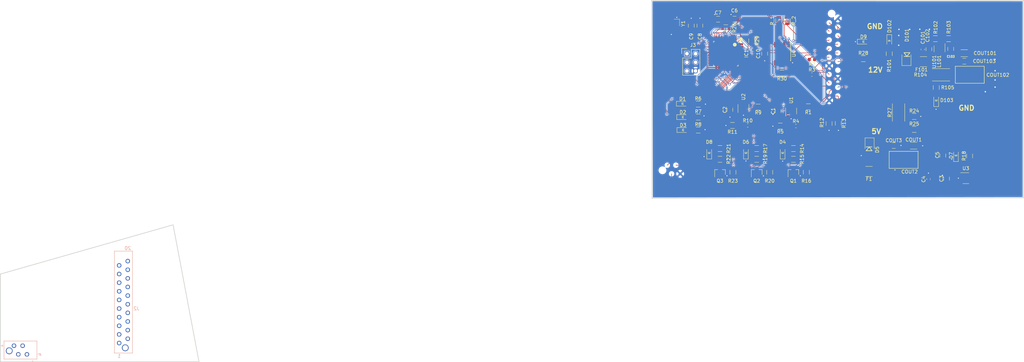
<source format=kicad_pcb>
(kicad_pcb (version 20171130) (host pcbnew 5.1.4-e60b266~84~ubuntu18.04.1)
  (layers (0 F.Cu signal) (31 B.Cu signal hide) (34 B.Paste user) (35 F.Paste user) (36 B.SilkS user) (37 F.SilkS user) (38 B.Mask user) (39 F.Mask user) (44 Edge.Cuts user))
  (net 0 "")
  (net 1 GND)
  (net 2 /12V)
  (net 3 VCC)
  (net 4 "Net-(C101-Pad1)")
  (net 5 "Net-(C103-Pad2)")
  (net 6 "Net-(C103-Pad1)")
  (net 7 "Net-(COUT101-Pad1)")
  (net 8 "Net-(D102-Pad2)")
  (net 9 "Net-(D103-Pad2)")
  (net 10 "Net-(R102-Pad1)")
  (net 11 "Net-(C3-Pad1)")
  (net 12 "Net-(C5-Pad1)")
  (net 13 "Net-(C5-Pad2)")
  (net 14 "Net-(C7-Pad1)")
  (net 15 "Net-(C8-Pad1)")
  (net 16 "Net-(C9-Pad1)")
  (net 17 "Net-(COUT1-Pad1)")
  (net 18 "Net-(D1-Pad1)")
  (net 19 /PROGRAMMINGLED1)
  (net 20 "Net-(D2-Pad1)")
  (net 21 /PROGRAMMINGLED2)
  (net 22 /PROGRAMMINGLED3)
  (net 23 "Net-(D3-Pad1)")
  (net 24 "Net-(D4-Pad2)")
  (net 25 +12V)
  (net 26 "Net-(D6-Pad2)")
  (net 27 "Net-(D7-Pad2)")
  (net 28 "Net-(D8-Pad2)")
  (net 29 "Net-(D9-Pad2)")
  (net 30 /MISO)
  (net 31 /MOSI)
  (net 32 "Net-(IC1-Pad3)")
  (net 33 /TXCAN)
  (net 34 /RXCAN)
  (net 35 "Net-(IC1-Pad8)")
  (net 36 "Net-(IC1-Pad9)")
  (net 37 /SCK)
  (net 38 /DRIVE_MODE_SENSE)
  (net 39 "Net-(IC1-Pad14)")
  (net 40 "Net-(IC1-Pad15)")
  (net 41 "Net-(IC1-Pad16)")
  (net 42 /THROTTLE1SENSING)
  (net 43 /THROTTLE2SENSING)
  (net 44 "Net-(IC1-Pad21)")
  (net 45 "Net-(IC1-Pad25)")
  (net 46 /SS_ESTOP_OUT)
  (net 47 /SS_INERTIA_OUT)
  (net 48 /SS_BOTS_OUT)
  (net 49 "Net-(IC1-Pad29)")
  (net 50 "Net-(IC1-Pad30)")
  (net 51 /RESET)
  (net 52 "Net-(IC1-Pad32)")
  (net 53 /SS_COCKPIT_ESTOP)
  (net 54 /SS_BOTS)
  (net 55 /SS_INERTIA_SWITCH)
  (net 56 /CANH)
  (net 57 /CANL)
  (net 58 "Net-(J2-Pad10)")
  (net 59 /THROTTLE1_RIGHT_SENSE)
  (net 60 "Net-(J2-Pad13)")
  (net 61 /THROTTLE2_LEFT_SENSE)
  (net 62 /LED1)
  (net 63 /LED2)
  (net 64 "Net-(R4-Pad2)")
  (net 65 "Net-(R10-Pad2)")
  (net 66 /GND_DRIVEMODE)
  (net 67 "Net-(R24-Pad1)")
  (net 68 "Net-(U4-Pad5)")
  (module footprints:R_0805_OEM (layer F.Cu) (at 297.85 36.585)
    (fp_text reference R19 (at 2.54 0 270) (layer F.SilkS))
    (fp_text value R_100k hide)
    (pad 1 smd rect (at -0.95 0) (size 0.7 1.3) (layers F.Cu F.Paste F.Mask) (net 53 /SS_COCKPIT_ESTOP))
    (pad 2 smd rect (at 0.95 0) (size 0.7 1.3) (layers F.Cu F.Paste F.Mask) (net 1 GND))
  )
  (module footprints:R_0805_OEM (layer F.Cu) (at 308.645 36.585)
    (fp_text reference R15 (at 2.54 0 90) (layer F.SilkS))
    (fp_text value R_100k hide)
    (pad 2 smd rect (at 0.95 0) (size 0.7 1.3) (layers F.Cu F.Paste F.Mask) (net 1 GND))
    (pad 1 smd rect (at -0.95 0) (size 0.7 1.3) (layers F.Cu F.Paste F.Mask) (net 55 /SS_INERTIA_SWITCH))
  )
  (module footprints:phoenix (layer B.Cu) (at 411.22 14.925 180)
    (fp_text reference G*** hide)
    (fp_text value LOGO hide)
  )
  (module footprints:Fuse_1812 (layer F.Cu) (at 357.7643 11.696)
    (fp_text reference COUT102 (at 10.9957 0.049) (layer F.SilkS))
    (fp_text value C_33uF hide)
    (pad 1 smd rect (at 0 0) (size 1.78 3.5) (layers F.Cu F.Paste F.Mask) (net 7 "Net-(COUT101-Pad1)"))
    (pad 2 smd rect (at 5.28 0) (size 1.78 3.5) (layers F.Cu F.Paste F.Mask) (net 1 GND))
  )
  (module footprints:C_0805_OEM (layer F.Cu) (at 354.9068 4.076 90)
    (fp_text reference C103 (at -2.244 0.0032) (layer F.SilkS) (effects (font (size 0.6 0.6))))
    (fp_text value C_0.1uF hide)
    (pad 2 smd rect (at 1 0 90) (size 1 1.25) (layers F.Cu F.Paste F.Mask) (net 5 "Net-(C103-Pad2)"))
    (pad 1 smd rect (at -1 0 90) (size 1 1.25) (layers F.Cu F.Paste F.Mask) (net 6 "Net-(C103-Pad1)"))
  )
  (module footprints:C_0805_OEM (layer F.Cu) (at 348.4933 4.1555 90)
    (fp_text reference C102 (at 3.9855 -0.4083 270) (layer F.SilkS))
    (fp_text value C_2.2uF hide)
    (pad 1 smd rect (at -1 0 90) (size 1 1.25) (layers F.Cu F.Paste F.Mask) (net 4 "Net-(C101-Pad1)"))
    (pad 2 smd rect (at 1 0 90) (size 1 1.25) (layers F.Cu F.Paste F.Mask) (net 1 GND))
  )
  (module footprints:C_0603_1608Metric (layer F.Cu) (at 346.68736 4.24618 90)
    (fp_text reference C101 (at 3.52618 0.02264 270) (layer F.SilkS))
    (fp_text value C_0.1uF hide)
    (pad 1 smd roundrect (at -0.7875 0 90) (size 0.875 0.95) (layers F.Cu F.Paste F.Mask) (net 4 "Net-(C101-Pad1)"))
    (pad 2 smd roundrect (at 0.7875 0 90) (size 0.875 0.95) (layers F.Cu F.Paste F.Mask) (net 1 GND))
  )
  (module footprints:Fuse_1210 (layer F.Cu) (at 346.9058 7.8225 180)
    (fp_text reference F101 (at 0.5958 -2.3725 180) (layer F.SilkS))
    (fp_text value F_500mA_16V hide)
    (pad 2 smd rect (at 1.45 0 180) (size 0.9 2.5) (layers F.Cu F.Paste F.Mask) (net 2 /12V))
    (pad 1 smd rect (at -1.45 0 180) (size 0.9 2.5) (layers F.Cu F.Paste F.Mask) (net 4 "Net-(C101-Pad1)"))
  )
  (module footprints:L_100uH (layer F.Cu) (at 354.4117 7.76154)
    (fp_text reference L101 (at -2.9267 -0.01654 270) (layer F.SilkS))
    (fp_text value L_100uH hide)
    (pad 1 smd rect (at -1.6 0) (size 1.2 2) (layers F.Cu F.Paste F.Mask) (net 6 "Net-(C103-Pad1)"))
    (pad 2 smd rect (at 1.6 0) (size 1.2 2) (layers F.Cu F.Paste F.Mask) (net 7 "Net-(COUT101-Pad1)"))
  )
  (module footprints:R_0805_OEM (layer F.Cu) (at 354.27942 1.07372 180)
    (fp_text reference R103 (at -0.03058 3.37872 270) (layer F.SilkS))
    (fp_text value R_100K hide)
    (pad 1 smd rect (at -0.95 0 180) (size 0.7 1.3) (layers F.Cu F.Paste F.Mask) (net 7 "Net-(COUT101-Pad1)"))
    (pad 2 smd rect (at 0.95 0 180) (size 0.7 1.3) (layers F.Cu F.Paste F.Mask) (net 10 "Net-(R102-Pad1)"))
  )
  (module footprints:R_0805_OEM (layer F.Cu) (at 350.39322 1.05848 180)
    (fp_text reference R102 (at -0.06678 3.31348 270) (layer F.SilkS))
    (fp_text value R_25K hide)
    (pad 2 smd rect (at 0.95 0 180) (size 0.7 1.3) (layers F.Cu F.Paste F.Mask) (net 1 GND))
    (pad 1 smd rect (at -0.95 0 180) (size 0.7 1.3) (layers F.Cu F.Paste F.Mask) (net 10 "Net-(R102-Pad1)"))
  )
  (module footprints:R_0805_OEM (layer F.Cu) (at 350.635 15.445 270)
    (fp_text reference R105 (at 0 -3.375) (layer F.SilkS))
    (fp_text value R_200 hide)
    (pad 1 smd rect (at -0.95 0 270) (size 0.7 1.3) (layers F.Cu F.Paste F.Mask) (net 3 VCC))
    (pad 2 smd rect (at 0.95 0 270) (size 0.7 1.3) (layers F.Cu F.Paste F.Mask) (net 9 "Net-(D103-Pad2)"))
  )
  (module footprints:R_2512_OEM (layer F.Cu) (at 352.0632 11.70108 180)
    (fp_text reference R104 (at 6.0532 0.00608 180) (layer F.SilkS))
    (fp_text value R_0_2512 hide)
    (pad 1 smd rect (at -3.1 0 180) (size 1 3.2) (layers F.Cu F.Paste F.Mask) (net 7 "Net-(COUT101-Pad1)"))
    (pad 2 smd rect (at 3.1 0 180) (size 1 3.2) (layers F.Cu F.Paste F.Mask) (net 3 VCC))
  )
  (module footprints:SOT-23-6_OEM (layer F.Cu) (at 351.6126 4.0608 270)
    (fp_text reference U101 (at 3.8092 1.5526 270) (layer F.SilkS))
    (fp_text value TPS560430YF hide)
    (pad 1 smd rect (at -1.1 -0.95 270) (size 1.06 0.65) (layers F.Cu F.Paste F.Mask) (net 5 "Net-(C103-Pad2)"))
    (pad 2 smd rect (at -1.1 0 270) (size 1.06 0.65) (layers F.Cu F.Paste F.Mask) (net 1 GND))
    (pad 3 smd rect (at -1.1 0.95 270) (size 1.06 0.65) (layers F.Cu F.Paste F.Mask) (net 10 "Net-(R102-Pad1)"))
    (pad 4 smd rect (at 1.1 0.95 270) (size 1.06 0.65) (layers F.Cu F.Paste F.Mask) (net 4 "Net-(C101-Pad1)"))
    (pad 6 smd rect (at 1.1 -0.95 270) (size 1.06 0.65) (layers F.Cu F.Paste F.Mask) (net 6 "Net-(C103-Pad1)"))
    (pad 5 smd rect (at 1.1 0 270) (size 1.06 0.65) (layers F.Cu F.Paste F.Mask) (net 4 "Net-(C101-Pad1)"))
  )
  (module footprints:C_1206_OEM (layer F.Cu) (at 358.8833 5.346)
    (fp_text reference COUT101 (at 6.1267 -0.001) (layer F.SilkS))
    (fp_text value C_22uF hide)
    (pad 1 smd rect (at -1.5 0) (size 1 1.6) (layers F.Cu F.Paste F.Mask) (net 7 "Net-(COUT101-Pad1)"))
    (pad 2 smd rect (at 1.5 0) (size 1 1.6) (layers F.Cu F.Paste F.Mask) (net 1 GND))
  )
  (module footprints:C_0805_OEM (layer F.Cu) (at 358.9073 7.6955)
    (fp_text reference COUT103 (at 5.8777 -0.0005) (layer F.SilkS))
    (fp_text value C_47uF hide)
    (pad 1 smd rect (at -1 0) (size 1 1.25) (layers F.Cu F.Paste F.Mask) (net 7 "Net-(COUT101-Pad1)"))
    (pad 2 smd rect (at 1 0) (size 1 1.25) (layers F.Cu F.Paste F.Mask) (net 1 GND))
  )
  (module footprints:DO-214AA (layer F.Cu) (at 341.8893 5.7905 90)
    (fp_text reference D101 (at 5.7205 0.1207 270) (layer F.SilkS))
    (fp_text value D_Zener_18V hide)
    (pad 2 smd rect (at 2.032 0 270) (size 1.778 2.159) (layers F.Cu F.Paste F.Mask) (net 1 GND))
    (pad 1 smd rect (at -2.032 0 270) (size 1.778 2.159) (layers F.Cu F.Paste F.Mask) (net 2 /12V))
  )
  (module footprints:LED_0805_OEM (layer F.Cu) (at 350.635 19.245 90)
    (fp_text reference D103 (at 0.05 3.1 180) (layer F.SilkS))
    (fp_text value LED_0805 hide)
    (pad 2 smd rect (at 1.1 0 270) (size 1.2 1.2) (layers F.Cu F.Paste F.Mask) (net 9 "Net-(D103-Pad2)"))
    (pad 1 smd rect (at -1.1 0 270) (size 1.2 1.2) (layers F.Cu F.Paste F.Mask) (net 1 GND))
  )
  (module footprints:Logo_Large (layer B.Cu) (at 404.025 -22.15 180)
    (fp_text reference G*** hide)
    (fp_text value LOGO hide)
  )
  (module footprints:LED_0805_OEM (layer F.Cu) (at 336.835 1.695 270)
    (fp_text reference D102 (at -4.275 -0.05 90) (layer F.SilkS))
    (fp_text value LED_0805 hide)
    (pad 2 smd rect (at 1.1 0 90) (size 1.2 1.2) (layers F.Cu F.Paste F.Mask) (net 8 "Net-(D102-Pad2)"))
    (pad 1 smd rect (at -1.1 0 90) (size 1.2 1.2) (layers F.Cu F.Paste F.Mask) (net 1 GND))
  )
  (module footprints:R_0805_OEM (layer F.Cu) (at 336.835 5.495 90)
    (fp_text reference R101 (at -3.5 -0.05 270) (layer F.SilkS))
    (fp_text value R_200 hide)
    (pad 1 smd rect (at -0.95 0 90) (size 0.7 1.3) (layers F.Cu F.Paste F.Mask) (net 4 "Net-(C101-Pad1)"))
    (pad 2 smd rect (at 0.95 0 90) (size 0.7 1.3) (layers F.Cu F.Paste F.Mask) (net 8 "Net-(D102-Pad2)"))
  )
  (module footprints:C_0805_OEM (layer F.Cu) (at 304.155 22.355 90)
    (fp_text reference C1 (at 0 -1.5 90) (layer F.SilkS))
    (fp_text value C_0.1uF hide)
    (pad 2 smd rect (at 1 0 90) (size 1 1.25) (layers F.Cu F.Paste F.Mask) (net 3 VCC))
    (pad 1 smd rect (at -1 0 90) (size 1 1.25) (layers F.Cu F.Paste F.Mask) (net 1 GND))
  )
  (module footprints:C_0805_OEM (layer F.Cu) (at 289.975 22 90)
    (fp_text reference C2 (at 0 -1.5 90) (layer F.SilkS))
    (fp_text value C_0.1uF hide)
    (pad 1 smd rect (at -1 0 90) (size 1 1.25) (layers F.Cu F.Paste F.Mask) (net 1 GND))
    (pad 2 smd rect (at 1 0 90) (size 1 1.25) (layers F.Cu F.Paste F.Mask) (net 3 VCC))
  )
  (module footprints:C_0805_OEM (layer F.Cu) (at 353.675 42.275 90)
    (fp_text reference C3 (at 0 -1.5 90) (layer F.SilkS))
    (fp_text value C_0.1uF hide)
    (pad 1 smd rect (at -1 0 90) (size 1 1.25) (layers F.Cu F.Paste F.Mask) (net 11 "Net-(C3-Pad1)"))
    (pad 2 smd rect (at 1 0 90) (size 1 1.25) (layers F.Cu F.Paste F.Mask) (net 1 GND))
  )
  (module footprints:C_0603_1608Metric (layer F.Cu) (at 348.35 42.4375 90)
    (fp_text reference C4 (at 0 -1.43 90) (layer F.SilkS))
    (fp_text value C_2.2uF)
    (pad 2 smd roundrect (at 0.7875 0 90) (size 0.875 0.95) (layers F.Cu F.Paste F.Mask) (net 1 GND))
    (pad 1 smd roundrect (at -0.7875 0 90) (size 0.875 0.95) (layers F.Cu F.Paste F.Mask) (net 11 "Net-(C3-Pad1)"))
  )
  (module footprints:C_0805_OEM (layer F.Cu) (at 352.575 35.475 270)
    (fp_text reference C5 (at -0.15 1.6 90) (layer F.SilkS))
    (fp_text value C_0.1uF hide)
    (pad 1 smd rect (at -1 0 270) (size 1 1.25) (layers F.Cu F.Paste F.Mask) (net 12 "Net-(C5-Pad1)"))
    (pad 2 smd rect (at 1 0 270) (size 1 1.25) (layers F.Cu F.Paste F.Mask) (net 13 "Net-(C5-Pad2)"))
  )
  (module footprints:C_0805_OEM (layer F.Cu) (at 291.305 -4.675 180)
    (fp_text reference C6 (at 0 2.54 180) (layer F.SilkS))
    (fp_text value C_0.1uF hide)
    (pad 2 smd rect (at 1 0 180) (size 1 1.25) (layers F.Cu F.Paste F.Mask) (net 1 GND))
    (pad 1 smd rect (at -1 0 180) (size 1 1.25) (layers F.Cu F.Paste F.Mask) (net 3 VCC))
  )
  (module footprints:C_0805_OEM (layer F.Cu) (at 286.495 -4.675 180)
    (fp_text reference C7 (at 0 1.905) (layer F.SilkS))
    (fp_text value C_100pF hide)
    (pad 1 smd rect (at -1 0 180) (size 1 1.25) (layers F.Cu F.Paste F.Mask) (net 14 "Net-(C7-Pad1)"))
    (pad 2 smd rect (at 1 0 180) (size 1 1.25) (layers F.Cu F.Paste F.Mask) (net 1 GND))
  )
  (module footprints:C_0805_OEM (layer F.Cu) (at 281.145 -2.77 90)
    (fp_text reference C8 (at -3.175 0 90) (layer F.SilkS))
    (fp_text value C_30pF hide)
    (pad 1 smd rect (at -1 0 90) (size 1 1.25) (layers F.Cu F.Paste F.Mask) (net 15 "Net-(C8-Pad1)"))
    (pad 2 smd rect (at 1 0 90) (size 1 1.25) (layers F.Cu F.Paste F.Mask) (net 1 GND))
  )
  (module footprints:C_0805_OEM (layer F.Cu) (at 278.605 -2.77 90)
    (fp_text reference C9 (at -3.175 0 90) (layer F.SilkS))
    (fp_text value C_30pF hide)
    (pad 1 smd rect (at -1 0 90) (size 1 1.25) (layers F.Cu F.Paste F.Mask) (net 16 "Net-(C9-Pad1)"))
    (pad 2 smd rect (at 1 0 90) (size 1 1.25) (layers F.Cu F.Paste F.Mask) (net 1 GND))
  )
  (module footprints:C_0805_OEM (layer F.Cu) (at 300.195 5.485 270)
    (fp_text reference C10 (at 0 1.905 90) (layer F.SilkS))
    (fp_text value C_0.1uF hide)
    (pad 1 smd rect (at -1 0 270) (size 1 1.25) (layers F.Cu F.Paste F.Mask) (net 3 VCC))
    (pad 2 smd rect (at 1 0 270) (size 1 1.25) (layers F.Cu F.Paste F.Mask) (net 1 GND))
  )
  (module footprints:C_1206_OEM (layer F.Cu) (at 344 32.575)
    (fp_text reference COUT1 (at 0 -1.75) (layer F.SilkS))
    (fp_text value C_22uF hide)
    (pad 1 smd rect (at -1.5 0) (size 1 1.6) (layers F.Cu F.Paste F.Mask) (net 17 "Net-(COUT1-Pad1)"))
    (pad 2 smd rect (at 1.5 0) (size 1 1.6) (layers F.Cu F.Paste F.Mask) (net 1 GND))
  )
  (module footprints:Fuse_1812 (layer F.Cu) (at 343.8 36.75 180)
    (fp_text reference COUT2 (at 1 -3.5) (layer F.SilkS))
    (fp_text value C_33uF hide)
    (pad 2 smd rect (at 5.28 0 180) (size 1.78 3.5) (layers F.Cu F.Paste F.Mask) (net 1 GND))
    (pad 1 smd rect (at 0 0 180) (size 1.78 3.5) (layers F.Cu F.Paste F.Mask) (net 17 "Net-(COUT1-Pad1)"))
  )
  (module footprints:C_0805_OEM (layer F.Cu) (at 338.15 32.525)
    (fp_text reference COUT3 (at 0 -1.5) (layer F.SilkS))
    (fp_text value C_47uF hide)
    (pad 2 smd rect (at 1 0) (size 1 1.25) (layers F.Cu F.Paste F.Mask) (net 1 GND))
    (pad 1 smd rect (at -1 0) (size 1 1.25) (layers F.Cu F.Paste F.Mask) (net 17 "Net-(COUT1-Pad1)"))
  )
  (module footprints:LED_0805_OEM (layer F.Cu) (at 276.05 20.225)
    (fp_text reference D1 (at 0 -1.45) (layer F.SilkS))
    (fp_text value LED_0805 hide)
    (pad 2 smd rect (at 1.1 0 180) (size 1.2 1.2) (layers F.Cu F.Paste F.Mask) (net 19 /PROGRAMMINGLED1))
    (pad 1 smd rect (at -1.1 0 180) (size 1.2 1.2) (layers F.Cu F.Paste F.Mask) (net 18 "Net-(D1-Pad1)"))
  )
  (module footprints:LED_0805_OEM (layer F.Cu) (at 276.125 24.16)
    (fp_text reference D2 (at 0 -1.45) (layer F.SilkS))
    (fp_text value LED_0805 hide)
    (pad 2 smd rect (at 1.1 0 180) (size 1.2 1.2) (layers F.Cu F.Paste F.Mask) (net 21 /PROGRAMMINGLED2))
    (pad 1 smd rect (at -1.1 0 180) (size 1.2 1.2) (layers F.Cu F.Paste F.Mask) (net 20 "Net-(D2-Pad1)"))
  )
  (module footprints:LED_0805_OEM (layer F.Cu) (at 276.2 27.97)
    (fp_text reference D3 (at 0 -1.45) (layer F.SilkS))
    (fp_text value LED_0805 hide)
    (pad 1 smd rect (at -1.1 0 180) (size 1.2 1.2) (layers F.Cu F.Paste F.Mask) (net 23 "Net-(D3-Pad1)"))
    (pad 2 smd rect (at 1.1 0 180) (size 1.2 1.2) (layers F.Cu F.Paste F.Mask) (net 22 /PROGRAMMINGLED3))
  )
  (module footprints:LED_0805_OEM (layer F.Cu) (at 305.47 34.68 90)
    (fp_text reference D4 (at 3.175 0) (layer F.SilkS))
    (fp_text value LED_0805 hide)
    (pad 2 smd rect (at 1.1 0 270) (size 1.2 1.2) (layers F.Cu F.Paste F.Mask) (net 24 "Net-(D4-Pad2)"))
    (pad 1 smd rect (at -1.1 0 270) (size 1.2 1.2) (layers F.Cu F.Paste F.Mask) (net 1 GND))
  )
  (module footprints:DO-214AA (layer F.Cu) (at 331.04 33.455 270)
    (fp_text reference D5 (at 0.3 -2.25 90) (layer F.SilkS))
    (fp_text value D_Zener_18V hide)
    (pad 1 smd rect (at -2.032 0 90) (size 1.778 2.159) (layers F.Cu F.Paste F.Mask) (net 25 +12V))
    (pad 2 smd rect (at 2.032 0 90) (size 1.778 2.159) (layers F.Cu F.Paste F.Mask) (net 1 GND))
  )
  (module footprints:LED_0805_OEM (layer F.Cu) (at 294.675 34.68 90)
    (fp_text reference D6 (at 3.175 0) (layer F.SilkS))
    (fp_text value LED_0805 hide)
    (pad 1 smd rect (at -1.1 0 270) (size 1.2 1.2) (layers F.Cu F.Paste F.Mask) (net 1 GND))
    (pad 2 smd rect (at 1.1 0 270) (size 1.2 1.2) (layers F.Cu F.Paste F.Mask) (net 26 "Net-(D6-Pad2)"))
  )
  (module footprints:LED_0805_OEM (layer F.Cu) (at 356.45 35.45 90)
    (fp_text reference D7 (at 0.025 -1.425 90) (layer F.SilkS))
    (fp_text value LED_0805 hide)
    (pad 2 smd rect (at 1.1 0 270) (size 1.2 1.2) (layers F.Cu F.Paste F.Mask) (net 27 "Net-(D7-Pad2)"))
    (pad 1 smd rect (at -1.1 0 270) (size 1.2 1.2) (layers F.Cu F.Paste F.Mask) (net 1 GND))
  )
  (module footprints:LED_0805_OEM (layer F.Cu) (at 283.88 34.68 90)
    (fp_text reference D8 (at 3.175 0) (layer F.SilkS))
    (fp_text value LED_0805 hide)
    (pad 2 smd rect (at 1.1 0 270) (size 1.2 1.2) (layers F.Cu F.Paste F.Mask) (net 28 "Net-(D8-Pad2)"))
    (pad 1 smd rect (at -1.1 0 270) (size 1.2 1.2) (layers F.Cu F.Paste F.Mask) (net 1 GND))
  )
  (module footprints:LED_0805_OEM (layer F.Cu) (at 329.25 1.95)
    (fp_text reference D9 (at 0 -1.45) (layer F.SilkS))
    (fp_text value LED_0805 hide)
    (pad 1 smd rect (at -1.1 0 180) (size 1.2 1.2) (layers F.Cu F.Paste F.Mask) (net 1 GND))
    (pad 2 smd rect (at 1.1 0 180) (size 1.2 1.2) (layers F.Cu F.Paste F.Mask) (net 29 "Net-(D9-Pad2)"))
  )
  (module footprints:Fuse_1210 (layer F.Cu) (at 330.875 40.15 180)
    (fp_text reference F1 (at 0 -2.25) (layer F.SilkS))
    (fp_text value F_500mA_16V hide)
    (pad 1 smd rect (at -1.45 0 180) (size 0.9 2.5) (layers F.Cu F.Paste F.Mask) (net 11 "Net-(C3-Pad1)"))
    (pad 2 smd rect (at 1.45 0 180) (size 0.9 2.5) (layers F.Cu F.Paste F.Mask) (net 25 +12V))
  )
  (module footprints:TQFP-32_7x7mm_Pitch0.8mm (layer F.Cu) (at 288.765 5.485 270)
    (fp_text reference IC1 (at 0 -6.05 90) (layer F.SilkS))
    (fp_text value ATMEGA16M1 hide)
    (pad 32 smd rect (at -2.8 -4.25) (size 1.6 0.55) (layers F.Cu F.Paste F.Mask) (net 52 "Net-(IC1-Pad32)"))
    (pad 31 smd rect (at -2 -4.25) (size 1.6 0.55) (layers F.Cu F.Paste F.Mask) (net 51 /RESET))
    (pad 30 smd rect (at -1.2 -4.25) (size 1.6 0.55) (layers F.Cu F.Paste F.Mask) (net 50 "Net-(IC1-Pad30)"))
    (pad 29 smd rect (at -0.4 -4.25) (size 1.6 0.55) (layers F.Cu F.Paste F.Mask) (net 49 "Net-(IC1-Pad29)"))
    (pad 28 smd rect (at 0.4 -4.25) (size 1.6 0.55) (layers F.Cu F.Paste F.Mask) (net 48 /SS_BOTS_OUT))
    (pad 27 smd rect (at 1.2 -4.25) (size 1.6 0.55) (layers F.Cu F.Paste F.Mask) (net 47 /SS_INERTIA_OUT))
    (pad 26 smd rect (at 2 -4.25) (size 1.6 0.55) (layers F.Cu F.Paste F.Mask) (net 46 /SS_ESTOP_OUT))
    (pad 25 smd rect (at 2.8 -4.25) (size 1.6 0.55) (layers F.Cu F.Paste F.Mask) (net 45 "Net-(IC1-Pad25)"))
    (pad 24 smd rect (at 4.25 -2.8 270) (size 1.6 0.55) (layers F.Cu F.Paste F.Mask) (net 22 /PROGRAMMINGLED3))
    (pad 23 smd rect (at 4.25 -2 270) (size 1.6 0.55) (layers F.Cu F.Paste F.Mask) (net 21 /PROGRAMMINGLED2))
    (pad 22 smd rect (at 4.25 -1.2 270) (size 1.6 0.55) (layers F.Cu F.Paste F.Mask) (net 19 /PROGRAMMINGLED1))
    (pad 21 smd rect (at 4.25 -0.4 270) (size 1.6 0.55) (layers F.Cu F.Paste F.Mask) (net 44 "Net-(IC1-Pad21)"))
    (pad 20 smd rect (at 4.25 0.4 270) (size 1.6 0.55) (layers F.Cu F.Paste F.Mask) (net 1 GND))
    (pad 19 smd rect (at 4.25 1.2 270) (size 1.6 0.55) (layers F.Cu F.Paste F.Mask) (net 14 "Net-(C7-Pad1)"))
    (pad 18 smd rect (at 4.25 2 270) (size 1.6 0.55) (layers F.Cu F.Paste F.Mask) (net 43 /THROTTLE2SENSING))
    (pad 17 smd rect (at 4.25 2.8 270) (size 1.6 0.55) (layers F.Cu F.Paste F.Mask) (net 42 /THROTTLE1SENSING))
    (pad 16 smd rect (at 2.8 4.25) (size 1.6 0.55) (layers F.Cu F.Paste F.Mask) (net 41 "Net-(IC1-Pad16)"))
    (pad 15 smd rect (at 2 4.25) (size 1.6 0.55) (layers F.Cu F.Paste F.Mask) (net 40 "Net-(IC1-Pad15)"))
    (pad 14 smd rect (at 1.2 4.25) (size 1.6 0.55) (layers F.Cu F.Paste F.Mask) (net 39 "Net-(IC1-Pad14)"))
    (pad 13 smd rect (at 0.4 4.25) (size 1.6 0.55) (layers F.Cu F.Paste F.Mask) (net 38 /DRIVE_MODE_SENSE))
    (pad 12 smd rect (at -0.4 4.25) (size 1.6 0.55) (layers F.Cu F.Paste F.Mask) (net 37 /SCK))
    (pad 11 smd rect (at -1.2 4.25) (size 1.6 0.55) (layers F.Cu F.Paste F.Mask) (net 15 "Net-(C8-Pad1)"))
    (pad 10 smd rect (at -2 4.25) (size 1.6 0.55) (layers F.Cu F.Paste F.Mask) (net 16 "Net-(C9-Pad1)"))
    (pad 9 smd rect (at -2.8 4.25) (size 1.6 0.55) (layers F.Cu F.Paste F.Mask) (net 36 "Net-(IC1-Pad9)"))
    (pad 8 smd rect (at -4.25 2.8 270) (size 1.6 0.55) (layers F.Cu F.Paste F.Mask) (net 35 "Net-(IC1-Pad8)"))
    (pad 7 smd rect (at -4.25 2 270) (size 1.6 0.55) (layers F.Cu F.Paste F.Mask) (net 34 /RXCAN))
    (pad 6 smd rect (at -4.25 1.2 270) (size 1.6 0.55) (layers F.Cu F.Paste F.Mask) (net 33 /TXCAN))
    (pad 5 smd rect (at -4.25 0.4 270) (size 1.6 0.55) (layers F.Cu F.Paste F.Mask) (net 1 GND))
    (pad 4 smd rect (at -4.25 -0.4 270) (size 1.6 0.55) (layers F.Cu F.Paste F.Mask) (net 3 VCC))
    (pad 3 smd rect (at -4.25 -1.2 270) (size 1.6 0.55) (layers F.Cu F.Paste F.Mask) (net 32 "Net-(IC1-Pad3)"))
    (pad 2 smd rect (at -4.25 -2 270) (size 1.6 0.55) (layers F.Cu F.Paste F.Mask) (net 31 /MOSI))
    (pad 1 smd rect (at -4.25 -2.8 270) (size 1.6 0.55) (layers F.Cu F.Paste F.Mask) (net 30 /MISO))
  )
  (module footprints:micromatch_female_vert_4 (layer B.Cu) (at 84.5058 91.4908 270)
    (fp_text reference J1 (at 5.08 0 90) (layer B.SilkS) (effects (justify mirror)))
    (fp_text value micromatch_female_TOP_ENTRY_locking_4 hide)
    (fp_text user 1 (at 0 8.89 90) (layer B.SilkS) (effects (justify mirror)))
    (fp_text user 4 (at 2.54 -2.54 90) (layer B.SilkS) (effects (justify mirror)))
    (pad 5 thru_hole circle (at 1.5 6.48 270) (size 2 2) (drill 1.5) (layers *.Cu *.Mask))
    (pad 4 thru_hole circle (at 2.54 1.27 270) (size 1.3 1.3) (drill 0.8) (layers *.Cu *.Mask) (net 1 GND))
    (pad 2 thru_hole circle (at 2.54 3.81 270) (size 1.3 1.3) (drill 0.8) (layers *.Cu *.Mask) (net 55 /SS_INERTIA_SWITCH))
    (pad 1 thru_hole circle (at 0 5.08 270) (size 1.3 1.3) (drill 0.8) (layers *.Cu *.Mask) (net 54 /SS_BOTS))
    (pad 3 thru_hole circle (at 0 2.54 270) (size 1.3 1.3) (drill 0.8) (layers *.Cu *.Mask) (net 53 /SS_COCKPIT_ESTOP))
  )
  (module footprints:micromatch_female_vert_20 (layer B.Cu) (at 110.35 85.62)
    (fp_text reference J2 (at 5.08 -5.08) (layer B.SilkS) (effects (justify mirror)))
    (fp_text value micromatch_female_TOP_ENTRY_locking_20 hide)
    (fp_text user 1 (at 0 8.89) (layer B.SilkS) (effects (justify mirror)))
    (fp_text user 20 (at 2.54 -22.86) (layer B.SilkS) (effects (justify mirror)))
    (pad 21 thru_hole circle (at 1.8 6.48) (size 2 2) (drill 1.5) (layers *.Cu *.Mask))
    (pad 20 thru_hole circle (at 2.54 -19.05) (size 1.3 1.3) (drill 0.8) (layers *.Cu *.Mask) (net 1 GND))
    (pad 19 thru_hole circle (at 0 -17.78) (size 1.3 1.3) (drill 0.8) (layers *.Cu *.Mask) (net 38 /DRIVE_MODE_SENSE))
    (pad 18 thru_hole circle (at 2.54 -16.51) (size 1.3 1.3) (drill 0.8) (layers *.Cu *.Mask) (net 3 VCC))
    (pad 17 thru_hole circle (at 0 -15.24) (size 1.3 1.3) (drill 0.8) (layers *.Cu *.Mask) (net 63 /LED2))
    (pad 16 thru_hole circle (at 2.54 -13.97) (size 1.3 1.3) (drill 0.8) (layers *.Cu *.Mask) (net 62 /LED1))
    (pad 15 thru_hole circle (at 0 -12.7) (size 1.3 1.3) (drill 0.8) (layers *.Cu *.Mask) (net 1 GND))
    (pad 14 thru_hole circle (at 2.54 -11.43) (size 1.3 1.3) (drill 0.8) (layers *.Cu *.Mask) (net 61 /THROTTLE2_LEFT_SENSE))
    (pad 13 thru_hole circle (at 0 -10.16) (size 1.3 1.3) (drill 0.8) (layers *.Cu *.Mask) (net 60 "Net-(J2-Pad13)"))
    (pad 12 thru_hole circle (at 2.54 -8.89) (size 1.3 1.3) (drill 0.8) (layers *.Cu *.Mask) (net 1 GND))
    (pad 11 thru_hole circle (at 0 -7.62) (size 1.3 1.3) (drill 0.8) (layers *.Cu *.Mask) (net 59 /THROTTLE1_RIGHT_SENSE))
    (pad 10 thru_hole circle (at 2.54 -6.35) (size 1.3 1.3) (drill 0.8) (layers *.Cu *.Mask) (net 58 "Net-(J2-Pad10)"))
    (pad 9 thru_hole circle (at 0 -5.08) (size 1.3 1.3) (drill 0.8) (layers *.Cu *.Mask) (net 57 /CANL))
    (pad 8 thru_hole circle (at 2.54 -3.81) (size 1.3 1.3) (drill 0.8) (layers *.Cu *.Mask) (net 56 /CANH))
    (pad 6 thru_hole circle (at 2.54 -1.27) (size 1.3 1.3) (drill 0.8) (layers *.Cu *.Mask) (net 37 /SCK))
    (pad 4 thru_hole circle (at 2.54 1.27) (size 1.3 1.3) (drill 0.8) (layers *.Cu *.Mask) (net 30 /MISO))
    (pad 2 thru_hole circle (at 2.54 3.81) (size 1.3 1.3) (drill 0.8) (layers *.Cu *.Mask) (net 25 +12V))
    (pad 7 thru_hole circle (at 0 -2.54) (size 1.3 1.3) (drill 0.8) (layers *.Cu *.Mask) (net 51 /RESET))
    (pad 1 thru_hole circle (at 0 5.08) (size 1.3 1.3) (drill 0.8) (layers *.Cu *.Mask) (net 1 GND))
    (pad 3 thru_hole circle (at 0 2.54) (size 1.3 1.3) (drill 0.8) (layers *.Cu *.Mask) (net 3 VCC))
    (pad 5 thru_hole circle (at 0 0) (size 1.3 1.3) (drill 0.8) (layers *.Cu *.Mask) (net 31 /MOSI))
  )
  (module footprints:Pin_Header_Straight_2x03 (layer F.Cu) (at 277.335 5.485)
    (fp_text reference J3 (at 1.778 -2.54) (layer F.SilkS))
    (fp_text value CONN_02X03 hide)
    (pad 1 thru_hole rect (at 0 0) (size 1.4 1.4) (drill 1.016) (layers *.Cu *.Mask) (net 30 /MISO))
    (pad 2 thru_hole circle (at 2.54 0) (size 1.4 1.4) (drill 1.016) (layers *.Cu *.Mask) (net 3 VCC))
    (pad 3 thru_hole circle (at 0 2.54) (size 1.4 1.4) (drill 1.016) (layers *.Cu *.Mask) (net 37 /SCK))
    (pad 4 thru_hole circle (at 2.54 2.54) (size 1.4 1.4) (drill 1.016) (layers *.Cu *.Mask) (net 31 /MOSI))
    (pad 5 thru_hole circle (at 0 5.08) (size 1.4 1.4) (drill 1.016) (layers *.Cu *.Mask) (net 51 /RESET))
    (pad 6 thru_hole circle (at 2.54 5.08) (size 1.4 1.4) (drill 1.016) (layers *.Cu *.Mask) (net 1 GND))
  )
  (module footprints:SOT-23F (layer F.Cu) (at 308.645 40.395 90)
    (fp_text reference Q1 (at -2.54 0) (layer F.SilkS))
    (fp_text value SSM3K333R hide)
    (pad 1 smd rect (at -1.05 -0.95 90) (size 0.9 0.8) (layers F.Cu F.Paste F.Mask) (net 55 /SS_INERTIA_SWITCH))
    (pad 2 smd rect (at -1.05 0.95 90) (size 0.9 0.8) (layers F.Cu F.Paste F.Mask) (net 1 GND))
    (pad 3 smd rect (at 1.05 0 90) (size 0.9 0.8) (layers F.Cu F.Paste F.Mask) (net 47 /SS_INERTIA_OUT))
  )
  (module footprints:SOT-23F (layer F.Cu) (at 297.85 40.395 90)
    (fp_text reference Q2 (at -2.54 0) (layer F.SilkS))
    (fp_text value SSM3K333R hide)
    (pad 1 smd rect (at -1.05 -0.95 90) (size 0.9 0.8) (layers F.Cu F.Paste F.Mask) (net 53 /SS_COCKPIT_ESTOP))
    (pad 2 smd rect (at -1.05 0.95 90) (size 0.9 0.8) (layers F.Cu F.Paste F.Mask) (net 1 GND))
    (pad 3 smd rect (at 1.05 0 90) (size 0.9 0.8) (layers F.Cu F.Paste F.Mask) (net 46 /SS_ESTOP_OUT))
  )
  (module footprints:SOT-23F (layer F.Cu) (at 287.055 40.395 90)
    (fp_text reference Q3 (at -2.54 0) (layer F.SilkS))
    (fp_text value SSM3K333R hide)
    (pad 3 smd rect (at 1.05 0 90) (size 0.9 0.8) (layers F.Cu F.Paste F.Mask) (net 48 /SS_BOTS_OUT))
    (pad 2 smd rect (at -1.05 0.95 90) (size 0.9 0.8) (layers F.Cu F.Paste F.Mask) (net 1 GND))
    (pad 1 smd rect (at -1.05 -0.95 90) (size 0.9 0.8) (layers F.Cu F.Paste F.Mask) (net 54 /SS_BOTS))
  )
  (module footprints:R_0805_OEM (layer F.Cu) (at 313.025 21.125 180)
    (fp_text reference R1 (at 0 -1.65) (layer F.SilkS))
    (fp_text value R_1M hide)
    (pad 1 smd rect (at -0.95 0 180) (size 0.7 1.3) (layers F.Cu F.Paste F.Mask) (net 3 VCC))
    (pad 2 smd rect (at 0.95 0 180) (size 0.7 1.3) (layers F.Cu F.Paste F.Mask) (net 59 /THROTTLE1_RIGHT_SENSE))
  )
  (module footprints:R_0603_1608Metric (layer F.Cu) (at 314.085 7.195 180)
    (fp_text reference R2 (at 0 -1.43) (layer F.SilkS))
    (fp_text value R_0)
    (pad 1 smd roundrect (at -0.7875 0 180) (size 0.875 0.95) (layers F.Cu F.Paste F.Mask) (net 58 "Net-(J2-Pad10)"))
    (pad 2 smd roundrect (at 0.7875 0 180) (size 0.875 0.95) (layers F.Cu F.Paste F.Mask) (net 3 VCC))
  )
  (module footprints:R_0603_1608Metric (layer F.Cu) (at 314.085 11.64)
    (fp_text reference R3 (at 0 -1.43) (layer F.SilkS))
    (fp_text value R_0)
    (pad 2 smd roundrect (at 0.7875 0) (size 0.875 0.95) (layers F.Cu F.Paste F.Mask) (net 60 "Net-(J2-Pad13)"))
    (pad 1 smd roundrect (at -0.7875 0) (size 0.875 0.95) (layers F.Cu F.Paste F.Mask) (net 3 VCC))
  )
  (module footprints:R_0603_1608Metric (layer F.Cu) (at 309.3875 26.8)
    (fp_text reference R4 (at 0 -1.43) (layer F.SilkS))
    (fp_text value R_0-formula)
    (pad 1 smd roundrect (at -0.7875 0) (size 0.875 0.95) (layers F.Cu F.Paste F.Mask) (net 43 /THROTTLE2SENSING))
    (pad 2 smd roundrect (at 0.7875 0) (size 0.875 0.95) (layers F.Cu F.Paste F.Mask) (net 64 "Net-(R4-Pad2)"))
  )
  (module footprints:R_0805_OEM (layer F.Cu) (at 304.79 26.8 180)
    (fp_text reference R5 (at 0 -1.65) (layer F.SilkS))
    (fp_text value R_2.2k hide)
    (pad 1 smd rect (at -0.95 0 180) (size 0.7 1.3) (layers F.Cu F.Paste F.Mask) (net 64 "Net-(R4-Pad2)"))
    (pad 2 smd rect (at 0.95 0 180) (size 0.7 1.3) (layers F.Cu F.Paste F.Mask) (net 1 GND))
  )
  (module footprints:R_0805_OEM (layer F.Cu) (at 280.645 20.35)
    (fp_text reference R6 (at 0 -1.65) (layer F.SilkS))
    (fp_text value R_200 hide)
    (pad 2 smd rect (at 0.95 0) (size 0.7 1.3) (layers F.Cu F.Paste F.Mask) (net 1 GND))
    (pad 1 smd rect (at -0.95 0) (size 0.7 1.3) (layers F.Cu F.Paste F.Mask) (net 18 "Net-(D1-Pad1)"))
  )
  (module footprints:R_0805_OEM (layer F.Cu) (at 280.65 24.16)
    (fp_text reference R7 (at 0 -1.65) (layer F.SilkS))
    (fp_text value R_200 hide)
    (pad 2 smd rect (at 0.95 0) (size 0.7 1.3) (layers F.Cu F.Paste F.Mask) (net 1 GND))
    (pad 1 smd rect (at -0.95 0) (size 0.7 1.3) (layers F.Cu F.Paste F.Mask) (net 20 "Net-(D2-Pad1)"))
  )
  (module footprints:R_0805_OEM (layer F.Cu) (at 280.645 27.97)
    (fp_text reference R8 (at 0 -1.65) (layer F.SilkS))
    (fp_text value R_200 hide)
    (pad 1 smd rect (at -0.95 0) (size 0.7 1.3) (layers F.Cu F.Paste F.Mask) (net 23 "Net-(D3-Pad1)"))
    (pad 2 smd rect (at 0.95 0) (size 0.7 1.3) (layers F.Cu F.Paste F.Mask) (net 1 GND))
  )
  (module footprints:R_0805_OEM (layer F.Cu) (at 298.275 21.2 180)
    (fp_text reference R9 (at 0 -1.65) (layer F.SilkS))
    (fp_text value R_1M hide)
    (pad 2 smd rect (at 0.95 0 180) (size 0.7 1.3) (layers F.Cu F.Paste F.Mask) (net 61 /THROTTLE2_LEFT_SENSE))
    (pad 1 smd rect (at -0.95 0 180) (size 0.7 1.3) (layers F.Cu F.Paste F.Mask) (net 3 VCC))
  )
  (module footprints:R_0603_1608Metric (layer F.Cu) (at 295.21 26.615)
    (fp_text reference R10 (at 0 -1.43) (layer F.SilkS))
    (fp_text value R_0-formula)
    (pad 2 smd roundrect (at 0.7875 0) (size 0.875 0.95) (layers F.Cu F.Paste F.Mask) (net 65 "Net-(R10-Pad2)"))
    (pad 1 smd roundrect (at -0.7875 0) (size 0.875 0.95) (layers F.Cu F.Paste F.Mask) (net 42 /THROTTLE1SENSING))
  )
  (module footprints:R_0805_OEM (layer F.Cu) (at 290.725 26.615 180)
    (fp_text reference R11 (at 0 -1.905) (layer F.SilkS))
    (fp_text value R_2.2k hide)
    (pad 2 smd rect (at 0.95 0 180) (size 0.7 1.3) (layers F.Cu F.Paste F.Mask) (net 1 GND))
    (pad 1 smd rect (at -0.95 0 180) (size 0.7 1.3) (layers F.Cu F.Paste F.Mask) (net 65 "Net-(R10-Pad2)"))
  )
  (module footprints:R_0805_OEM (layer F.Cu) (at 319.125 26.05 90)
    (fp_text reference R12 (at 0.275 -2.1 90) (layer F.SilkS))
    (fp_text value R_22K hide)
    (pad 2 smd rect (at 0.95 0 90) (size 0.7 1.3) (layers F.Cu F.Paste F.Mask) (net 66 /GND_DRIVEMODE))
    (pad 1 smd rect (at -0.95 0 90) (size 0.7 1.3) (layers F.Cu F.Paste F.Mask) (net 1 GND))
  )
  (module footprints:R_0805_OEM (layer F.Cu) (at 321.85 26 270)
    (fp_text reference R13 (at 0 -1.65 90) (layer F.SilkS))
    (fp_text value R_22K hide)
    (pad 1 smd rect (at -0.95 0 270) (size 0.7 1.3) (layers F.Cu F.Paste F.Mask) (net 38 /DRIVE_MODE_SENSE))
    (pad 2 smd rect (at 0.95 0 270) (size 0.7 1.3) (layers F.Cu F.Paste F.Mask) (net 1 GND))
  )
  (module footprints:R_0805_OEM (layer F.Cu) (at 308.645 33.41)
    (fp_text reference R14 (at 2.54 0 270) (layer F.SilkS))
    (fp_text value R_1k hide)
    (pad 1 smd rect (at -0.95 0) (size 0.7 1.3) (layers F.Cu F.Paste F.Mask) (net 55 /SS_INERTIA_SWITCH))
    (pad 2 smd rect (at 0.95 0) (size 0.7 1.3) (layers F.Cu F.Paste F.Mask) (net 24 "Net-(D4-Pad2)"))
  )
  (module footprints:R_0805_OEM (layer F.Cu) (at 312.455 40.395 270)
    (fp_text reference R16 (at 2.54 0) (layer F.SilkS))
    (fp_text value R_10k hide)
    (pad 1 smd rect (at -0.95 0 270) (size 0.7 1.3) (layers F.Cu F.Paste F.Mask) (net 3 VCC))
    (pad 2 smd rect (at 0.95 0 270) (size 0.7 1.3) (layers F.Cu F.Paste F.Mask) (net 47 /SS_INERTIA_OUT))
  )
  (module footprints:R_0805_OEM (layer F.Cu) (at 297.85 33.41)
    (fp_text reference R17 (at 2.54 0 270) (layer F.SilkS))
    (fp_text value R_1k hide)
    (pad 2 smd rect (at 0.95 0) (size 0.7 1.3) (layers F.Cu F.Paste F.Mask) (net 26 "Net-(D6-Pad2)"))
    (pad 1 smd rect (at -0.95 0) (size 0.7 1.3) (layers F.Cu F.Paste F.Mask) (net 53 /SS_COCKPIT_ESTOP))
  )
  (module footprints:R_0805_OEM (layer F.Cu) (at 360.45 35.6 90)
    (fp_text reference R18 (at 0 -1.65 90) (layer F.SilkS))
    (fp_text value R_200 hide)
    (pad 2 smd rect (at 0.95 0 90) (size 0.7 1.3) (layers F.Cu F.Paste F.Mask) (net 27 "Net-(D7-Pad2)"))
    (pad 1 smd rect (at -0.95 0 90) (size 0.7 1.3) (layers F.Cu F.Paste F.Mask) (net 11 "Net-(C3-Pad1)"))
  )
  (module footprints:R_0805_OEM (layer F.Cu) (at 301.66 40.395 270)
    (fp_text reference R20 (at 2.54 0 180) (layer F.SilkS))
    (fp_text value R_10k hide)
    (pad 2 smd rect (at 0.95 0 270) (size 0.7 1.3) (layers F.Cu F.Paste F.Mask) (net 46 /SS_ESTOP_OUT))
    (pad 1 smd rect (at -0.95 0 270) (size 0.7 1.3) (layers F.Cu F.Paste F.Mask) (net 3 VCC))
  )
  (module footprints:R_0805_OEM (layer F.Cu) (at 287.055 33.41)
    (fp_text reference R21 (at 2.54 0 270) (layer F.SilkS))
    (fp_text value R_1k hide)
    (pad 1 smd rect (at -0.95 0) (size 0.7 1.3) (layers F.Cu F.Paste F.Mask) (net 54 /SS_BOTS))
    (pad 2 smd rect (at 0.95 0) (size 0.7 1.3) (layers F.Cu F.Paste F.Mask) (net 28 "Net-(D8-Pad2)"))
  )
  (module footprints:R_0805_OEM (layer F.Cu) (at 287.055 36.585)
    (fp_text reference R22 (at 2.54 0 270) (layer F.SilkS))
    (fp_text value R_100k hide)
    (pad 2 smd rect (at 0.95 0) (size 0.7 1.3) (layers F.Cu F.Paste F.Mask) (net 1 GND))
    (pad 1 smd rect (at -0.95 0) (size 0.7 1.3) (layers F.Cu F.Paste F.Mask) (net 54 /SS_BOTS))
  )
  (module footprints:R_0805_OEM (layer F.Cu) (at 290.865 40.395 270)
    (fp_text reference R23 (at 2.54 0 180) (layer F.SilkS))
    (fp_text value R_10k hide)
    (pad 2 smd rect (at 0.95 0 270) (size 0.7 1.3) (layers F.Cu F.Paste F.Mask) (net 48 /SS_BOTS_OUT))
    (pad 1 smd rect (at -0.95 0 270) (size 0.7 1.3) (layers F.Cu F.Paste F.Mask) (net 3 VCC))
  )
  (module footprints:R_0805_OEM (layer F.Cu) (at 344.17 23.965)
    (fp_text reference R24 (at 0 -1.65) (layer F.SilkS))
    (fp_text value R_25K hide)
    (pad 1 smd rect (at -0.95 0) (size 0.7 1.3) (layers F.Cu F.Paste F.Mask) (net 67 "Net-(R24-Pad1)"))
    (pad 2 smd rect (at 0.95 0) (size 0.7 1.3) (layers F.Cu F.Paste F.Mask) (net 1 GND))
  )
  (module footprints:R_0805_OEM (layer F.Cu) (at 344.17 27.775)
    (fp_text reference R25 (at 0 -1.65) (layer F.SilkS))
    (fp_text value R_100K hide)
    (pad 1 smd rect (at -0.95 0) (size 0.7 1.3) (layers F.Cu F.Paste F.Mask) (net 17 "Net-(COUT1-Pad1)"))
    (pad 2 smd rect (at 0.95 0) (size 0.7 1.3) (layers F.Cu F.Paste F.Mask) (net 67 "Net-(R24-Pad1)"))
  )
  (module footprints:R_0805_OEM (layer F.Cu) (at 288.765 -2.135 180)
    (fp_text reference R26 (at -2.54 0 270) (layer F.SilkS))
    (fp_text value R_100 hide)
    (pad 1 smd rect (at -0.95 0 180) (size 0.7 1.3) (layers F.Cu F.Paste F.Mask) (net 3 VCC))
    (pad 2 smd rect (at 0.95 0 180) (size 0.7 1.3) (layers F.Cu F.Paste F.Mask) (net 14 "Net-(C7-Pad1)"))
  )
  (module footprints:R_2512_OEM (layer F.Cu) (at 339.575 22.8 90)
    (fp_text reference R27 (at 0 -2.6 90) (layer F.SilkS))
    (fp_text value R_0_2512 hide)
    (pad 2 smd rect (at 3.1 0 90) (size 1 3.2) (layers F.Cu F.Paste F.Mask) (net 3 VCC))
    (pad 1 smd rect (at -3.1 0 90) (size 1 3.2) (layers F.Cu F.Paste F.Mask) (net 17 "Net-(COUT1-Pad1)"))
  )
  (module footprints:R_0805_OEM (layer F.Cu) (at 329.2 6.95)
    (fp_text reference R28 (at 0 -1.65) (layer F.SilkS))
    (fp_text value R_200 hide)
    (pad 2 smd rect (at 0.95 0) (size 0.7 1.3) (layers F.Cu F.Paste F.Mask) (net 29 "Net-(D9-Pad2)"))
    (pad 1 smd rect (at -0.95 0) (size 0.7 1.3) (layers F.Cu F.Paste F.Mask) (net 3 VCC))
  )
  (module footprints:R_0805_OEM (layer F.Cu) (at 296.385 1.675 270)
    (fp_text reference R29 (at 0 -1.65 90) (layer F.SilkS))
    (fp_text value R_10k hide)
    (pad 2 smd rect (at 0.95 0 270) (size 0.7 1.3) (layers F.Cu F.Paste F.Mask) (net 51 /RESET))
    (pad 1 smd rect (at -0.95 0 270) (size 0.7 1.3) (layers F.Cu F.Paste F.Mask) (net 3 VCC))
  )
  (module footprints:R_0805_OEM (layer F.Cu) (at 305.275 11.2 180)
    (fp_text reference R30 (at 0 -1.65) (layer F.SilkS))
    (fp_text value "R_120 DNP" hide)
    (pad 1 smd rect (at -0.95 0 180) (size 0.7 1.3) (layers F.Cu F.Paste F.Mask) (net 56 /CANH))
    (pad 2 smd rect (at 0.95 0 180) (size 0.7 1.3) (layers F.Cu F.Paste F.Mask) (net 57 /CANL))
  )
  (module footprints:R_0805_OEM (layer F.Cu) (at 304.32 -4.265 270)
    (fp_text reference R_1 (at 0 1.905 90) (layer F.SilkS))
    (fp_text value R_200 hide)
    (pad 1 smd rect (at -0.95 0 270) (size 0.7 1.3) (layers F.Cu F.Paste F.Mask) (net 62 /LED1))
    (pad 2 smd rect (at 0.95 0 270) (size 0.7 1.3) (layers F.Cu F.Paste F.Mask) (net 35 "Net-(IC1-Pad8)"))
  )
  (module footprints:R_0805_OEM (layer F.Cu) (at 306.86 -4.265 270)
    (fp_text reference R_2 (at 0 -1.905 90) (layer F.SilkS))
    (fp_text value R_200 hide)
    (pad 2 smd rect (at 0.95 0 270) (size 0.7 1.3) (layers F.Cu F.Paste F.Mask) (net 36 "Net-(IC1-Pad9)"))
    (pad 1 smd rect (at -0.95 0 270) (size 0.7 1.3) (layers F.Cu F.Paste F.Mask) (net 63 /LED2))
  )
  (module footprints:SOT-23-5_OEM (layer F.Cu) (at 307.965 22.355 90)
    (fp_text reference U1 (at 3.175 0 90) (layer F.SilkS))
    (fp_text value MCP6001 hide)
    (pad 5 smd rect (at 1.1 -0.95 90) (size 1.06 0.65) (layers F.Cu F.Paste F.Mask) (net 3 VCC))
    (pad 4 smd rect (at 1.1 0.95 90) (size 1.06 0.65) (layers F.Cu F.Paste F.Mask) (net 64 "Net-(R4-Pad2)"))
    (pad 3 smd rect (at -1.1 0.95 90) (size 1.06 0.65) (layers F.Cu F.Paste F.Mask) (net 59 /THROTTLE1_RIGHT_SENSE))
    (pad 2 smd rect (at -1.1 0 90) (size 1.06 0.65) (layers F.Cu F.Paste F.Mask) (net 1 GND))
    (pad 1 smd rect (at -1.1 -0.95 90) (size 1.06 0.65) (layers F.Cu F.Paste F.Mask) (net 43 /THROTTLE2SENSING))
  )
  (module footprints:SOT-23-5_OEM (layer F.Cu) (at 293.95 21.3 90)
    (fp_text reference U2 (at 3.12 0 90) (layer F.SilkS))
    (fp_text value MCP6001 hide)
    (pad 5 smd rect (at 1.1 -0.95 90) (size 1.06 0.65) (layers F.Cu F.Paste F.Mask) (net 3 VCC))
    (pad 4 smd rect (at 1.1 0.95 90) (size 1.06 0.65) (layers F.Cu F.Paste F.Mask) (net 65 "Net-(R10-Pad2)"))
    (pad 3 smd rect (at -1.1 0.95 90) (size 1.06 0.65) (layers F.Cu F.Paste F.Mask) (net 61 /THROTTLE2_LEFT_SENSE))
    (pad 2 smd rect (at -1.1 0 90) (size 1.06 0.65) (layers F.Cu F.Paste F.Mask) (net 1 GND))
    (pad 1 smd rect (at -1.1 -0.95 90) (size 1.06 0.65) (layers F.Cu F.Paste F.Mask) (net 42 /THROTTLE1SENSING))
  )
  (module footprints:SOT-23-6_OEM (layer F.Cu) (at 359.35 42.15)
    (fp_text reference U3 (at 0 -2.9) (layer F.SilkS))
    (fp_text value TPS560430YF hide)
    (pad 1 smd rect (at -1.1 -0.95) (size 1.06 0.65) (layers F.Cu F.Paste F.Mask) (net 13 "Net-(C5-Pad2)"))
    (pad 2 smd rect (at -1.1 0) (size 1.06 0.65) (layers F.Cu F.Paste F.Mask) (net 1 GND))
    (pad 3 smd rect (at -1.1 0.95) (size 1.06 0.65) (layers F.Cu F.Paste F.Mask) (net 67 "Net-(R24-Pad1)"))
    (pad 4 smd rect (at 1.1 0.95) (size 1.06 0.65) (layers F.Cu F.Paste F.Mask) (net 11 "Net-(C3-Pad1)"))
    (pad 6 smd rect (at 1.1 -0.95) (size 1.06 0.65) (layers F.Cu F.Paste F.Mask) (net 12 "Net-(C5-Pad1)"))
    (pad 5 smd rect (at 1.1 0) (size 1.06 0.65) (layers F.Cu F.Paste F.Mask) (net 11 "Net-(C3-Pad1)"))
  )
  (module footprints:SOIC-8_3.9x4.9mm_Pitch1.27mm_OEM (layer F.Cu) (at 305.275 5.485 270)
    (fp_text reference U4 (at 0 -3.5 90) (layer F.SilkS))
    (fp_text value CAN_Transceiver hide)
    (pad 8 smd rect (at 2.7 -1.905 270) (size 1.55 0.6) (layers F.Cu F.Paste F.Mask) (net 1 GND))
    (pad 7 smd rect (at 2.7 -0.635 270) (size 1.55 0.6) (layers F.Cu F.Paste F.Mask) (net 56 /CANH))
    (pad 6 smd rect (at 2.7 0.635 270) (size 1.55 0.6) (layers F.Cu F.Paste F.Mask) (net 57 /CANL))
    (pad 5 smd rect (at 2.7 1.905 270) (size 1.55 0.6) (layers F.Cu F.Paste F.Mask) (net 68 "Net-(U4-Pad5)"))
    (pad 4 smd rect (at -2.7 1.905 270) (size 1.55 0.6) (layers F.Cu F.Paste F.Mask) (net 34 /RXCAN))
    (pad 3 smd rect (at -2.7 0.635 270) (size 1.55 0.6) (layers F.Cu F.Paste F.Mask) (net 3 VCC))
    (pad 2 smd rect (at -2.7 -0.635 270) (size 1.55 0.6) (layers F.Cu F.Paste F.Mask) (net 1 GND))
    (pad 1 smd rect (at -2.7 -1.905 270) (size 1.55 0.6) (layers F.Cu F.Paste F.Mask) (net 33 /TXCAN))
  )
  (module footprints:Crystal_SMD_FA238 (layer F.Cu) (at 273.55 -2.7 270)
    (fp_text reference Y1 (at -0.67564 -2.66192 90) (layer F.SilkS))
    (fp_text value Crystal_SMD hide)
    (pad 4 smd rect (at -1.1 -0.8 270) (size 1.4 1.2) (layers F.Cu F.Mask) (net 1 GND))
    (pad 3 smd rect (at 1.1 -0.8 270) (size 1.4 1.2) (layers F.Cu F.Mask) (net 16 "Net-(C9-Pad1)"))
    (pad 2 smd rect (at 1.1 0.8 270) (size 1.4 1.2) (layers F.Cu F.Mask) (net 1 GND))
    (pad 1 smd rect (at -1.1 0.8 270) (size 1.4 1.2) (layers F.Cu F.Mask) (net 15 "Net-(C8-Pad1)"))
  )
  (gr_line (start 126.2126 55.88) (end 133.8326 96.2152) (layer Edge.Cuts) (width 0.199898))
  (gr_line (start 75.4126 70.3834) (end 126.2126 55.88) (layer Edge.Cuts) (width 0.199898))
  (gr_line (start 75.4126 96.2152) (end 133.8326 96.2152) (layer Edge.Cuts) (width 0.199898))
  (gr_line (start 75.4126 96.2152) (end 75.4126 70.3834) (layer Edge.Cuts) (width 0.199898))
  (gr_line (start 267.075 48.072) (end 266.948 -10.221) (layer Edge.Cuts) (width 0.2))
  (gr_line (start 376.295 47.945) (end 267.075 48.072) (layer Edge.Cuts) (width 0.2))
  (gr_line (start 376.295 -10.221) (end 376.295 47.945) (layer Edge.Cuts) (width 0.2))
  (gr_line (start 266.975 -10.225) (end 376.375 -10.2) (layer Edge.Cuts) (width 0.2))
  (gr_text GND (at 332.58782 -2.5661) (layer F.SilkS) (effects (font (size 1.5 1.5) (thickness 0.3))))
  (gr_text 5V (at 333.01 28.375) (layer F.SilkS) (effects (font (size 1.5 1.5) (thickness 0.3))))
  (gr_text GND (at 359.555 21.475) (layer F.SilkS) (effects (font (size 1.5 1.5) (thickness 0.3))))
  (gr_text 12V (at 332.72498 10.24312) (layer F.SilkS) (effects (font (size 1.5 1.5) (thickness 0.3))))
  (segment (start 339.3 -15.375) (end 342.675 -15.375) (width 0.1524) (layer B.Cu) (net 0))
  (via (at 367.95478 10.49458) (size 0.8) (drill 0.4) (layers F.Cu B.Cu) (net 1))
  (segment (start 367.95478 15.33074) (end 368.05638 15.43234) (width 0.25) (layer F.Cu) (net 1))
  (segment (start 311.63422 18.38956) (end 311.63422 21.68902) (width 0.25) (layer B.Cu) (net 1))
  (segment (start 311.63422 21.68902) (end 311.66978 21.72458) (width 0.25) (layer B.Cu) (net 1))
  (via (at 367.91922 7.15956) (size 0.8) (drill 0.4) (layers F.Cu B.Cu) (net 1))
  (via (at 367.95478 15.33074) (size 0.8) (drill 0.4) (layers F.Cu B.Cu) (net 1))
  (segment (start 311.66978 25.995055) (end 311.67232 25.992515) (width 0.25) (layer B.Cu) (net 1))
  (segment (start 311.66978 26.56074) (end 311.66978 25.995055) (width 0.25) (layer B.Cu) (net 1))
  (via (at 367.95478 13.23016) (size 0.8) (drill 0.4) (layers F.Cu B.Cu) (net 1))
  (segment (start 311.67232 24.4627) (end 311.66978 24.46016) (width 0.25) (layer B.Cu) (net 1))
  (segment (start 311.67232 25.992515) (end 311.67232 24.4627) (width 0.25) (layer B.Cu) (net 1))
  (via (at 348.64062 -1.69996) (size 0.8) (drill 0.4) (layers F.Cu B.Cu) (net 1))
  (via (at 345.81106 -1.71266) (size 0.8) (drill 0.4) (layers F.Cu B.Cu) (net 1))
  (segment (start 292.35562 9.53004) (end 289.53876 9.53004) (width 0.381) (layer B.Cu) (net 1))
  (segment (start 289.53876 9.53004) (end 289.52606 9.51734) (width 0.381) (layer B.Cu) (net 1))
  (via (at 342.8418 -1.67456) (size 0.8) (drill 0.4) (layers F.Cu B.Cu) (net 1))
  (segment (start 342.8799 -1.71266) (end 342.8418 -1.67456) (width 0.381) (layer F.Cu) (net 1))
  (via (at 339.68712 -1.67456) (size 0.8) (drill 0.4) (layers F.Cu B.Cu) (net 1))
  (via (at 339.62362 0.12376) (size 0.8) (drill 0.4) (layers F.Cu B.Cu) (net 1))
  (segment (start 339.68712 0.06026) (end 339.62362 0.12376) (width 0.381) (layer F.Cu) (net 1))
  (via (at 339.61092 3.00412) (size 0.8) (drill 0.4) (layers F.Cu B.Cu) (net 1))
  (segment (start 283.33862 11.35376) (end 283.33862 14.22142) (width 0.381) (layer B.Cu) (net 1))
  (segment (start 283.33862 14.22142) (end 283.32592 14.23412) (width 0.381) (layer B.Cu) (net 1))
  (segment (start 341.13492 3.00412) (end 341.8893 3.7585) (width 0.381) (layer F.Cu) (net 1))
  (via (at 365.08966 16.68456) (size 0.8) (drill 0.4) (layers F.Cu B.Cu) (net 1))
  (segment (start 307.99948 27.91456) (end 308.80466 27.91456) (width 0.25) (layer B.Cu) (net 1))
  (segment (start 300.6792 35.23484) (end 307.99948 27.91456) (width 0.25) (layer B.Cu) (net 1))
  (segment (start 341.6988 3.7585) (end 341.8893 3.7585) (width 0.1524) (layer F.Cu) (net 1))
  (segment (start 366.75336 11.696) (end 367.95478 10.49458) (width 0.254) (layer F.Cu) (net 1))
  (segment (start 363.0443 11.696) (end 366.75336 11.696) (width 0.254) (layer F.Cu) (net 1))
  (segment (start 348.19012 3.45868) (end 348.4933 3.1555) (width 0.254) (layer F.Cu) (net 1))
  (segment (start 346.68736 3.45868) (end 348.19012 3.45868) (width 0.254) (layer F.Cu) (net 1))
  (segment (start 348.6183 3.1555) (end 348.4933 3.1555) (width 0.254) (layer F.Cu) (net 1))
  (segment (start 349.44322 2.33058) (end 348.6183 3.1555) (width 0.254) (layer F.Cu) (net 1))
  (segment (start 349.44322 1.05848) (end 349.44322 2.33058) (width 0.254) (layer F.Cu) (net 1))
  (segment (start 349.44322 -0.89736) (end 348.64062 -1.69996) (width 0.254) (layer F.Cu) (net 1))
  (segment (start 349.44322 1.05848) (end 349.44322 -0.89736) (width 0.254) (layer F.Cu) (net 1))
  (segment (start 339.15238 0.595) (end 339.62362 0.12376) (width 0.254) (layer F.Cu) (net 1))
  (segment (start 336.835 0.595) (end 339.15238 0.595) (width 0.254) (layer F.Cu) (net 1))
  (segment (start 360.3833 7.2195) (end 359.9073 7.6955) (width 0.254) (layer F.Cu) (net 1))
  (segment (start 360.3833 5.346) (end 360.3833 7.2195) (width 0.254) (layer F.Cu) (net 1))
  (segment (start 363.0443 10.9575) (end 363.0443 11.696) (width 0.254) (layer F.Cu) (net 1))
  (segment (start 359.9073 7.8205) (end 363.0443 10.9575) (width 0.254) (layer F.Cu) (net 1))
  (segment (start 359.9073 7.6955) (end 359.9073 7.8205) (width 0.254) (layer F.Cu) (net 1))
  (segment (start 351.6126 3.7448) (end 351.6126 2.9608) (width 0.254) (layer F.Cu) (net 1))
  (segment (start 351.587199 3.770201) (end 351.6126 3.7448) (width 0.254) (layer F.Cu) (net 1))
  (segment (start 349.987001 3.770201) (end 351.587199 3.770201) (width 0.254) (layer F.Cu) (net 1))
  (segment (start 349.3723 3.1555) (end 349.987001 3.770201) (width 0.254) (layer F.Cu) (net 1))
  (segment (start 348.4933 3.1555) (end 349.3723 3.1555) (width 0.254) (layer F.Cu) (net 1))
  (segment (start 340.3653 3.7585) (end 339.61092 3.00412) (width 0.254) (layer F.Cu) (net 1))
  (segment (start 341.8893 3.7585) (end 340.3653 3.7585) (width 0.254) (layer F.Cu) (net 1))
  (segment (start 365.08966 17.250245) (end 365.08966 16.68456) (width 0.1524) (layer F.Cu) (net 1))
  (segment (start 370.925 24.406052) (end 372.868948 26.35) (width 0.1524) (layer B.Cu) (net 1))
  (segment (start 370.925 23.975) (end 370.925 24.406052) (width 0.1524) (layer B.Cu) (net 1))
  (segment (start 372.868948 26.35) (end 372.868948 24.481052) (width 0.1524) (layer B.Cu) (net 1))
  (segment (start 372.868948 24.481052) (end 373.4 23.95) (width 0.1524) (layer B.Cu) (net 1))
  (segment (start 355 30.525) (end 355.5 31.025) (width 0.1524) (layer B.Cu) (net 1))
  (segment (start 355.5 31.025) (end 355.5 35.5) (width 0.1524) (layer B.Cu) (net 1))
  (segment (start 360.075 38.6) (end 356.625 42.05) (width 0.1524) (layer B.Cu) (net 1))
  (segment (start 356.625 42.05) (end 355.675 42.05) (width 0.1524) (layer B.Cu) (net 1))
  (segment (start 355.675 42.05) (end 354.425 40.8) (width 0.1524) (layer B.Cu) (net 1))
  (via (at 350.6 21.85) (size 0.6096) (drill 0.3048) (layers F.Cu B.Cu) (net 1))
  (segment (start 350.635 20.345) (end 350.635 21.815) (width 0.1524) (layer F.Cu) (net 1))
  (segment (start 348.620201 28.304799) (end 342.279799 28.304799) (width 0.1524) (layer B.Cu) (net 1))
  (segment (start 348.925 28) (end 348.620201 28.304799) (width 0.1524) (layer B.Cu) (net 1))
  (segment (start 344.425 36.775) (end 336.2 36.775) (width 0.1524) (layer B.Cu) (net 1))
  (segment (start 336.2 36.775) (end 336.35 36.925) (width 0.1524) (layer B.Cu) (net 1))
  (segment (start 336.35 36.925) (end 336.35 40.15) (width 0.1524) (layer B.Cu) (net 1))
  (segment (start 336.35 40.15) (end 335.225 41.275) (width 0.1524) (layer B.Cu) (net 1))
  (via (at 338.5 39.725) (size 0.6096) (drill 0.3048) (layers F.Cu B.Cu) (net 1))
  (segment (start 335.225 41.275) (end 335.225 44.375) (width 0.1524) (layer B.Cu) (net 1))
  (segment (start 338.525 36.755) (end 338.52 36.75) (width 0.1524) (layer F.Cu) (net 1))
  (via (at 302.6 26.825) (size 0.6096) (drill 0.3048) (layers F.Cu B.Cu) (net 1))
  (segment (start 302.425 26.8) (end 302.4 26.825) (width 0.1524) (layer F.Cu) (net 1))
  (segment (start 302.4 26.825) (end 304.2 25.025) (width 0.1524) (layer B.Cu) (net 1))
  (segment (start 304.2 25.025) (end 304 25.025) (width 0.1524) (layer B.Cu) (net 1))
  (segment (start 304 25.025) (end 302.325 23.35) (width 0.1524) (layer B.Cu) (net 1))
  (segment (start 304.15 23.35) (end 304.155 23.355) (width 0.1524) (layer F.Cu) (net 1))
  (via (at 307.975 24.65) (size 0.6096) (drill 0.3048) (layers F.Cu B.Cu) (net 1))
  (segment (start 307.965 23.455) (end 307.965 24.64) (width 0.1524) (layer F.Cu) (net 1))
  (segment (start 307.965 24.64) (end 307.975 24.65) (width 0.1524) (layer F.Cu) (net 1))
  (via (at 302.625 23.375) (size 0.6096) (drill 0.3048) (layers F.Cu B.Cu) (net 1))
  (segment (start 304.155 23.355) (end 302.645 23.355) (width 0.1524) (layer F.Cu) (net 1))
  (segment (start 302.645 23.355) (end 302.625 23.375) (width 0.1524) (layer F.Cu) (net 1))
  (segment (start 302.625 26.8) (end 302.6 26.825) (width 0.1524) (layer F.Cu) (net 1))
  (segment (start 303.84 26.8) (end 302.625 26.8) (width 0.1524) (layer F.Cu) (net 1))
  (via (at 310.6 36.575) (size 0.6096) (drill 0.3048) (layers F.Cu B.Cu) (net 1))
  (segment (start 309.595 36.585) (end 310.59 36.585) (width 0.1524) (layer F.Cu) (net 1))
  (segment (start 310.59 36.585) (end 310.6 36.575) (width 0.1524) (layer F.Cu) (net 1))
  (via (at 305.475 37.125) (size 0.6096) (drill 0.3048) (layers F.Cu B.Cu) (net 1))
  (segment (start 310.6 36.575) (end 310.05 37.125) (width 0.1524) (layer B.Cu) (net 1))
  (segment (start 310.05 37.125) (end 305.475 37.125) (width 0.1524) (layer B.Cu) (net 1))
  (segment (start 305.475 35.785) (end 305.47 35.78) (width 0.1524) (layer F.Cu) (net 1))
  (segment (start 305.475 37.125) (end 305.475 35.785) (width 0.1524) (layer F.Cu) (net 1))
  (via (at 282.375 35.775) (size 0.6096) (drill 0.3048) (layers F.Cu B.Cu) (net 1))
  (segment (start 283.845 35.805) (end 282.405 35.805) (width 0.1524) (layer F.Cu) (net 1))
  (segment (start 282.405 35.805) (end 282.375 35.775) (width 0.1524) (layer F.Cu) (net 1))
  (via (at 289.15 36.625) (size 0.6096) (drill 0.3048) (layers F.Cu B.Cu) (net 1))
  (segment (start 288.005 36.585) (end 289.11 36.585) (width 0.1524) (layer F.Cu) (net 1))
  (segment (start 289.11 36.585) (end 289.15 36.625) (width 0.1524) (layer F.Cu) (net 1))
  (via (at 289.1 41.45) (size 0.6096) (drill 0.3048) (layers F.Cu B.Cu) (net 1))
  (segment (start 288.005 41.445) (end 289.095 41.445) (width 0.1524) (layer F.Cu) (net 1))
  (segment (start 289.095 41.445) (end 289.1 41.45) (width 0.1524) (layer F.Cu) (net 1))
  (via (at 294.675 37.075) (size 0.6096) (drill 0.3048) (layers F.Cu B.Cu) (net 1))
  (segment (start 294.675 35.78) (end 294.675 37.075) (width 0.1524) (layer F.Cu) (net 1))
  (via (at 299.75 36.6) (size 0.6096) (drill 0.3048) (layers F.Cu B.Cu) (net 1))
  (segment (start 298.8 36.585) (end 299.735 36.585) (width 0.1524) (layer F.Cu) (net 1))
  (segment (start 299.735 36.585) (end 299.75 36.6) (width 0.1524) (layer F.Cu) (net 1))
  (via (at 299.825 41.475) (size 0.6096) (drill 0.3048) (layers F.Cu B.Cu) (net 1))
  (segment (start 298.8 41.445) (end 299.795 41.445) (width 0.1524) (layer F.Cu) (net 1))
  (segment (start 299.795 41.445) (end 299.825 41.475) (width 0.1524) (layer F.Cu) (net 1))
  (segment (start 310.1474 41.445) (end 310.1524 41.45) (width 0.1524) (layer F.Cu) (net 1))
  (segment (start 309.595 41.445) (end 310.1474 41.445) (width 0.1524) (layer F.Cu) (net 1))
  (via (at 310.675 41.45) (size 0.6096) (drill 0.3048) (layers F.Cu B.Cu) (net 1))
  (segment (start 310.1524 41.45) (end 310.675 41.45) (width 0.1524) (layer F.Cu) (net 1))
  (via (at 282.775 20.35) (size 0.6096) (drill 0.3048) (layers F.Cu B.Cu) (net 1))
  (segment (start 281.595 20.35) (end 282.775 20.35) (width 0.1524) (layer F.Cu) (net 1))
  (via (at 288.8 26.625) (size 0.6096) (drill 0.3048) (layers F.Cu B.Cu) (net 1))
  (segment (start 289.775 26.615) (end 288.81 26.615) (width 0.1524) (layer F.Cu) (net 1))
  (segment (start 288.81 26.615) (end 288.8 26.625) (width 0.1524) (layer F.Cu) (net 1))
  (segment (start 289.104799 26.320201) (end 289.104799 23.970201) (width 0.1524) (layer B.Cu) (net 1))
  (segment (start 288.8 26.625) (end 289.104799 26.320201) (width 0.1524) (layer B.Cu) (net 1))
  (segment (start 289.104799 23.970201) (end 289.309598 24.175) (width 0.1524) (layer B.Cu) (net 1))
  (via (at 289.975 24.175) (size 0.6096) (drill 0.3048) (layers F.Cu B.Cu) (net 1))
  (segment (start 289.309598 24.175) (end 289.975 24.175) (width 0.1524) (layer B.Cu) (net 1))
  (segment (start 289.975 24.175) (end 289.975 23) (width 0.1524) (layer F.Cu) (net 1))
  (via (at 293.95 23.6) (size 0.6096) (drill 0.3048) (layers F.Cu B.Cu) (net 1))
  (segment (start 293.95 22.4) (end 293.95 23.6) (width 0.1524) (layer F.Cu) (net 1))
  (via (at 288.35 11.275) (size 0.6096) (drill 0.3048) (layers F.Cu B.Cu) (net 1))
  (segment (start 288.365 9.735) (end 288.365 11.26) (width 0.1524) (layer F.Cu) (net 1))
  (segment (start 288.365 11.26) (end 288.35 11.275) (width 0.1524) (layer F.Cu) (net 1))
  (via (at 288.575 -0.25) (size 0.6096) (drill 0.3048) (layers F.Cu B.Cu) (net 1))
  (segment (start 288.365 1.235) (end 288.365 -0.19) (width 0.1524) (layer F.Cu) (net 1))
  (segment (start 288.365 -0.19) (end 288.375 -0.2) (width 0.1524) (layer F.Cu) (net 1))
  (via (at 285.5 -6.05) (size 0.6096) (drill 0.3048) (layers F.Cu B.Cu) (net 1))
  (segment (start 285.52 -4.7) (end 285.52 -5.995) (width 0.1524) (layer F.Cu) (net 1))
  (segment (start 285.52 -5.995) (end 285.55 -6.025) (width 0.1524) (layer F.Cu) (net 1))
  (via (at 290.305 -6.055) (size 0.6096) (drill 0.3048) (layers F.Cu B.Cu) (net 1))
  (segment (start 290.25 -6) (end 290.305 -6.055) (width 0.1524) (layer B.Cu) (net 1))
  (segment (start 285.525 -6) (end 290.25 -6) (width 0.1524) (layer B.Cu) (net 1))
  (segment (start 290.305 -4.675) (end 290.305 -6.055) (width 0.1524) (layer F.Cu) (net 1))
  (segment (start 290.305 -6.055) (end 290.305 -6.13) (width 0.1524) (layer F.Cu) (net 1))
  (via (at 274.35 -5.225) (size 0.6096) (drill 0.3048) (layers F.Cu B.Cu) (net 1))
  (segment (start 274.35 -3.8) (end 274.35 -5.225) (width 0.1524) (layer F.Cu) (net 1))
  (via (at 272.75 -0.175) (size 0.6096) (drill 0.3048) (layers F.Cu B.Cu) (net 1))
  (segment (start 272.75 -1.6) (end 272.75 -0.175) (width 0.1524) (layer F.Cu) (net 1))
  (segment (start 278.605 -3.77) (end 278.605 -4.945) (width 0.1524) (layer F.Cu) (net 1))
  (via (at 278.6 -4.95) (size 0.6096) (drill 0.3048) (layers F.Cu B.Cu) (net 1))
  (segment (start 278.605 -4.945) (end 278.6 -4.95) (width 0.1524) (layer F.Cu) (net 1))
  (via (at 281.15 -4.95) (size 0.6096) (drill 0.3048) (layers F.Cu B.Cu) (net 1))
  (segment (start 281.145 -3.77) (end 281.145 -4.945) (width 0.1524) (layer F.Cu) (net 1))
  (segment (start 281.145 -4.945) (end 281.15 -4.95) (width 0.1524) (layer F.Cu) (net 1))
  (via (at 300.2 7.575) (size 0.6096) (drill 0.3048) (layers F.Cu B.Cu) (net 1))
  (segment (start 300.195 6.485) (end 300.195 7.57) (width 0.1524) (layer F.Cu) (net 1))
  (segment (start 300.195 7.57) (end 300.2 7.575) (width 0.1524) (layer F.Cu) (net 1))
  (via (at 357.15 42.15) (size 0.6096) (drill 0.3048) (layers F.Cu B.Cu) (net 1))
  (segment (start 358.25 42.15) (end 357.15 42.15) (width 0.1524) (layer F.Cu) (net 1))
  (via (at 355.2 36.55) (size 0.6096) (drill 0.3048) (layers F.Cu B.Cu) (net 1))
  (segment (start 356.45 36.55) (end 355.2 36.55) (width 0.1524) (layer F.Cu) (net 1))
  (segment (start 360.025 39) (end 360.025 37.3) (width 0.1524) (layer B.Cu) (net 1))
  (segment (start 355.475 35.925) (end 355.475 41.05) (width 0.1524) (layer B.Cu) (net 1))
  (via (at 348.35 40.65) (size 0.6096) (drill 0.3048) (layers F.Cu B.Cu) (net 1))
  (segment (start 348.35 41.65) (end 348.35 40.65) (width 0.1524) (layer F.Cu) (net 1))
  (segment (start 338.52 39.705) (end 338.5 39.725) (width 0.1524) (layer F.Cu) (net 1))
  (segment (start 338.52 36.75) (end 338.52 39.705) (width 0.1524) (layer F.Cu) (net 1))
  (via (at 305.925 1.3) (size 0.6096) (drill 0.3048) (layers F.Cu B.Cu) (net 1))
  (segment (start 305.91 2.785) (end 305.91 1.315) (width 0.1524) (layer F.Cu) (net 1))
  (segment (start 305.91 1.315) (end 305.925 1.3) (width 0.1524) (layer F.Cu) (net 1))
  (via (at 308.4 8.15) (size 0.6096) (drill 0.3048) (layers F.Cu B.Cu) (net 1))
  (segment (start 307.18 8.185) (end 308.365 8.185) (width 0.1524) (layer F.Cu) (net 1))
  (segment (start 308.365 8.185) (end 308.4 8.15) (width 0.1524) (layer F.Cu) (net 1))
  (via (at 321.875 28.075) (size 0.6096) (drill 0.3048) (layers F.Cu B.Cu) (net 1))
  (segment (start 321.85 26.95) (end 321.85 28.05) (width 0.1524) (layer F.Cu) (net 1))
  (segment (start 321.85 28.05) (end 321.875 28.075) (width 0.1524) (layer F.Cu) (net 1))
  (via (at 319.125 28.05) (size 0.6096) (drill 0.3048) (layers F.Cu B.Cu) (net 1))
  (segment (start 319.125 27) (end 319.125 28.05) (width 0.1524) (layer F.Cu) (net 1))
  (via (at 328.6 35.5) (size 0.6096) (drill 0.3048) (layers F.Cu B.Cu) (net 1))
  (segment (start 331.04 35.487) (end 328.613 35.487) (width 0.1524) (layer F.Cu) (net 1))
  (segment (start 328.613 35.487) (end 328.6 35.5) (width 0.1524) (layer F.Cu) (net 1))
  (via (at 340.275 32.525) (size 0.6096) (drill 0.3048) (layers F.Cu B.Cu) (net 1))
  (segment (start 339.15 32.525) (end 340.275 32.525) (width 0.1524) (layer F.Cu) (net 1))
  (via (at 346.65 32.6) (size 0.6096) (drill 0.3048) (layers F.Cu B.Cu) (net 1))
  (segment (start 345.5 32.575) (end 346.625 32.575) (width 0.1524) (layer F.Cu) (net 1))
  (segment (start 346.625 32.575) (end 346.65 32.6) (width 0.1524) (layer F.Cu) (net 1))
  (via (at 282.66659 27.849021) (size 0.6096) (drill 0.3048) (layers F.Cu B.Cu) (net 1))
  (segment (start 281.6 24.16) (end 282.1024 24.16) (width 0.1524) (layer F.Cu) (net 1))
  (segment (start 282.1024 24.16) (end 282.361779 23.900621) (width 0.1524) (layer F.Cu) (net 1))
  (segment (start 281.595 27.97) (end 282.545611 27.97) (width 0.1524) (layer F.Cu) (net 1))
  (segment (start 282.545611 27.97) (end 282.66659 27.849021) (width 0.1524) (layer F.Cu) (net 1))
  (segment (start 282.361779 23.900621) (end 282.361779 23.803201) (width 0.1524) (layer F.Cu) (net 1))
  (via (at 282.361779 23.803201) (size 0.6096) (drill 0.3048) (layers F.Cu B.Cu) (net 1))
  (via (at 352.483249 41.28324) (size 0.6096) (drill 0.3048) (layers F.Cu B.Cu) (net 1))
  (segment (start 353.525 41.275) (end 352.491489 41.275) (width 0.1524) (layer F.Cu) (net 1))
  (via (at 346.1 23.95) (size 0.6096) (drill 0.3048) (layers F.Cu B.Cu) (net 1))
  (segment (start 345.12 23.965) (end 346.085 23.965) (width 0.1524) (layer F.Cu) (net 1))
  (segment (start 346.085 23.965) (end 346.1 23.95) (width 0.1524) (layer F.Cu) (net 1))
  (via (at 326.875 1.95) (size 0.6096) (drill 0.3048) (layers F.Cu B.Cu) (net 1))
  (segment (start 328.15 1.95) (end 326.875 1.95) (width 0.1524) (layer F.Cu) (net 1))
  (segment (start 341.84166 7.87014) (end 341.8893 7.8225) (width 0.381) (layer F.Cu) (net 2))
  (segment (start 341.72166 7.99014) (end 341.8893 7.8225) (width 0.381) (layer F.Cu) (net 2))
  (segment (start 332.6691 7.99014) (end 341.72166 7.99014) (width 0.381) (layer F.Cu) (net 2))
  (segment (start 341.8893 7.8225) (end 345.4558 7.8225) (width 0.381) (layer F.Cu) (net 2))
  (segment (start 350.635 12.61888) (end 350.635 13.891) (width 0.254) (layer F.Cu) (net 3))
  (segment (start 349.7172 11.70108) (end 350.635 12.61888) (width 0.254) (layer F.Cu) (net 3))
  (segment (start 350.635 13.891) (end 350.635 14.495) (width 0.254) (layer F.Cu) (net 3))
  (segment (start 348.9632 11.70108) (end 349.7172 11.70108) (width 0.254) (layer F.Cu) (net 3))
  (segment (start 348.9632 11.70108) (end 348.0822 11.70108) (width 0.381) (layer F.Cu) (net 3))
  (segment (start 348.0822 11.70108) (end 343.98328 15.8) (width 0.381) (layer F.Cu) (net 3))
  (segment (start 332.95 15.8) (end 332.85 15.8) (width 0.1524) (layer F.Cu) (net 3))
  (segment (start 333.9524 15.8) (end 332.85 15.8) (width 0.1524) (layer F.Cu) (net 3))
  (segment (start 334.85 15.85) (end 334.8 15.8) (width 0.1524) (layer F.Cu) (net 3))
  (segment (start 334.8 15.8) (end 332.95 15.8) (width 0.381) (layer F.Cu) (net 3))
  (segment (start 334.875 15.975) (end 335.05 15.8) (width 0.1524) (layer F.Cu) (net 3))
  (segment (start 335.05 15.8) (end 334.8 15.8) (width 0.381) (layer F.Cu) (net 3))
  (segment (start 290.865 39.445) (end 295.35019 39.445) (width 0.1524) (layer F.Cu) (net 3))
  (via (at 296.3666 38.45) (size 0.6096) (drill 0.3048) (layers F.Cu B.Cu) (net 3))
  (segment (start 295.35019 39.445) (end 295.3716 39.445) (width 0.1524) (layer F.Cu) (net 3))
  (segment (start 295.3716 39.445) (end 296.3666 38.45) (width 0.1524) (layer F.Cu) (net 3))
  (via (at 299.7 38.45) (size 0.6096) (drill 0.3048) (layers F.Cu B.Cu) (net 3))
  (segment (start 300.695 39.445) (end 301.66 39.445) (width 0.1524) (layer F.Cu) (net 3))
  (segment (start 299.7 38.45) (end 300.695 39.445) (width 0.1524) (layer F.Cu) (net 3))
  (segment (start 296.525 38.45) (end 296.59519 38.45) (width 0.1524) (layer F.Cu) (net 3))
  (segment (start 296.3666 38.45) (end 296.525 38.45) (width 0.1524) (layer F.Cu) (net 3))
  (segment (start 304 21.2) (end 304.155 21.355) (width 0.1524) (layer F.Cu) (net 3))
  (segment (start 299.225 21.2) (end 304 21.2) (width 0.1524) (layer F.Cu) (net 3))
  (segment (start 306.915 21.355) (end 307.015 21.255) (width 0.1524) (layer F.Cu) (net 3))
  (segment (start 304.155 21.355) (end 306.915 21.355) (width 0.1524) (layer F.Cu) (net 3))
  (segment (start 313.898799 20.246399) (end 313.975 20.3226) (width 0.1524) (layer F.Cu) (net 3))
  (segment (start 308.501001 20.246399) (end 313.898799 20.246399) (width 0.1524) (layer F.Cu) (net 3))
  (segment (start 313.975 20.3226) (end 313.975 21.125) (width 0.1524) (layer F.Cu) (net 3))
  (segment (start 307.4924 21.255) (end 308.501001 20.246399) (width 0.1524) (layer F.Cu) (net 3))
  (segment (start 307.015 21.255) (end 307.4924 21.255) (width 0.1524) (layer F.Cu) (net 3))
  (segment (start 290.1226 20.2) (end 289.975 20.3476) (width 0.1524) (layer F.Cu) (net 3))
  (segment (start 289.975 20.3476) (end 289.975 21) (width 0.1524) (layer F.Cu) (net 3))
  (segment (start 293 20.2) (end 290.1226 20.2) (width 0.1524) (layer F.Cu) (net 3))
  (segment (start 342.6 16.0226) (end 342.6 15.8) (width 0.1524) (layer F.Cu) (net 3))
  (segment (start 339.575 19.0476) (end 342.6 16.0226) (width 0.1524) (layer F.Cu) (net 3))
  (segment (start 339.575 19.7) (end 339.575 19.0476) (width 0.1524) (layer F.Cu) (net 3))
  (segment (start 343.98328 15.8) (end 342.6 15.8) (width 0.381) (layer F.Cu) (net 3))
  (segment (start 342.6 15.8) (end 335.05 15.8) (width 0.381) (layer F.Cu) (net 3))
  (segment (start 319.16 17.24) (end 319.16 16.685) (width 0.1524) (layer F.Cu) (net 3))
  (segment (start 313.975 21.125) (end 315.275 21.125) (width 0.1524) (layer F.Cu) (net 3))
  (segment (start 315.275 21.125) (end 319.16 17.24) (width 0.1524) (layer F.Cu) (net 3))
  (segment (start 328.25 7.35) (end 327.875 6.975) (width 0.1524) (layer F.Cu) (net 3))
  (segment (start 323.525 0.275) (end 321.7 -1.55) (width 0.1524) (layer F.Cu) (net 3))
  (segment (start 321.7 -1.55) (end 321.7 -2.365) (width 0.1524) (layer F.Cu) (net 3))
  (segment (start 323.525 9.6625) (end 323.525 0.275) (width 0.1524) (layer F.Cu) (net 3))
  (segment (start 323.525 9.6625) (end 323.52981 9.667311) (width 0.1524) (layer F.Cu) (net 3))
  (segment (start 323.52981 9.667311) (end 323.52981 15.42981) (width 0.1524) (layer F.Cu) (net 3))
  (segment (start 323.9 15.8) (end 328.6 15.8) (width 0.1524) (layer F.Cu) (net 3))
  (segment (start 323.52981 15.42981) (end 323.9 15.8) (width 0.1524) (layer F.Cu) (net 3))
  (segment (start 332.85 15.8) (end 328.6 15.8) (width 0.1524) (layer F.Cu) (net 3))
  (segment (start 328.6 15.8) (end 328.48 15.8) (width 0.1524) (layer F.Cu) (net 3))
  (segment (start 296.797652 38.45) (end 297.122652 38.775) (width 0.1524) (layer B.Cu) (net 3))
  (segment (start 296.3666 38.45) (end 296.797652 38.45) (width 0.1524) (layer B.Cu) (net 3))
  (segment (start 299.375 38.775) (end 299.7 38.45) (width 0.1524) (layer B.Cu) (net 3))
  (segment (start 297.122652 38.775) (end 299.375 38.775) (width 0.1524) (layer B.Cu) (net 3))
  (segment (start 292.305 -5.4524) (end 292.305 -4.675) (width 0.1524) (layer F.Cu) (net 3))
  (segment (start 273.826919 -6.588401) (end 291.168999 -6.588401) (width 0.1524) (layer F.Cu) (net 3))
  (segment (start 271.921399 -4.682881) (end 273.826919 -6.588401) (width 0.1524) (layer F.Cu) (net 3))
  (segment (start 271.921399 1.882881) (end 271.921399 -4.682881) (width 0.1524) (layer F.Cu) (net 3))
  (segment (start 276.830107 6.791589) (end 271.921399 1.882881) (width 0.1524) (layer F.Cu) (net 3))
  (segment (start 291.168999 -6.588401) (end 292.305 -5.4524) (width 0.1524) (layer F.Cu) (net 3))
  (segment (start 278.568411 6.791589) (end 276.830107 6.791589) (width 0.1524) (layer F.Cu) (net 3))
  (segment (start 279.875 5.485) (end 278.568411 6.791589) (width 0.1524) (layer F.Cu) (net 3))
  (segment (start 290.2174 -2.135) (end 289.715 -2.135) (width 0.1524) (layer F.Cu) (net 3))
  (segment (start 290.5424 -2.135) (end 290.2174 -2.135) (width 0.1524) (layer F.Cu) (net 3))
  (segment (start 292.305 -3.8976) (end 290.5424 -2.135) (width 0.1524) (layer F.Cu) (net 3))
  (segment (start 292.305 -4.675) (end 292.305 -3.8976) (width 0.1524) (layer F.Cu) (net 3))
  (segment (start 289.65 -1.266801) (end 289.65 -0.350001) (width 0.1524) (layer B.Cu) (net 3))
  (segment (start 289.65 -0.350001) (end 289.5 -0.200001) (width 0.1524) (layer B.Cu) (net 3))
  (segment (start 289.165 0.2826) (end 289.165 1.235) (width 0.1524) (layer F.Cu) (net 3))
  (segment (start 289.165 -0.7826) (end 289.165 0.2826) (width 0.1524) (layer F.Cu) (net 3))
  (segment (start 289.715 -1.3326) (end 289.165 -0.7826) (width 0.1524) (layer F.Cu) (net 3))
  (segment (start 289.715 -2.135) (end 289.715 -1.3326) (width 0.1524) (layer F.Cu) (net 3))
  (segment (start 293.4774 20.2) (end 294.236001 19.441399) (width 0.1524) (layer F.Cu) (net 3))
  (segment (start 296.379811 21.666293) (end 296.963518 22.25) (width 0.1524) (layer F.Cu) (net 3))
  (segment (start 296.379811 20.413329) (end 296.379811 21.666293) (width 0.1524) (layer F.Cu) (net 3))
  (segment (start 298.7226 21.2) (end 299.225 21.2) (width 0.1524) (layer F.Cu) (net 3))
  (segment (start 294.236001 19.441399) (end 295.407881 19.441399) (width 0.1524) (layer F.Cu) (net 3))
  (segment (start 293 20.2) (end 293.4774 20.2) (width 0.1524) (layer F.Cu) (net 3))
  (segment (start 297.6726 22.25) (end 298.7226 21.2) (width 0.1524) (layer F.Cu) (net 3))
  (segment (start 295.407881 19.441399) (end 296.379811 20.413329) (width 0.1524) (layer F.Cu) (net 3))
  (via (at 307.1616 38.25) (size 0.6096) (drill 0.3048) (layers F.Cu B.Cu) (net 3))
  (segment (start 301.66 39.445) (end 305.9666 39.445) (width 0.1524) (layer F.Cu) (net 3))
  (segment (start 305.9666 39.445) (end 307.1616 38.25) (width 0.1524) (layer F.Cu) (net 3))
  (via (at 310.65 38.375) (size 0.6096) (drill 0.3048) (layers F.Cu B.Cu) (net 3))
  (segment (start 307.1616 38.25) (end 310.525 38.25) (width 0.1524) (layer B.Cu) (net 3))
  (segment (start 310.525 38.25) (end 310.65 38.375) (width 0.1524) (layer B.Cu) (net 3))
  (segment (start 311.72 39.445) (end 312.455 39.445) (width 0.1524) (layer F.Cu) (net 3))
  (segment (start 310.65 38.375) (end 311.72 39.445) (width 0.1524) (layer F.Cu) (net 3))
  (segment (start 323.562875 15.497967) (end 323.562875 9.687875) (width 0.1524) (layer F.Cu) (net 3))
  (segment (start 323.562875 9.687875) (end 323.524999 9.649999) (width 0.1524) (layer F.Cu) (net 3))
  (segment (start 323.840243 15.775335) (end 323.562875 15.497967) (width 0.1524) (layer F.Cu) (net 3))
  (segment (start 328.25 7.7524) (end 328.25 6.95) (width 0.1524) (layer F.Cu) (net 3))
  (segment (start 328.25 11.877644) (end 328.25 7.7524) (width 0.1524) (layer F.Cu) (net 3))
  (segment (start 323.52981 15.464902) (end 323.840243 15.775335) (width 0.1524) (layer F.Cu) (net 3))
  (segment (start 323.52981 -0.560996) (end 323.52981 15.464902) (width 0.1524) (layer F.Cu) (net 3))
  (segment (start 324.352309 15.775335) (end 328.25 11.877644) (width 0.1524) (layer F.Cu) (net 3))
  (segment (start 319.577205 -4.513601) (end 323.52981 -0.560996) (width 0.1524) (layer F.Cu) (net 3))
  (segment (start 318.738271 -2.756399) (end 318.281399 -3.213271) (width 0.1524) (layer F.Cu) (net 3))
  (segment (start 318.738271 -4.513601) (end 319.577205 -4.513601) (width 0.1524) (layer F.Cu) (net 3))
  (segment (start 319.581729 -2.756399) (end 318.738271 -2.756399) (width 0.1524) (layer F.Cu) (net 3))
  (segment (start 320.821399 -1.516729) (end 319.581729 -2.756399) (width 0.1524) (layer F.Cu) (net 3))
  (segment (start 318.281399 -3.213271) (end 318.281399 -4.056729) (width 0.1524) (layer F.Cu) (net 3))
  (segment (start 320.821399 0.596729) (end 320.821399 -1.516729) (width 0.1524) (layer F.Cu) (net 3))
  (segment (start 321.278271 1.053601) (end 320.821399 0.596729) (width 0.1524) (layer F.Cu) (net 3))
  (segment (start 322.121729 1.053601) (end 321.278271 1.053601) (width 0.1524) (layer F.Cu) (net 3))
  (segment (start 323.840243 15.775335) (end 324.352309 15.775335) (width 0.1524) (layer F.Cu) (net 3))
  (segment (start 322.578601 1.510473) (end 322.121729 1.053601) (width 0.1524) (layer F.Cu) (net 3))
  (segment (start 322.578601 6.459527) (end 322.578601 1.510473) (width 0.1524) (layer F.Cu) (net 3))
  (segment (start 322.121729 6.916399) (end 322.578601 6.459527) (width 0.1524) (layer F.Cu) (net 3))
  (segment (start 321.278271 6.916399) (end 322.121729 6.916399) (width 0.1524) (layer F.Cu) (net 3))
  (segment (start 320.821399 7.373271) (end 321.278271 6.916399) (width 0.1524) (layer F.Cu) (net 3))
  (segment (start 320.821399 15.023601) (end 320.821399 7.373271) (width 0.1524) (layer F.Cu) (net 3))
  (segment (start 318.281399 -4.056729) (end 318.738271 -4.513601) (width 0.1524) (layer F.Cu) (net 3))
  (segment (start 319.16 16.685) (end 320.821399 15.023601) (width 0.1524) (layer F.Cu) (net 3))
  (segment (start 292.305 -4.675) (end 292.305 -3.620201) (width 0.1524) (layer F.Cu) (net 3))
  (via (at 292.500201 -3.425) (size 0.6096) (drill 0.3048) (layers F.Cu B.Cu) (net 3))
  (segment (start 292.305 -3.620201) (end 292.500201 -3.425) (width 0.1524) (layer F.Cu) (net 3))
  (via (at 293.567001 -2.325) (size 0.6096) (drill 0.3048) (layers F.Cu B.Cu) (net 3))
  (segment (start 292.500201 -3.425) (end 293.567001 -2.3582) (width 0.1524) (layer B.Cu) (net 3))
  (segment (start 293.567001 -2.3582) (end 293.567001 -2.325) (width 0.1524) (layer B.Cu) (net 3))
  (segment (start 296.385 0.492999) (end 296.385 0.725) (width 0.1524) (layer F.Cu) (net 3))
  (segment (start 293.567001 -2.325) (end 296.385 0.492999) (width 0.1524) (layer F.Cu) (net 3))
  (segment (start 300.9724 4.485) (end 300.195 4.485) (width 0.1524) (layer F.Cu) (net 3))
  (segment (start 303.415 4.485) (end 300.9724 4.485) (width 0.1524) (layer F.Cu) (net 3))
  (segment (start 304.64 3.26) (end 303.415 4.485) (width 0.1524) (layer F.Cu) (net 3))
  (segment (start 304.64 2.785) (end 304.64 3.26) (width 0.1524) (layer F.Cu) (net 3))
  (via (at 298.975 4.1) (size 0.6096) (drill 0.3048) (layers F.Cu B.Cu) (net 3))
  (segment (start 300.195 4.485) (end 299.36 4.485) (width 0.1524) (layer F.Cu) (net 3))
  (segment (start 299.36 4.485) (end 298.975 4.1) (width 0.1524) (layer F.Cu) (net 3))
  (via (at 297.45 0.875) (size 0.6096) (drill 0.3048) (layers F.Cu B.Cu) (net 3))
  (segment (start 298.975 4.1) (end 297.45 2.575) (width 0.1524) (layer B.Cu) (net 3))
  (segment (start 297.45 2.575) (end 297.45 0.875) (width 0.1524) (layer B.Cu) (net 3))
  (segment (start 296.535 0.875) (end 296.385 0.725) (width 0.1524) (layer F.Cu) (net 3))
  (segment (start 297.45 0.875) (end 296.535 0.875) (width 0.1524) (layer F.Cu) (net 3))
  (segment (start 319.581729 15.023601) (end 316.681101 15.023601) (width 0.1524) (layer F.Cu) (net 3))
  (segment (start 320.038601 14.566729) (end 319.581729 15.023601) (width 0.1524) (layer F.Cu) (net 3))
  (segment (start 316.681101 15.023601) (end 313.759112 12.101612) (width 0.1524) (layer F.Cu) (net 3))
  (segment (start 320.038601 11.183271) (end 320.038601 14.566729) (width 0.1524) (layer F.Cu) (net 3))
  (segment (start 318.724919 9.869589) (end 320.038601 11.183271) (width 0.1524) (layer F.Cu) (net 3))
  (segment (start 317.143967 9.869589) (end 318.724919 9.869589) (width 0.1524) (layer F.Cu) (net 3))
  (segment (start 313.759112 12.101612) (end 313.2975 11.64) (width 0.1524) (layer F.Cu) (net 3))
  (segment (start 317.143967 8.997905) (end 317.143967 9.869589) (width 0.1524) (layer F.Cu) (net 3))
  (segment (start 318.738271 7.403601) (end 317.143967 8.997905) (width 0.1524) (layer F.Cu) (net 3))
  (segment (start 319.581729 7.403601) (end 318.738271 7.403601) (width 0.1524) (layer F.Cu) (net 3))
  (segment (start 320.038601 6.946729) (end 319.581729 7.403601) (width 0.1524) (layer F.Cu) (net 3))
  (segment (start 320.038601 6.103271) (end 320.038601 6.946729) (width 0.1524) (layer F.Cu) (net 3))
  (segment (start 319.581729 5.646399) (end 320.038601 6.103271) (width 0.1524) (layer F.Cu) (net 3))
  (segment (start 316.121545 5.646399) (end 319.581729 5.646399) (width 0.1524) (layer F.Cu) (net 3))
  (segment (start 315.276554 6.49139) (end 316.121545 5.646399) (width 0.1524) (layer F.Cu) (net 3))
  (segment (start 314.00111 6.49139) (end 315.276554 6.49139) (width 0.1524) (layer F.Cu) (net 3))
  (segment (start 313.2975 7.195) (end 314.00111 6.49139) (width 0.1524) (layer F.Cu) (net 3))
  (via (at 308.9 4.7216) (size 0.6096) (drill 0.3048) (layers F.Cu B.Cu) (net 3))
  (segment (start 310.515201 3.106399) (end 308.9 4.7216) (width 0.1524) (layer F.Cu) (net 3))
  (segment (start 319.581729 3.106399) (end 310.515201 3.106399) (width 0.1524) (layer F.Cu) (net 3))
  (segment (start 321.308601 3.563271) (end 320.038601 3.563271) (width 0.1524) (layer F.Cu) (net 3))
  (segment (start 322.578601 4.833271) (end 321.308601 3.563271) (width 0.1524) (layer F.Cu) (net 3))
  (segment (start 322.578601 5.676729) (end 322.578601 4.833271) (width 0.1524) (layer F.Cu) (net 3))
  (segment (start 322.121729 6.133601) (end 322.578601 5.676729) (width 0.1524) (layer F.Cu) (net 3))
  (segment (start 314.109099 6.383401) (end 315.181033 6.383401) (width 0.1524) (layer F.Cu) (net 3))
  (segment (start 313.2975 7.195) (end 314.109099 6.383401) (width 0.1524) (layer F.Cu) (net 3))
  (segment (start 320.70448 5.55981) (end 321.278271 6.133601) (width 0.1524) (layer F.Cu) (net 3))
  (segment (start 320.038601 3.563271) (end 319.581729 3.106399) (width 0.1524) (layer F.Cu) (net 3))
  (segment (start 321.278271 6.133601) (end 322.121729 6.133601) (width 0.1524) (layer F.Cu) (net 3))
  (segment (start 315.181033 6.383401) (end 316.004624 5.55981) (width 0.1524) (layer F.Cu) (net 3))
  (segment (start 316.004624 5.55981) (end 320.70448 5.55981) (width 0.1524) (layer F.Cu) (net 3))
  (segment (start 304.65 1.2) (end 304.65 0.725) (width 0.1524) (layer B.Cu) (net 3))
  (via (at 304.65 0.725) (size 0.6096) (drill 0.3048) (layers F.Cu B.Cu) (net 3))
  (segment (start 308.9 4.7216) (end 308.1716 4.7216) (width 0.1524) (layer B.Cu) (net 3))
  (segment (start 308.1716 4.7216) (end 304.65 1.2) (width 0.1524) (layer B.Cu) (net 3))
  (segment (start 304.65 2.775) (end 304.64 2.785) (width 0.1524) (layer F.Cu) (net 3))
  (segment (start 304.65 0.725) (end 304.65 2.775) (width 0.1524) (layer F.Cu) (net 3))
  (segment (start 296.963518 22.25) (end 297.6726 22.25) (width 0.1524) (layer F.Cu) (net 3))
  (via (at 296.975 29.66179) (size 0.6096) (drill 0.3048) (layers F.Cu B.Cu) (net 3))
  (segment (start 296.963518 22.25) (end 296.963518 29.650308) (width 0.1524) (layer F.Cu) (net 3))
  (segment (start 296.963518 29.650308) (end 296.975 29.66179) (width 0.1524) (layer F.Cu) (net 3))
  (via (at 296.95 31.5916) (size 0.6096) (drill 0.3048) (layers F.Cu B.Cu) (net 3))
  (segment (start 296.975 29.66179) (end 296.975 31.5666) (width 0.1524) (layer B.Cu) (net 3))
  (segment (start 296.975 31.5666) (end 296.95 31.5916) (width 0.1524) (layer B.Cu) (net 3))
  (via (at 290.998189 36.548189) (size 0.6096) (drill 0.3048) (layers F.Cu B.Cu) (net 3))
  (segment (start 290.998189 35.645329) (end 290.998189 36.548189) (width 0.1524) (layer F.Cu) (net 3))
  (segment (start 296.95 31.5916) (end 295.051918 31.5916) (width 0.1524) (layer F.Cu) (net 3))
  (segment (start 295.051918 31.5916) (end 290.998189 35.645329) (width 0.1524) (layer F.Cu) (net 3))
  (via (at 291.025 38.35) (size 0.6096) (drill 0.3048) (layers F.Cu B.Cu) (net 3))
  (segment (start 290.998189 36.548189) (end 290.998189 38.323189) (width 0.1524) (layer B.Cu) (net 3))
  (segment (start 290.998189 38.323189) (end 291.025 38.35) (width 0.1524) (layer B.Cu) (net 3))
  (segment (start 291.025 39.285) (end 290.865 39.445) (width 0.1524) (layer F.Cu) (net 3))
  (segment (start 291.025 38.35) (end 291.025 39.285) (width 0.1524) (layer F.Cu) (net 3))
  (segment (start 350.6626 5.1608) (end 351.6126 5.1608) (width 0.381) (layer F.Cu) (net 4))
  (segment (start 346.80918 5.1555) (end 346.68736 5.03368) (width 0.25) (layer F.Cu) (net 4))
  (segment (start 348.37148 5.03368) (end 348.4933 5.1555) (width 0.254) (layer F.Cu) (net 4))
  (segment (start 346.68736 5.03368) (end 348.37148 5.03368) (width 0.254) (layer F.Cu) (net 4))
  (segment (start 350.6573 5.1555) (end 350.6626 5.1608) (width 0.254) (layer F.Cu) (net 4))
  (segment (start 348.4933 5.1555) (end 350.6573 5.1555) (width 0.254) (layer F.Cu) (net 4))
  (segment (start 348.3558 5.293) (end 348.4933 5.1555) (width 0.254) (layer F.Cu) (net 4))
  (segment (start 348.3558 7.8225) (end 348.3558 5.293) (width 0.254) (layer F.Cu) (net 4))
  (segment (start 336.835 6.445) (end 337.135 6.445) (width 0.254) (layer F.Cu) (net 4))
  (segment (start 346.11236 5.03368) (end 346.68736 5.03368) (width 0.254) (layer F.Cu) (net 4))
  (segment (start 337.135 6.445) (end 338.54632 5.03368) (width 0.254) (layer F.Cu) (net 4))
  (segment (start 338.54632 5.03368) (end 346.11236 5.03368) (width 0.254) (layer F.Cu) (net 4))
  (segment (start 354.7916 2.9608) (end 354.9068 3.076) (width 0.254) (layer F.Cu) (net 5))
  (segment (start 352.5626 2.9608) (end 354.7916 2.9608) (width 0.254) (layer F.Cu) (net 5))
  (segment (start 352.5626 7.51244) (end 352.8117 7.76154) (width 0.25) (layer F.Cu) (net 6))
  (segment (start 354.822 5.1608) (end 354.9068 5.076) (width 0.254) (layer F.Cu) (net 6))
  (segment (start 352.5626 5.1608) (end 354.822 5.1608) (width 0.254) (layer F.Cu) (net 6))
  (segment (start 352.8117 7.76154) (end 352.8117 5.4099) (width 0.254) (layer F.Cu) (net 6))
  (segment (start 352.8117 5.4099) (end 352.5626 5.1608) (width 0.254) (layer F.Cu) (net 6))
  (segment (start 355.22942 1.07372) (end 355.22942 0.77372) (width 0.25) (layer F.Cu) (net 7))
  (segment (start 355.16828 11.696) (end 355.1632 11.70108) (width 0.25) (layer F.Cu) (net 7))
  (segment (start 357.81764 7.76154) (end 357.90654 7.67264) (width 0.25) (layer F.Cu) (net 7))
  (segment (start 357.90654 11.55376) (end 357.7643 11.696) (width 0.25) (layer F.Cu) (net 7))
  (segment (start 357.75922 11.70108) (end 357.7643 11.696) (width 0.254) (layer F.Cu) (net 7))
  (segment (start 355.1632 11.70108) (end 357.75922 11.70108) (width 0.254) (layer F.Cu) (net 7))
  (segment (start 357.9073 11.553) (end 357.7643 11.696) (width 0.254) (layer F.Cu) (net 7))
  (segment (start 357.9073 7.6955) (end 357.9073 11.553) (width 0.254) (layer F.Cu) (net 7))
  (segment (start 357.84126 7.76154) (end 357.9073 7.6955) (width 0.254) (layer F.Cu) (net 7))
  (segment (start 356.0117 7.76154) (end 357.84126 7.76154) (width 0.254) (layer F.Cu) (net 7))
  (segment (start 357.3833 7.1715) (end 357.9073 7.6955) (width 0.254) (layer F.Cu) (net 7))
  (segment (start 357.3833 5.346) (end 357.3833 7.1715) (width 0.254) (layer F.Cu) (net 7))
  (segment (start 355.83342 1.07372) (end 355.22942 1.07372) (width 0.254) (layer F.Cu) (net 7))
  (segment (start 357.3833 2.6236) (end 355.83342 1.07372) (width 0.254) (layer F.Cu) (net 7))
  (segment (start 357.3833 5.346) (end 357.3833 2.6236) (width 0.254) (layer F.Cu) (net 7))
  (segment (start 336.835 2.795) (end 336.835 4.545) (width 0.254) (layer F.Cu) (net 8))
  (segment (start 350.635 16.395) (end 350.635 18.145) (width 0.254) (layer F.Cu) (net 9))
  (segment (start 353.31418 1.05848) (end 353.32942 1.07372) (width 0.254) (layer F.Cu) (net 10))
  (segment (start 351.34322 1.05848) (end 353.31418 1.05848) (width 0.254) (layer F.Cu) (net 10))
  (segment (start 350.6626 1.7391) (end 350.6626 2.9608) (width 0.254) (layer F.Cu) (net 10))
  (segment (start 351.34322 1.05848) (end 350.6626 1.7391) (width 0.254) (layer F.Cu) (net 10))
  (segment (start 353.625 43.225) (end 353.675 43.275) (width 0.1524) (layer F.Cu) (net 11))
  (segment (start 348.35 43.225) (end 353.625 43.225) (width 0.1524) (layer F.Cu) (net 11))
  (segment (start 360.45 43.1) (end 360.45 42.15) (width 0.1524) (layer F.Cu) (net 11))
  (segment (start 360.45 37.0524) (end 360.45 36.55) (width 0.1524) (layer F.Cu) (net 11))
  (segment (start 361.1324 42.15) (end 361.208601 42.073799) (width 0.1524) (layer F.Cu) (net 11))
  (segment (start 361.208601 37.811001) (end 360.45 37.0524) (width 0.1524) (layer F.Cu) (net 11))
  (segment (start 361.208601 42.073799) (end 361.208601 37.811001) (width 0.1524) (layer F.Cu) (net 11))
  (segment (start 360.45 42.15) (end 361.1324 42.15) (width 0.1524) (layer F.Cu) (net 11))
  (segment (start 347.775 43.225) (end 348.35 43.225) (width 0.1524) (layer F.Cu) (net 11))
  (segment (start 336.0024 43.225) (end 347.775 43.225) (width 0.1524) (layer F.Cu) (net 11))
  (segment (start 332.9274 40.15) (end 336.0024 43.225) (width 0.1524) (layer F.Cu) (net 11))
  (segment (start 332.325 40.15) (end 332.9274 40.15) (width 0.1524) (layer F.Cu) (net 11))
  (segment (start 360.45 43.5774) (end 360.45 43.1) (width 0.1524) (layer F.Cu) (net 11))
  (segment (start 360.373799 43.653601) (end 360.45 43.5774) (width 0.1524) (layer F.Cu) (net 11))
  (segment (start 354.831001 43.653601) (end 360.373799 43.653601) (width 0.1524) (layer F.Cu) (net 11))
  (segment (start 354.4524 43.275) (end 354.831001 43.653601) (width 0.1524) (layer F.Cu) (net 11))
  (segment (start 353.675 43.275) (end 354.4524 43.275) (width 0.1524) (layer F.Cu) (net 11))
  (segment (start 359.7676 41.2) (end 360.45 41.2) (width 0.1524) (layer F.Cu) (net 12))
  (segment (start 359.213999 40.646399) (end 359.7676 41.2) (width 0.1524) (layer F.Cu) (net 12))
  (segment (start 353.428601 35.203601) (end 353.428601 38.378601) (width 0.1524) (layer F.Cu) (net 12))
  (segment (start 355.696399 40.646399) (end 359.213999 40.646399) (width 0.1524) (layer F.Cu) (net 12))
  (segment (start 352.575 34.475) (end 352.7 34.475) (width 0.1524) (layer F.Cu) (net 12))
  (segment (start 353.428601 38.378601) (end 355.696399 40.646399) (width 0.1524) (layer F.Cu) (net 12))
  (segment (start 352.7 34.475) (end 353.428601 35.203601) (width 0.1524) (layer F.Cu) (net 12))
  (segment (start 355.843933 41.2) (end 357.5676 41.2) (width 0.1524) (layer F.Cu) (net 13))
  (segment (start 355.570143 40.95121) (end 355.595143 40.95121) (width 0.1524) (layer F.Cu) (net 13))
  (segment (start 357.5676 41.2) (end 358.25 41.2) (width 0.1524) (layer F.Cu) (net 13))
  (segment (start 355.595143 40.95121) (end 355.843933 41.2) (width 0.1524) (layer F.Cu) (net 13))
  (segment (start 352.575 37.956067) (end 355.570143 40.95121) (width 0.1524) (layer F.Cu) (net 13))
  (segment (start 352.575 36.475) (end 352.575 37.956067) (width 0.1524) (layer F.Cu) (net 13))
  (segment (start 287.495 -2.455) (end 287.815 -2.135) (width 0.1524) (layer F.Cu) (net 14))
  (segment (start 287.495 -4.675) (end 287.495 -2.455) (width 0.1524) (layer F.Cu) (net 14))
  (segment (start 285.575 8.675) (end 285.606399 8.706399) (width 0.1524) (layer F.Cu) (net 14))
  (segment (start 285.575 2.258518) (end 285.575 8.675) (width 0.1524) (layer F.Cu) (net 14))
  (segment (start 285.461399 -0.486399) (end 285.461399 2.144917) (width 0.1524) (layer F.Cu) (net 14))
  (segment (start 287.565 8.7826) (end 287.565 9.735) (width 0.1524) (layer F.Cu) (net 14))
  (segment (start 285.606399 8.706399) (end 287.488799 8.706399) (width 0.1524) (layer F.Cu) (net 14))
  (segment (start 287.11 -2.135) (end 285.461399 -0.486399) (width 0.1524) (layer F.Cu) (net 14))
  (segment (start 287.488799 8.706399) (end 287.565 8.7826) (width 0.1524) (layer F.Cu) (net 14))
  (segment (start 285.461399 2.144917) (end 285.575 2.258518) (width 0.1524) (layer F.Cu) (net 14))
  (segment (start 287.815 -2.135) (end 287.11 -2.135) (width 0.1524) (layer F.Cu) (net 14))
  (segment (start 280.805 -1.77) (end 281.145 -1.77) (width 0.1524) (layer F.Cu) (net 15))
  (segment (start 280.046399 -2.528601) (end 280.805 -1.77) (width 0.1524) (layer F.Cu) (net 15))
  (segment (start 273.909917 -2.528601) (end 280.046399 -2.528601) (width 0.1524) (layer F.Cu) (net 15))
  (segment (start 272.75 -3.8) (end 272.75 -3.688518) (width 0.1524) (layer F.Cu) (net 15))
  (segment (start 272.75 -3.688518) (end 273.909917 -2.528601) (width 0.1524) (layer F.Cu) (net 15))
  (via (at 282.975971 2.499029) (size 0.6096) (drill 0.3048) (layers F.Cu B.Cu) (net 15))
  (segment (start 281.145 -1.77) (end 281.145 0.668058) (width 0.1524) (layer F.Cu) (net 15))
  (segment (start 281.145 0.668058) (end 282.975971 2.499029) (width 0.1524) (layer F.Cu) (net 15))
  (via (at 282.975 4.275) (size 0.6096) (drill 0.3048) (layers F.Cu B.Cu) (net 15))
  (segment (start 282.975971 2.499029) (end 282.975971 4.274029) (width 0.1524) (layer B.Cu) (net 15))
  (segment (start 282.975971 4.274029) (end 282.975 4.275) (width 0.1524) (layer B.Cu) (net 15))
  (segment (start 284.505 4.275) (end 284.515 4.285) (width 0.1524) (layer F.Cu) (net 15))
  (segment (start 282.975 4.275) (end 284.505 4.275) (width 0.1524) (layer F.Cu) (net 15))
  (segment (start 278.435 -1.6) (end 278.605 -1.77) (width 0.1524) (layer F.Cu) (net 16))
  (segment (start 274.35 -1.6) (end 278.435 -1.6) (width 0.1524) (layer F.Cu) (net 16))
  (segment (start 283.5626 3.485) (end 284.515 3.485) (width 0.1524) (layer F.Cu) (net 16))
  (segment (start 278.605 -0.495) (end 282.585 3.485) (width 0.1524) (layer F.Cu) (net 16))
  (segment (start 282.585 3.485) (end 283.5626 3.485) (width 0.1524) (layer F.Cu) (net 16))
  (segment (start 278.605 -1.77) (end 278.605 -0.495) (width 0.1524) (layer F.Cu) (net 16))
  (segment (start 339.525 25.9226) (end 339.55 25.8976) (width 0.1524) (layer F.Cu) (net 17))
  (segment (start 343.22 27.475) (end 343.22 27.775) (width 0.1524) (layer F.Cu) (net 17))
  (segment (start 341.645 25.9) (end 343.22 27.475) (width 0.1524) (layer F.Cu) (net 17))
  (segment (start 339.575 25.9) (end 341.645 25.9) (width 0.1524) (layer F.Cu) (net 17))
  (segment (start 343.1524 32.575) (end 342.5 32.575) (width 0.1524) (layer F.Cu) (net 17))
  (segment (start 343.22 32.5074) (end 343.1524 32.575) (width 0.1524) (layer F.Cu) (net 17))
  (segment (start 343.22 27.775) (end 343.22 32.5074) (width 0.1524) (layer F.Cu) (net 17))
  (segment (start 337.15 32.525) (end 337.15 31.7476) (width 0.1524) (layer F.Cu) (net 17))
  (segment (start 337.226201 31.671399) (end 342.371399 31.671399) (width 0.1524) (layer F.Cu) (net 17))
  (segment (start 337.15 31.7476) (end 337.226201 31.671399) (width 0.1524) (layer F.Cu) (net 17))
  (segment (start 342.5 31.8) (end 342.5 32.575) (width 0.1524) (layer F.Cu) (net 17))
  (segment (start 342.371399 31.671399) (end 342.5 31.8) (width 0.1524) (layer F.Cu) (net 17))
  (segment (start 342.7576 36.75) (end 343.8 36.75) (width 0.1524) (layer F.Cu) (net 17))
  (segment (start 342.5 36.4924) (end 342.7576 36.75) (width 0.1524) (layer F.Cu) (net 17))
  (segment (start 342.5 32.575) (end 342.5 36.4924) (width 0.1524) (layer F.Cu) (net 17))
  (segment (start 279.695 19.395) (end 279.695 20.35) (width 0.1524) (layer F.Cu) (net 18))
  (segment (start 275.1 19.2) (end 279.5 19.2) (width 0.1524) (layer F.Cu) (net 18))
  (segment (start 279.5 19.2) (end 279.695 19.395) (width 0.1524) (layer F.Cu) (net 18))
  (segment (start 274.95 20.225) (end 274.95 19.35) (width 0.1524) (layer F.Cu) (net 18))
  (segment (start 274.95 19.35) (end 275.1 19.2) (width 0.1524) (layer F.Cu) (net 18))
  (segment (start 283.450945 17.949055) (end 289.965 11.435) (width 0.1524) (layer F.Cu) (net 19))
  (segment (start 279.1024 21.425) (end 282.637866 21.425) (width 0.1524) (layer F.Cu) (net 19))
  (segment (start 283.450945 20.611922) (end 283.450945 17.949055) (width 0.1524) (layer F.Cu) (net 19))
  (segment (start 277.9024 20.225) (end 279.1024 21.425) (width 0.1524) (layer F.Cu) (net 19))
  (segment (start 277.15 20.225) (end 277.9024 20.225) (width 0.1524) (layer F.Cu) (net 19))
  (segment (start 282.637866 21.425) (end 283.450945 20.611922) (width 0.1524) (layer F.Cu) (net 19))
  (segment (start 289.965 10.6874) (end 289.965 11.6398) (width 0.1524) (layer B.Cu) (net 19))
  (segment (start 289.965 11.435) (end 289.965 10.6874) (width 0.1524) (layer F.Cu) (net 19))
  (segment (start 290.765 11.066066) (end 290.765 10.6874) (width 0.1524) (layer F.Cu) (net 21))
  (segment (start 282.043934 25.225) (end 282.895189 24.373745) (width 0.1524) (layer F.Cu) (net 21))
  (segment (start 279.0424 25.225) (end 282.043934 25.225) (width 0.1524) (layer F.Cu) (net 21))
  (segment (start 277.225 24.16) (end 277.9774 24.16) (width 0.1524) (layer F.Cu) (net 21))
  (segment (start 283.755756 18.07531) (end 290.765 11.066066) (width 0.1524) (layer F.Cu) (net 21))
  (segment (start 283.755756 20.738178) (end 283.755756 18.07531) (width 0.1524) (layer F.Cu) (net 21))
  (segment (start 282.895189 24.373745) (end 282.89519 21.598743) (width 0.1524) (layer F.Cu) (net 21))
  (segment (start 290.765 10.6874) (end 290.765 9.735) (width 0.1524) (layer F.Cu) (net 21))
  (segment (start 282.89519 21.598743) (end 283.755756 20.738178) (width 0.1524) (layer F.Cu) (net 21))
  (segment (start 277.9774 24.16) (end 279.0424 25.225) (width 0.1524) (layer F.Cu) (net 21))
  (segment (start 291.565 10.697132) (end 291.565 9.735) (width 0.1524) (layer F.Cu) (net 22))
  (segment (start 277.3 28.7224) (end 277.6026 29.025) (width 0.1524) (layer F.Cu) (net 22))
  (segment (start 277.3 27.97) (end 277.3 28.7224) (width 0.1524) (layer F.Cu) (net 22))
  (segment (start 283.675 29.025) (end 284.060567 28.639433) (width 0.1524) (layer F.Cu) (net 22))
  (segment (start 284.060567 28.639433) (end 284.060567 18.201565) (width 0.1524) (layer F.Cu) (net 22))
  (segment (start 277.6026 29.025) (end 283.675 29.025) (width 0.1524) (layer F.Cu) (net 22))
  (segment (start 284.060567 18.201565) (end 291.565 10.697132) (width 0.1524) (layer F.Cu) (net 22))
  (segment (start 305.47 33.58) (end 305.47 32.775) (width 0.1524) (layer F.Cu) (net 24))
  (segment (start 309.595 32.27) (end 309.595 32.37) (width 0.1524) (layer F.Cu) (net 24))
  (segment (start 309.595 33.41) (end 309.595 32.37) (width 0.1524) (layer F.Cu) (net 24))
  (segment (start 305.47 32.8276) (end 305.47 33.58) (width 0.1524) (layer F.Cu) (net 24))
  (segment (start 306.1726 32.125) (end 305.47 32.8276) (width 0.1524) (layer F.Cu) (net 24))
  (segment (start 309.595 33.41) (end 309.595 32.125) (width 0.1524) (layer F.Cu) (net 24))
  (segment (start 309.595 32.125) (end 306.1726 32.125) (width 0.1524) (layer F.Cu) (net 24))
  (segment (start 332.423 31.423) (end 331.04 31.423) (width 0.1524) (layer F.Cu) (net 25))
  (segment (start 329.425 36.9) (end 329.675 36.65) (width 0.1524) (layer F.Cu) (net 25))
  (segment (start 329.675 36.65) (end 332.525 36.65) (width 0.1524) (layer F.Cu) (net 25))
  (segment (start 329.425 40.15) (end 329.425 36.9) (width 0.1524) (layer F.Cu) (net 25))
  (segment (start 332.625 31.625) (end 332.423 31.423) (width 0.1524) (layer F.Cu) (net 25))
  (segment (start 332.525 36.65) (end 332.625 36.55) (width 0.1524) (layer F.Cu) (net 25))
  (segment (start 332.625 36.55) (end 332.625 31.625) (width 0.1524) (layer F.Cu) (net 25))
  (segment (start 323.220189 9.788756) (end 323.220189 0.425189) (width 0.1524) (layer F.Cu) (net 25))
  (segment (start 323.220189 0.425189) (end 319.809999 -2.985001) (width 0.1524) (layer F.Cu) (net 25))
  (segment (start 323.225 9.793567) (end 323.220189 9.788756) (width 0.1524) (layer F.Cu) (net 25))
  (segment (start 319.809999 -2.985001) (end 319.16 -3.635) (width 0.1524) (layer F.Cu) (net 25))
  (segment (start 323.225 22.5666) (end 323.225 9.793567) (width 0.1524) (layer F.Cu) (net 25))
  (segment (start 331.04 30.3816) (end 323.225 22.5666) (width 0.1524) (layer F.Cu) (net 25))
  (segment (start 331.04 31.423) (end 331.04 30.3816) (width 0.1524) (layer F.Cu) (net 25))
  (segment (start 298.8 33.41) (end 298.8 33.11) (width 0.1524) (layer F.Cu) (net 26))
  (segment (start 297.5 32.125) (end 298.755 33.38) (width 0.1524) (layer F.Cu) (net 26))
  (segment (start 294.6274 33.0976) (end 295.6 32.125) (width 0.1524) (layer F.Cu) (net 26))
  (segment (start 295.6 32.125) (end 297.5 32.125) (width 0.1524) (layer F.Cu) (net 26))
  (segment (start 360.15 34.35) (end 360.45 34.65) (width 0.1524) (layer F.Cu) (net 27))
  (segment (start 356.45 34.35) (end 360.15 34.35) (width 0.1524) (layer F.Cu) (net 27))
  (segment (start 288.005 33.38) (end 288.005 33.41) (width 0.1524) (layer F.Cu) (net 28))
  (segment (start 286.8 32.175) (end 288.005 33.38) (width 0.1524) (layer F.Cu) (net 28))
  (segment (start 284.5326 32.175) (end 286.8 32.175) (width 0.1524) (layer F.Cu) (net 28))
  (segment (start 283.88 33.58) (end 283.88 32.8276) (width 0.1524) (layer F.Cu) (net 28))
  (segment (start 283.88 32.8276) (end 284.5326 32.175) (width 0.1524) (layer F.Cu) (net 28))
  (segment (start 330.35 6.75) (end 330.15 6.95) (width 0.1524) (layer F.Cu) (net 29))
  (segment (start 330.35 1.95) (end 330.35 6.75) (width 0.1524) (layer F.Cu) (net 29))
  (segment (start 291.565 0.2826) (end 291.565 1.235) (width 0.1524) (layer F.Cu) (net 30))
  (segment (start 286.247349 -0.702651) (end 285.404843 -0.702651) (width 0.1524) (layer B.Cu) (net 30))
  (segment (start 285.404843 -0.702651) (end 284.973791 -0.702651) (width 0.1524) (layer B.Cu) (net 30))
  (segment (start 286.440971 -0.509029) (end 286.247349 -0.702651) (width 0.1524) (layer B.Cu) (net 30))
  (segment (start 284.593992 -0.322852) (end 284.898791 -0.627651) (width 0.1524) (layer F.Cu) (net 30))
  (segment (start 283.29614 0.975) (end 284.668992 -0.397852) (width 0.1524) (layer F.Cu) (net 30))
  (segment (start 282.275 0.975) (end 283.29614 0.975) (width 0.1524) (layer F.Cu) (net 30))
  (via (at 284.875 -0.6) (size 0.6096) (drill 0.3048) (layers F.Cu B.Cu) (net 30))
  (via (at 282.275 0.975) (size 0.6096) (drill 0.3048) (layers F.Cu B.Cu) (net 30))
  (via (at 284.875 -0.6) (size 0.6096) (drill 0.3048) (layers F.Cu B.Cu) (net 30))
  (segment (start 287.121589 35.625863) (end 287.121589 37.585863) (width 0.1524) (layer F.Cu) (net 30))
  (segment (start 276.922072 29.63462) (end 285.597488 29.63462) (width 0.1524) (layer F.Cu) (net 30))
  (segment (start 276.166589 27.060863) (end 276.16659 28.879138) (width 0.1524) (layer F.Cu) (net 30))
  (segment (start 289.073781 33.110913) (end 289.073781 33.673671) (width 0.1524) (layer F.Cu) (net 30))
  (segment (start 285.597488 29.63462) (end 289.073781 33.110913) (width 0.1524) (layer F.Cu) (net 30))
  (segment (start 271.006971 21.901245) (end 276.166589 27.060863) (width 0.1524) (layer F.Cu) (net 30))
  (segment (start 289.073781 33.673671) (end 287.121589 35.625863) (width 0.1524) (layer F.Cu) (net 30))
  (segment (start 276.16659 28.879138) (end 276.922072 29.63462) (width 0.1524) (layer F.Cu) (net 30))
  (segment (start 316.361399 -3.893601) (end 303.370065 -3.893601) (width 0.1524) (layer F.Cu) (net 30))
  (segment (start 319.16 -1.095) (end 316.361399 -3.893601) (width 0.1524) (layer F.Cu) (net 30))
  (segment (start 273.448149 -7.502829) (end 271.006971 -5.061649) (width 0.1524) (layer F.Cu) (net 30))
  (segment (start 303.370065 -3.893601) (end 299.760836 -7.50283) (width 0.1524) (layer F.Cu) (net 30))
  (segment (start 271.006971 -5.061649) (end 271.006971 21.901245) (width 0.1524) (layer F.Cu) (net 30))
  (segment (start 299.760836 -7.50283) (end 273.448149 -7.502829) (width 0.1524) (layer F.Cu) (net 30))
  (segment (start 276.091589 28.804137) (end 276.091589 23.503375) (width 0.1524) (layer F.Cu) (net 30))
  (segment (start 276.091589 23.503375) (end 271.006971 18.418757) (width 0.1524) (layer F.Cu) (net 30))
  (segment (start 285.597488 29.63462) (end 276.922071 29.634619) (width 0.1524) (layer F.Cu) (net 30))
  (segment (start 287.121589 37.585863) (end 287.12159 35.625862) (width 0.1524) (layer F.Cu) (net 30))
  (segment (start 287.12159 35.625862) (end 289.073781 33.673671) (width 0.1524) (layer F.Cu) (net 30))
  (segment (start 271.006971 18.418757) (end 271.006972 -5.06165) (width 0.1524) (layer F.Cu) (net 30))
  (segment (start 306.458401 0.576919) (end 306.458401 3.723081) (width 0.1524) (layer F.Cu) (net 30))
  (segment (start 271.006972 -5.06165) (end 273.44815 -7.50283) (width 0.1524) (layer F.Cu) (net 30))
  (segment (start 299.87789 -7.50283) (end 303.487119 -3.893601) (width 0.1524) (layer F.Cu) (net 30))
  (segment (start 303.487119 -3.893601) (end 305.206399 -3.893601) (width 0.1524) (layer F.Cu) (net 30))
  (segment (start 305.206399 -3.893601) (end 305.981399 -3.118601) (width 0.1524) (layer F.Cu) (net 30))
  (segment (start 305.981399 -3.118601) (end 305.981399 0.099917) (width 0.1524) (layer F.Cu) (net 30))
  (segment (start 305.981399 0.099917) (end 306.458401 0.576919) (width 0.1524) (layer F.Cu) (net 30))
  (segment (start 276.922071 29.634619) (end 276.091589 28.804137) (width 0.1524) (layer F.Cu) (net 30))
  (segment (start 273.44815 -7.50283) (end 299.87789 -7.50283) (width 0.1524) (layer F.Cu) (net 30))
  (segment (start 306.458401 3.723081) (end 304.967881 5.213601) (width 0.1524) (layer F.Cu) (net 30))
  (via (at 280.772822 2.427178) (size 0.6096) (drill 0.3048) (layers F.Cu B.Cu) (net 30))
  (segment (start 280.822822 2.427178) (end 280.772822 2.427178) (width 0.1524) (layer B.Cu) (net 30))
  (segment (start 277.335 5.485) (end 278.1874 5.485) (width 0.1524) (layer F.Cu) (net 30))
  (segment (start 278.1874 5.485) (end 280.772822 2.899578) (width 0.1524) (layer F.Cu) (net 30))
  (segment (start 280.772822 2.899578) (end 280.772822 2.85823) (width 0.1524) (layer F.Cu) (net 30))
  (segment (start 280.772822 2.85823) (end 280.772822 2.427178) (width 0.1524) (layer F.Cu) (net 30))
  (segment (start 282.275 0.975) (end 280.822822 2.427178) (width 0.1524) (layer B.Cu) (net 30))
  (segment (start 290.3659 -0.022201) (end 290.167473 -0.220628) (width 0.1524) (layer F.Cu) (net 30))
  (segment (start 291.565 0.2826) (end 291.260199 -0.022201) (width 0.1524) (layer F.Cu) (net 30))
  (segment (start 291.260199 -0.022201) (end 290.3659 -0.022201) (width 0.1524) (layer F.Cu) (net 30))
  (via (at 284.875 -0.6) (size 0.6096) (drill 0.3048) (layers F.Cu B.Cu) (net 30))
  (via (at 290.1834 -0.7) (size 0.6096) (drill 0.3048) (layers F.Cu B.Cu) (net 30))
  (segment (start 290.167473 -0.220628) (end 290.167473 -0.684073) (width 0.1524) (layer F.Cu) (net 30))
  (segment (start 290.167473 -0.684073) (end 290.1834 -0.7) (width 0.1524) (layer F.Cu) (net 30))
  (via (at 284.875 -0.6) (size 0.6096) (drill 0.3048) (layers F.Cu B.Cu) (net 30))
  (segment (start 285.846611 -1.571611) (end 285.179799 -0.904799) (width 0.1524) (layer B.Cu) (net 30))
  (segment (start 289.776256 -1.571611) (end 285.846611 -1.571611) (width 0.1524) (layer B.Cu) (net 30))
  (segment (start 285.179799 -0.904799) (end 284.875 -0.6) (width 0.1524) (layer B.Cu) (net 30))
  (segment (start 290.1834 -1.164467) (end 289.776256 -1.571611) (width 0.1524) (layer B.Cu) (net 30))
  (segment (start 290.1834 -0.7) (end 290.1834 -1.164467) (width 0.1524) (layer B.Cu) (net 30))
  (via (at 292.500201 0.9) (size 0.6096) (drill 0.3048) (layers F.Cu B.Cu) (net 30))
  (segment (start 291.565 1.235) (end 292.165201 1.235) (width 0.1524) (layer F.Cu) (net 30))
  (segment (start 292.165201 1.235) (end 292.500201 0.9) (width 0.1524) (layer F.Cu) (net 30))
  (via (at 296.475 5.275) (size 0.6096) (drill 0.3048) (layers F.Cu B.Cu) (net 30))
  (segment (start 292.500201 0.9) (end 296.475 4.874799) (width 0.1524) (layer B.Cu) (net 30))
  (segment (start 296.475 4.874799) (end 296.475 5.275) (width 0.1524) (layer B.Cu) (net 30))
  (segment (start 296.475 5.275) (end 296.906052 5.275) (width 0.1524) (layer F.Cu) (net 30))
  (segment (start 296.967451 5.213601) (end 297.011399 5.213601) (width 0.1524) (layer F.Cu) (net 30))
  (segment (start 304.967881 5.213601) (end 297.011399 5.213601) (width 0.1524) (layer F.Cu) (net 30))
  (segment (start 296.906052 5.275) (end 296.967451 5.213601) (width 0.1524) (layer F.Cu) (net 30))
  (segment (start 297.011399 5.213601) (end 296.638601 5.213601) (width 0.1524) (layer F.Cu) (net 30))
  (segment (start 286.5568 9.55544) (end 285.991115 9.55544) (width 0.381) (layer B.Cu) (net 31))
  (segment (start 285.991115 9.55544) (end 283.40212 9.55544) (width 0.381) (layer B.Cu) (net 31))
  (segment (start 293.033601 1.252881) (end 292.022881 2.263601) (width 0.1524) (layer F.Cu) (net 31))
  (via (at 322.677953 7.264841) (size 0.6096) (drill 0.3048) (layers F.Cu B.Cu) (net 31))
  (segment (start 322.88341 7.059384) (end 322.677953 7.264841) (width 0.1524) (layer F.Cu) (net 31))
  (segment (start 321.7 0.175) (end 322.88341 1.35841) (width 0.1524) (layer F.Cu) (net 31))
  (segment (start 322.88341 1.35841) (end 322.88341 7.059384) (width 0.1524) (layer F.Cu) (net 31))
  (segment (start 321.278271 6.916399) (end 320.71967 7.475) (width 0.1524) (layer B.Cu) (net 31))
  (segment (start 320.71967 7.475) (end 317.025 7.475) (width 0.1524) (layer B.Cu) (net 31))
  (segment (start 322.677953 7.264841) (end 322.329511 6.916399) (width 0.1524) (layer B.Cu) (net 31))
  (via (at 317.025 7.475) (size 0.6096) (drill 0.3048) (layers F.Cu B.Cu) (net 31))
  (segment (start 322.329511 6.916399) (end 321.278271 6.916399) (width 0.1524) (layer B.Cu) (net 31))
  (via (at 306.4434 9.722001) (size 0.6096) (drill 0.3048) (layers F.Cu B.Cu) (net 31))
  (segment (start 317.025 7.475) (end 314.777999 9.722001) (width 0.1524) (layer F.Cu) (net 31))
  (segment (start 314.777999 9.722001) (end 306.4434 9.722001) (width 0.1524) (layer F.Cu) (net 31))
  (via (at 304 9.675) (size 0.6096) (drill 0.3048) (layers F.Cu B.Cu) (net 31))
  (segment (start 306.4434 9.722001) (end 304.047001 9.722001) (width 0.1524) (layer B.Cu) (net 31))
  (segment (start 304.047001 9.722001) (end 304 9.675) (width 0.1524) (layer B.Cu) (net 31))
  (segment (start 296.218967 5.808401) (end 295.28943 4.878864) (width 0.1524) (layer F.Cu) (net 31))
  (segment (start 296.731033 5.808401) (end 296.218967 5.808401) (width 0.1524) (layer F.Cu) (net 31))
  (segment (start 295.28943 2.16443) (end 293.033601 -0.091399) (width 0.1524) (layer F.Cu) (net 31))
  (segment (start 296.783035 5.756399) (end 296.731033 5.808401) (width 0.1524) (layer F.Cu) (net 31))
  (segment (start 301.002881 5.756399) (end 296.783035 5.756399) (width 0.1524) (layer F.Cu) (net 31))
  (segment (start 301.048601 5.802119) (end 301.002881 5.756399) (width 0.1524) (layer F.Cu) (net 31))
  (segment (start 301.048601 7.350083) (end 301.048601 5.802119) (width 0.1524) (layer F.Cu) (net 31))
  (segment (start 303.373518 9.675) (end 301.048601 7.350083) (width 0.1524) (layer F.Cu) (net 31))
  (segment (start 304 9.675) (end 303.373518 9.675) (width 0.1524) (layer F.Cu) (net 31))
  (segment (start 293.033601 -0.091399) (end 293.033601 1.252881) (width 0.1524) (layer F.Cu) (net 31))
  (segment (start 295.28943 4.878864) (end 295.28943 2.16443) (width 0.1524) (layer F.Cu) (net 31))
  (segment (start 293.033601 -5.482881) (end 293.033601 -0.091399) (width 0.1524) (layer F.Cu) (net 31))
  (segment (start 290.765 2.1874) (end 290.765 1.235) (width 0.1524) (layer F.Cu) (net 31))
  (segment (start 290.841201 2.263601) (end 290.765 2.1874) (width 0.1524) (layer F.Cu) (net 31))
  (segment (start 293.033602 1.25288) (end 292.022881 2.263601) (width 0.1524) (layer F.Cu) (net 31))
  (segment (start 291.623271 -6.893211) (end 293.033601 -5.482881) (width 0.1524) (layer F.Cu) (net 31))
  (segment (start 273.700663 -6.893211) (end 291.623271 -6.893211) (width 0.1524) (layer F.Cu) (net 31))
  (segment (start 271.61659 -4.809138) (end 273.700663 -6.893211) (width 0.1524) (layer F.Cu) (net 31))
  (segment (start 293.033601 -5.482881) (end 293.033602 1.25288) (width 0.1524) (layer F.Cu) (net 31))
  (segment (start 271.61659 3.68092) (end 271.61659 -4.809138) (width 0.1524) (layer F.Cu) (net 31))
  (segment (start 276.889271 8.953601) (end 271.61659 3.68092) (width 0.1524) (layer F.Cu) (net 31))
  (segment (start 292.022881 2.263601) (end 290.841201 2.263601) (width 0.1524) (layer F.Cu) (net 31))
  (segment (start 278.946399 8.953601) (end 276.889271 8.953601) (width 0.1524) (layer F.Cu) (net 31))
  (segment (start 279.875 8.025) (end 278.946399 8.953601) (width 0.1524) (layer F.Cu) (net 31))
  (segment (start 287.565 1.235) (end 287.565 0.06) (width 0.1524) (layer F.Cu) (net 33))
  (via (at 287.801359 0.002984) (size 0.6096) (drill 0.3048) (layers F.Cu B.Cu) (net 33))
  (segment (start 287.565 0.06) (end 287.622016 0.002984) (width 0.1524) (layer F.Cu) (net 33))
  (segment (start 287.622016 0.002984) (end 287.801359 0.002984) (width 0.1524) (layer F.Cu) (net 33))
  (via (at 307.267697 1.057303) (size 0.6096) (drill 0.3048) (layers F.Cu B.Cu) (net 33))
  (segment (start 308.318795 2.108401) (end 307.267697 1.057303) (width 0.1524) (layer B.Cu) (net 33))
  (segment (start 309.208401 -2.31891) (end 309.208401 1.831033) (width 0.1524) (layer B.Cu) (net 33))
  (segment (start 293.596114 -5.570021) (end 305.95729 -5.570021) (width 0.1524) (layer B.Cu) (net 33))
  (segment (start 289.902513 -1.87642) (end 293.596114 -5.570021) (width 0.1524) (layer B.Cu) (net 33))
  (segment (start 305.95729 -5.570021) (end 309.208401 -2.31891) (width 0.1524) (layer B.Cu) (net 33))
  (segment (start 287.49656 0.307783) (end 284.993349 0.307783) (width 0.1524) (layer B.Cu) (net 33))
  (segment (start 308.931033 2.108401) (end 308.318795 2.108401) (width 0.1524) (layer B.Cu) (net 33))
  (segment (start 287.801359 0.002984) (end 287.49656 0.307783) (width 0.1524) (layer B.Cu) (net 33))
  (segment (start 284.993349 0.307783) (end 284.341599 -0.343967) (width 0.1524) (layer B.Cu) (net 33))
  (segment (start 284.341599 -0.343967) (end 284.341599 -0.856033) (width 0.1524) (layer B.Cu) (net 33))
  (segment (start 309.208401 1.831033) (end 308.931033 2.108401) (width 0.1524) (layer B.Cu) (net 33))
  (segment (start 284.341599 -0.856033) (end 285.361986 -1.87642) (width 0.1524) (layer B.Cu) (net 33))
  (segment (start 285.361986 -1.87642) (end 289.902513 -1.87642) (width 0.1524) (layer B.Cu) (net 33))
  (segment (start 307.267697 2.697303) (end 307.18 2.785) (width 0.1524) (layer F.Cu) (net 33))
  (segment (start 307.267697 1.057303) (end 307.267697 2.697303) (width 0.1524) (layer F.Cu) (net 33))
  (via (at 296.2 -1.075) (size 0.6096) (drill 0.3048) (layers F.Cu B.Cu) (net 34))
  (segment (start 299.0576 -1.075) (end 296.2 -1.075) (width 0.1524) (layer F.Cu) (net 34))
  (segment (start 303.37 2.785) (end 302.9176 2.785) (width 0.1524) (layer F.Cu) (net 34))
  (segment (start 302.9176 2.785) (end 299.0576 -1.075) (width 0.1524) (layer F.Cu) (net 34))
  (via (at 286.65 -0.25) (size 0.6096) (drill 0.3048) (layers F.Cu B.Cu) (net 34))
  (segment (start 288.446449 -1.075) (end 288.125 -1.075) (width 0.1524) (layer B.Cu) (net 34))
  (segment (start 289.195191 -0.326258) (end 288.446449 -1.075) (width 0.1524) (layer B.Cu) (net 34))
  (segment (start 295.291599 -0.166599) (end 289.897664 -0.166599) (width 0.1524) (layer B.Cu) (net 34))
  (segment (start 296.2 -1.075) (end 295.291599 -0.166599) (width 0.1524) (layer B.Cu) (net 34))
  (segment (start 289.897664 -0.166599) (end 289.626257 0.104808) (width 0.1524) (layer B.Cu) (net 34))
  (segment (start 289.195191 -0.073744) (end 289.195191 -0.326258) (width 0.1524) (layer B.Cu) (net 34))
  (segment (start 289.626257 0.104808) (end 289.373743 0.104808) (width 0.1524) (layer B.Cu) (net 34))
  (segment (start 288.125 -1.075) (end 287.2 -0.15) (width 0.1524) (layer B.Cu) (net 34))
  (segment (start 289.373743 0.104808) (end 289.195191 -0.073744) (width 0.1524) (layer B.Cu) (net 34))
  (segment (start 286.765 0.285) (end 286.765 1.235) (width 0.1524) (layer F.Cu) (net 34))
  (segment (start 287.2 -0.15) (end 286.765 0.285) (width 0.1524) (layer F.Cu) (net 34))
  (segment (start 302.492881 40.766399) (end 301.585333 40.766399) (width 0.1524) (layer F.Cu) (net 35))
  (segment (start 302.538601 40.812119) (end 302.492881 40.766399) (width 0.1524) (layer F.Cu) (net 35))
  (segment (start 302.538601 41.877881) (end 302.538601 40.812119) (width 0.1524) (layer F.Cu) (net 35))
  (segment (start 298.090863 42.428411) (end 301.988071 42.428411) (width 0.1524) (layer F.Cu) (net 35))
  (segment (start 297.545191 41.882739) (end 298.090863 42.428411) (width 0.1524) (layer F.Cu) (net 35))
  (segment (start 297.545191 40.301673) (end 297.545191 41.882739) (width 0.1524) (layer F.Cu) (net 35))
  (segment (start 289.378591 33.799927) (end 287.426399 35.752119) (width 0.1524) (layer F.Cu) (net 35))
  (segment (start 291.804809 41.791257) (end 291.804809 40.873327) (width 0.1524) (layer F.Cu) (net 35))
  (segment (start 277.048328 29.32981) (end 285.723744 29.32981) (width 0.1524) (layer F.Cu) (net 35))
  (segment (start 301.585333 40.766399) (end 300.39019 39.571256) (width 0.1524) (layer F.Cu) (net 35))
  (segment (start 276.471399 28.752881) (end 277.048328 29.32981) (width 0.1524) (layer F.Cu) (net 35))
  (segment (start 304.32 -3.315) (end 303.5176 -3.315) (width 0.1524) (layer F.Cu) (net 35))
  (segment (start 303.5176 -3.315) (end 299.63458 -7.19802) (width 0.1524) (layer F.Cu) (net 35))
  (segment (start 276.471399 27.187119) (end 276.471399 28.752881) (width 0.1524) (layer F.Cu) (net 35))
  (segment (start 289.986399 40.720679) (end 289.986399 38.314321) (width 0.1524) (layer F.Cu) (net 35))
  (segment (start 278.128709 25.529809) (end 276.471399 27.187119) (width 0.1524) (layer F.Cu) (net 35))
  (segment (start 271.311781 -4.935393) (end 271.311781 18.292501) (width 0.1524) (layer F.Cu) (net 35))
  (segment (start 276.983327 25.529809) (end 278.128709 25.529809) (width 0.1524) (layer F.Cu) (net 35))
  (segment (start 297.221399 38.712119) (end 297.221399 39.977881) (width 0.1524) (layer F.Cu) (net 35))
  (segment (start 295.726256 34.140226) (end 295.726256 32.42981) (width 0.1524) (layer F.Cu) (net 35))
  (segment (start 276.396399 23.377119) (end 276.396399 24.942881) (width 0.1524) (layer F.Cu) (net 35))
  (segment (start 276.396399 24.942881) (end 276.983327 25.529809) (width 0.1524) (layer F.Cu) (net 35))
  (segment (start 285.723744 29.32981) (end 289.378591 32.984657) (width 0.1524) (layer F.Cu) (net 35))
  (segment (start 271.311781 18.292501) (end 276.396399 23.377119) (width 0.1524) (layer F.Cu) (net 35))
  (segment (start 298.221399 37.712119) (end 297.221399 38.712119) (width 0.1524) (layer F.Cu) (net 35))
  (segment (start 299.63458 -7.19802) (end 273.574406 -7.19802) (width 0.1524) (layer F.Cu) (net 35))
  (segment (start 287.426399 37.712119) (end 286.426399 38.712119) (width 0.1524) (layer F.Cu) (net 35))
  (segment (start 287.426399 35.752119) (end 287.426399 37.712119) (width 0.1524) (layer F.Cu) (net 35))
  (segment (start 295.726256 32.42981) (end 297.373744 32.42981) (width 0.1524) (layer F.Cu) (net 35))
  (segment (start 286.426399 38.712119) (end 286.426399 39.977881) (width 0.1524) (layer F.Cu) (net 35))
  (segment (start 286.750191 40.301673) (end 286.750191 41.882739) (width 0.1524) (layer F.Cu) (net 35))
  (segment (start 286.750191 41.882739) (end 287.295863 42.428411) (width 0.1524) (layer F.Cu) (net 35))
  (segment (start 289.378591 32.984657) (end 289.378591 33.799927) (width 0.1524) (layer F.Cu) (net 35))
  (segment (start 291.697881 40.766399) (end 290.032119 40.766399) (width 0.1524) (layer F.Cu) (net 35))
  (segment (start 273.574406 -7.19802) (end 271.311781 -4.935393) (width 0.1524) (layer F.Cu) (net 35))
  (segment (start 287.295863 42.428411) (end 291.167656 42.42841) (width 0.1524) (layer F.Cu) (net 35))
  (segment (start 301.988071 42.428411) (end 302.538601 41.877881) (width 0.1524) (layer F.Cu) (net 35))
  (segment (start 291.167656 42.42841) (end 291.804809 41.791257) (width 0.1524) (layer F.Cu) (net 35))
  (segment (start 297.221399 39.977881) (end 297.545191 40.301673) (width 0.1524) (layer F.Cu) (net 35))
  (segment (start 286.426399 39.977881) (end 286.750191 40.301673) (width 0.1524) (layer F.Cu) (net 35))
  (segment (start 291.804809 40.873327) (end 291.697881 40.766399) (width 0.1524) (layer F.Cu) (net 35))
  (segment (start 290.032119 40.766399) (end 289.986399 40.720679) (width 0.1524) (layer F.Cu) (net 35))
  (segment (start 289.986399 38.314321) (end 293.892119 34.408601) (width 0.1524) (layer F.Cu) (net 35))
  (segment (start 293.892119 34.408601) (end 295.457881 34.408601) (width 0.1524) (layer F.Cu) (net 35))
  (segment (start 295.457881 34.408601) (end 295.726256 34.140226) (width 0.1524) (layer F.Cu) (net 35))
  (segment (start 297.373744 32.42981) (end 298.221399 33.277465) (width 0.1524) (layer F.Cu) (net 35))
  (segment (start 298.221399 33.277465) (end 298.221399 37.712119) (width 0.1524) (layer F.Cu) (net 35))
  (segment (start 273.953175 -6.283591) (end 272.40996 -4.740376) (width 0.1524) (layer F.Cu) (net 35))
  (segment (start 286.223601 -5.482881) (end 286.223601 -3.867119) (width 0.1524) (layer F.Cu) (net 35))
  (segment (start 288.245457 -5.528601) (end 286.269321 -5.528601) (width 0.1524) (layer F.Cu) (net 35))
  (segment (start 286.223601 -3.867119) (end 286.177881 -3.821399) (width 0.1524) (layer F.Cu) (net 35))
  (segment (start 288.631033 -5.143025) (end 288.245457 -5.528601) (width 0.1524) (layer F.Cu) (net 35))
  (segment (start 284.812119 -3.821399) (end 282.349927 -6.283591) (width 0.1524) (layer F.Cu) (net 35))
  (segment (start 285.965 0.2826) (end 285.975 0.2726) (width 0.1524) (layer F.Cu) (net 35))
  (segment (start 285.975 0.2726) (end 285.975 -0.475) (width 0.1524) (layer F.Cu) (net 35))
  (segment (start 282.349927 -6.283591) (end 273.953175 -6.283591) (width 0.1524) (layer F.Cu) (net 35))
  (segment (start 285.965 1.235) (end 285.965 0.2826) (width 0.1524) (layer F.Cu) (net 35))
  (segment (start 285.975 -0.475) (end 286.233401 -0.733401) (width 0.1524) (layer F.Cu) (net 35))
  (segment (start 286.269321 -5.528601) (end 286.223601 -5.482881) (width 0.1524) (layer F.Cu) (net 35))
  (segment (start 286.233401 -0.733401) (end 288.631033 -0.733401) (width 0.1524) (layer F.Cu) (net 35))
  (segment (start 286.177881 -3.821399) (end 284.812119 -3.821399) (width 0.1524) (layer F.Cu) (net 35))
  (segment (start 288.631033 -0.733401) (end 288.631033 -5.143025) (width 0.1524) (layer F.Cu) (net 35))
  (segment (start 270.702161 -5.187905) (end 270.702162 22.027502) (width 0.1524) (layer F.Cu) (net 36))
  (segment (start 273.321893 -7.807639) (end 270.702161 -5.187905) (width 0.1524) (layer F.Cu) (net 36))
  (segment (start 300.004146 -7.80764) (end 273.321893 -7.807639) (width 0.1524) (layer F.Cu) (net 36))
  (segment (start 303.613375 -4.198411) (end 300.004146 -7.80764) (width 0.1524) (layer F.Cu) (net 36))
  (segment (start 316.487655 -4.198411) (end 303.613375 -4.198411) (width 0.1524) (layer F.Cu) (net 36))
  (segment (start 319.581729 -1.973601) (end 318.712465 -1.973601) (width 0.1524) (layer F.Cu) (net 36))
  (segment (start 306.86 -2.8126) (end 309.456201 -0.216399) (width 0.1524) (layer F.Cu) (net 36))
  (segment (start 318.712465 -1.973601) (end 316.487655 -4.198411) (width 0.1524) (layer F.Cu) (net 36))
  (segment (start 320.038601 -0.673271) (end 320.038601 -1.516729) (width 0.1524) (layer F.Cu) (net 36))
  (segment (start 306.86 -3.315) (end 306.86 -2.8126) (width 0.1524) (layer F.Cu) (net 36))
  (segment (start 309.456201 -0.216399) (end 319.581729 -0.216399) (width 0.1524) (layer F.Cu) (net 36))
  (segment (start 319.581729 -0.216399) (end 320.038601 -0.673271) (width 0.1524) (layer F.Cu) (net 36))
  (segment (start 320.038601 -1.516729) (end 319.581729 -1.973601) (width 0.1524) (layer F.Cu) (net 36))
  (via (at 271.425 23.325) (size 0.6096) (drill 0.3048) (layers F.Cu B.Cu) (net 36))
  (segment (start 270.702162 22.027502) (end 271.425 22.75034) (width 0.1524) (layer F.Cu) (net 36))
  (segment (start 271.425 22.75034) (end 271.425 23.325) (width 0.1524) (layer F.Cu) (net 36))
  (segment (start 271.425 23.325) (end 271.425 20.225) (width 0.1524) (layer B.Cu) (net 36))
  (via (at 272.975 18.75) (size 0.6096) (drill 0.3048) (layers F.Cu B.Cu) (net 36))
  (segment (start 271.425 20.225) (end 272.9 18.75) (width 0.1524) (layer B.Cu) (net 36))
  (segment (start 272.9 18.75) (end 272.975 18.75) (width 0.1524) (layer B.Cu) (net 36))
  (segment (start 272.975 18.75) (end 276.1 18.75) (width 0.1524) (layer F.Cu) (net 36))
  (segment (start 276.1 18.75) (end 280.2 14.65) (width 0.1524) (layer F.Cu) (net 36))
  (via (at 280.225 14.55) (size 0.6096) (drill 0.3048) (layers F.Cu B.Cu) (net 36))
  (segment (start 280.2 14.65) (end 280.2 14.575) (width 0.1524) (layer F.Cu) (net 36))
  (segment (start 280.2 14.575) (end 280.225 14.55) (width 0.1524) (layer F.Cu) (net 36))
  (segment (start 283.509372 2.059372) (end 283.025 1.575) (width 0.1524) (layer B.Cu) (net 36))
  (via (at 283.025 1.575) (size 0.6096) (drill 0.3048) (layers F.Cu B.Cu) (net 36))
  (segment (start 280.225 14.55) (end 280.225 12.139849) (width 0.1524) (layer B.Cu) (net 36))
  (segment (start 283.509372 8.855477) (end 283.509372 2.059372) (width 0.1524) (layer B.Cu) (net 36))
  (segment (start 280.225 12.139849) (end 283.509372 8.855477) (width 0.1524) (layer B.Cu) (net 36))
  (segment (start 284.135 2.685) (end 284.515 2.685) (width 0.1524) (layer F.Cu) (net 36))
  (segment (start 283.025 1.575) (end 284.135 2.685) (width 0.1524) (layer F.Cu) (net 36))
  (segment (start 278.034999 7.325001) (end 277.335 8.025) (width 0.1524) (layer F.Cu) (net 37))
  (segment (start 278.263601 7.096399) (end 278.034999 7.325001) (width 0.1524) (layer F.Cu) (net 37))
  (segment (start 280.003601 7.096399) (end 278.263601 7.096399) (width 0.1524) (layer F.Cu) (net 37))
  (segment (start 282.015 5.085) (end 280.003601 7.096399) (width 0.1524) (layer F.Cu) (net 37))
  (segment (start 284.515 5.085) (end 282.015 5.085) (width 0.1524) (layer F.Cu) (net 37))
  (via (at 286.725 13.825) (size 0.6096) (drill 0.3048) (layers F.Cu B.Cu) (net 37))
  (segment (start 285.910566 13.825) (end 286.725 13.825) (width 0.1524) (layer F.Cu) (net 37))
  (segment (start 283.18159 11.096024) (end 285.910566 13.825) (width 0.1524) (layer F.Cu) (net 37))
  (segment (start 284.515 5.085) (end 283.5626 5.085) (width 0.1524) (layer F.Cu) (net 37))
  (segment (start 283.18159 5.46601) (end 283.18159 11.096024) (width 0.1524) (layer F.Cu) (net 37))
  (segment (start 283.5626 5.085) (end 283.18159 5.46601) (width 0.1524) (layer F.Cu) (net 37))
  (via (at 292.81615 12.34115) (size 0.6096) (drill 0.3048) (layers F.Cu B.Cu) (net 37))
  (segment (start 292.81615 13.248284) (end 292.81615 12.34115) (width 0.1524) (layer B.Cu) (net 37))
  (segment (start 289.956033 16.108401) (end 292.81615 13.248284) (width 0.1524) (layer B.Cu) (net 37))
  (segment (start 288.577349 16.108401) (end 289.956033 16.108401) (width 0.1524) (layer B.Cu) (net 37))
  (segment (start 286.725 13.825) (end 286.725 14.256052) (width 0.1524) (layer B.Cu) (net 37))
  (segment (start 286.725 14.256052) (end 288.577349 16.108401) (width 0.1524) (layer B.Cu) (net 37))
  (via (at 303 11.675) (size 0.6096) (drill 0.3048) (layers F.Cu B.Cu) (net 37))
  (segment (start 292.81615 12.34115) (end 302.33385 12.34115) (width 0.1524) (layer F.Cu) (net 37))
  (segment (start 302.33385 12.34115) (end 303 11.675) (width 0.1524) (layer F.Cu) (net 37))
  (via (at 308.675 1.575) (size 0.6096) (drill 0.3048) (layers F.Cu B.Cu) (net 37))
  (segment (start 308.675 -2.421245) (end 308.675 1.575) (width 0.1524) (layer B.Cu) (net 37))
  (segment (start 305.831033 -5.265212) (end 308.675 -2.421245) (width 0.1524) (layer B.Cu) (net 37))
  (segment (start 303 11.675) (end 303 -2.946245) (width 0.1524) (layer B.Cu) (net 37))
  (segment (start 305.318967 -5.265212) (end 305.831033 -5.265212) (width 0.1524) (layer B.Cu) (net 37))
  (segment (start 303 -2.946245) (end 305.318967 -5.265212) (width 0.1524) (layer B.Cu) (net 37))
  (segment (start 319.03 1.575) (end 319.16 1.445) (width 0.1524) (layer F.Cu) (net 37))
  (segment (start 308.675 1.575) (end 319.03 1.575) (width 0.1524) (layer F.Cu) (net 37))
  (segment (start 321.85 18.105) (end 321.7 17.955) (width 0.1524) (layer F.Cu) (net 38))
  (segment (start 321.85 25.05) (end 321.85 18.105) (width 0.1524) (layer F.Cu) (net 38))
  (via (at 285.8 12.925) (size 0.6096) (drill 0.3048) (layers F.Cu B.Cu) (net 38))
  (segment (start 283.486399 10.611399) (end 285.8 12.925) (width 0.1524) (layer F.Cu) (net 38))
  (segment (start 283.486399 5.961201) (end 283.486399 10.611399) (width 0.1524) (layer F.Cu) (net 38))
  (segment (start 284.515 5.885) (end 283.5626 5.885) (width 0.1524) (layer F.Cu) (net 38))
  (segment (start 283.5626 5.885) (end 283.486399 5.961201) (width 0.1524) (layer F.Cu) (net 38))
  (segment (start 290.989434 13.125) (end 292.15 13.125) (width 0.1524) (layer B.Cu) (net 38))
  (segment (start 288.606033 10.741599) (end 290.989434 13.125) (width 0.1524) (layer B.Cu) (net 38))
  (via (at 292.15 13.125) (size 0.6096) (drill 0.3048) (layers F.Cu B.Cu) (net 38))
  (segment (start 285.8 12.925) (end 287.983401 10.741599) (width 0.1524) (layer B.Cu) (net 38))
  (segment (start 287.983401 10.741599) (end 288.606033 10.741599) (width 0.1524) (layer B.Cu) (net 38))
  (via (at 317.4 10.40299) (size 0.6096) (drill 0.3048) (layers F.Cu B.Cu) (net 38))
  (segment (start 308.790944 10.40299) (end 317.4 10.40299) (width 0.1524) (layer F.Cu) (net 38))
  (segment (start 292.15 13.125) (end 306.068934 13.125) (width 0.1524) (layer F.Cu) (net 38))
  (segment (start 306.068934 13.125) (end 308.790944 10.40299) (width 0.1524) (layer F.Cu) (net 38))
  (via (at 317.327171 19.827171) (size 0.6096) (drill 0.3048) (layers F.Cu B.Cu) (net 38))
  (segment (start 317.4 10.40299) (end 317.4 19.754342) (width 0.1524) (layer B.Cu) (net 38))
  (segment (start 317.4 19.754342) (end 317.327171 19.827171) (width 0.1524) (layer B.Cu) (net 38))
  (segment (start 320.780762 17.955) (end 321.7 17.955) (width 0.1524) (layer F.Cu) (net 38))
  (segment (start 319.12967 17.955) (end 320.780762 17.955) (width 0.1524) (layer F.Cu) (net 38))
  (segment (start 318.281399 18.872943) (end 318.281399 18.803271) (width 0.1524) (layer F.Cu) (net 38))
  (segment (start 318.281399 18.803271) (end 319.12967 17.955) (width 0.1524) (layer F.Cu) (net 38))
  (segment (start 317.327171 19.827171) (end 318.281399 18.872943) (width 0.1524) (layer F.Cu) (net 38))
  (via (at 289.075 15.575) (size 0.6096) (drill 0.3048) (layers F.Cu B.Cu) (net 42))
  (via (at 287.375 13.1) (size 0.6096) (drill 0.3048) (layers F.Cu B.Cu) (net 42))
  (segment (start 289.075 15.575) (end 289.075 14.8) (width 0.1524) (layer B.Cu) (net 42))
  (segment (start 289.075 14.8) (end 287.375 13.1) (width 0.1524) (layer B.Cu) (net 42))
  (segment (start 285.965 11.69) (end 285.965 9.735) (width 0.1524) (layer F.Cu) (net 42))
  (segment (start 287.375 13.1) (end 285.965 11.69) (width 0.1524) (layer F.Cu) (net 42))
  (segment (start 293 22.4) (end 293 22.195) (width 0.1524) (layer F.Cu) (net 42))
  (segment (start 293 21.8) (end 293 22.4) (width 0.1524) (layer F.Cu) (net 42))
  (segment (start 289.167119 21.728601) (end 292.928601 21.728601) (width 0.1524) (layer F.Cu) (net 42))
  (segment (start 292.928601 21.728601) (end 293 21.8) (width 0.1524) (layer F.Cu) (net 42))
  (segment (start 289.075 15.575) (end 289.075 21.636482) (width 0.1524) (layer F.Cu) (net 42))
  (segment (start 289.075 21.636482) (end 289.167119 21.728601) (width 0.1524) (layer F.Cu) (net 42))
  (segment (start 292.7 24.8925) (end 294.4225 26.615) (width 0.1524) (layer F.Cu) (net 42))
  (segment (start 292.7 23.05) (end 292.7 24.8925) (width 0.1524) (layer F.Cu) (net 42))
  (segment (start 293 22.4) (end 293 22.75) (width 0.1524) (layer F.Cu) (net 42))
  (segment (start 293 22.75) (end 292.7 23.05) (width 0.1524) (layer F.Cu) (net 42))
  (segment (start 288.337929 12.260329) (end 288.385329 12.260329) (width 0.1524) (layer F.Cu) (net 43))
  (via (at 288.385329 12.260329) (size 0.6096) (drill 0.3048) (layers F.Cu B.Cu) (net 43))
  (segment (start 286.765 9.735) (end 286.765 10.6874) (width 0.1524) (layer F.Cu) (net 43))
  (segment (start 286.765 10.6874) (end 288.337929 12.260329) (width 0.1524) (layer F.Cu) (net 43))
  (via (at 291.09115 14.06615) (size 0.6096) (drill 0.3048) (layers F.Cu B.Cu) (net 43))
  (segment (start 288.385329 12.260329) (end 289.285329 12.260329) (width 0.1524) (layer B.Cu) (net 43))
  (segment (start 289.285329 12.260329) (end 291.09115 14.06615) (width 0.1524) (layer B.Cu) (net 43))
  (segment (start 291.09115 14.06615) (end 295.74115 14.06615) (width 0.1524) (layer F.Cu) (net 43))
  (via (at 300.2 17.8) (size 0.6096) (drill 0.3048) (layers F.Cu B.Cu) (net 43))
  (segment (start 295.74115 14.06615) (end 299.475 17.8) (width 0.1524) (layer F.Cu) (net 43))
  (segment (start 299.475 17.8) (end 300.2 17.8) (width 0.1524) (layer F.Cu) (net 43))
  (via (at 301.65 19.125) (size 0.6096) (drill 0.3048) (layers F.Cu B.Cu) (net 43))
  (segment (start 300.2 17.8) (end 301.525 19.125) (width 0.1524) (layer B.Cu) (net 43))
  (segment (start 301.525 19.125) (end 301.65 19.125) (width 0.1524) (layer B.Cu) (net 43))
  (via (at 305.725 20.4) (size 0.6096) (drill 0.3048) (layers F.Cu B.Cu) (net 43))
  (segment (start 301.65 19.125) (end 304.45 19.125) (width 0.1524) (layer F.Cu) (net 43))
  (segment (start 304.45 19.125) (end 305.725 20.4) (width 0.1524) (layer F.Cu) (net 43))
  (via (at 305.625 22.3) (size 0.6096) (drill 0.3048) (layers F.Cu B.Cu) (net 43))
  (segment (start 305.725 20.4) (end 305.725 22.2) (width 0.1524) (layer B.Cu) (net 43))
  (segment (start 305.725 22.2) (end 305.625 22.3) (width 0.1524) (layer B.Cu) (net 43))
  (via (at 307.015 23.455) (size 0.6096) (drill 0.3048) (layers F.Cu B.Cu) (net 43))
  (segment (start 305.625 22.3) (end 306.78 23.455) (width 0.1524) (layer F.Cu) (net 43))
  (segment (start 306.78 23.455) (end 307.015 23.455) (width 0.1524) (layer F.Cu) (net 43))
  (segment (start 307.015 25.215) (end 307.015 23.455) (width 0.1524) (layer F.Cu) (net 43))
  (segment (start 308.6 26.8) (end 307.015 25.215) (width 0.1524) (layer F.Cu) (net 43))
  (segment (start 297.85 39.9474) (end 297.85 39.345) (width 0.1524) (layer F.Cu) (net 46))
  (segment (start 297.85 41.756482) (end 297.85 39.9474) (width 0.1524) (layer F.Cu) (net 46))
  (segment (start 298.217119 42.123601) (end 297.85 41.756482) (width 0.1524) (layer F.Cu) (net 46))
  (segment (start 300.581399 42.123601) (end 298.217119 42.123601) (width 0.1524) (layer F.Cu) (net 46))
  (segment (start 301.36 41.345) (end 300.581399 42.123601) (width 0.1524) (layer F.Cu) (net 46))
  (segment (start 301.66 41.345) (end 301.36 41.345) (width 0.1524) (layer F.Cu) (net 46))
  (segment (start 297.85 39.295) (end 300.283401 36.861599) (width 0.1524) (layer F.Cu) (net 46))
  (segment (start 297.301483 30.500001) (end 287.793934 30.500001) (width 0.1524) (layer F.Cu) (net 46))
  (segment (start 287.793934 30.500001) (end 284.670189 27.376256) (width 0.1524) (layer F.Cu) (net 46))
  (segment (start 294.374999 7.892599) (end 293.9674 7.485) (width 0.1524) (layer F.Cu) (net 46))
  (segment (start 284.670189 27.376256) (end 284.670189 18.54736) (width 0.1524) (layer F.Cu) (net 46))
  (segment (start 284.670189 18.54736) (end 294.374999 8.84255) (width 0.1524) (layer F.Cu) (net 46))
  (segment (start 297.85 39.345) (end 297.85 39.295) (width 0.1524) (layer F.Cu) (net 46))
  (segment (start 294.374999 8.84255) (end 294.374999 7.892599) (width 0.1524) (layer F.Cu) (net 46))
  (segment (start 300.283401 36.861599) (end 300.283401 33.481919) (width 0.1524) (layer F.Cu) (net 46))
  (segment (start 293.9674 7.485) (end 293.015 7.485) (width 0.1524) (layer F.Cu) (net 46))
  (segment (start 300.283401 33.481919) (end 297.301483 30.500001) (width 0.1524) (layer F.Cu) (net 46))
  (segment (start 309.012119 42.123601) (end 311.361399 42.123601) (width 0.1524) (layer F.Cu) (net 47))
  (segment (start 308.645 39.345) (end 308.645 41.756482) (width 0.1524) (layer F.Cu) (net 47))
  (segment (start 308.645 41.756482) (end 309.012119 42.123601) (width 0.1524) (layer F.Cu) (net 47))
  (segment (start 311.361399 42.123601) (end 311.82 41.665) (width 0.1524) (layer F.Cu) (net 47))
  (segment (start 293.9674 6.685) (end 293.015 6.685) (width 0.1524) (layer F.Cu) (net 47))
  (segment (start 294.67981 7.39741) (end 293.9674 6.685) (width 0.1524) (layer F.Cu) (net 47))
  (segment (start 294.67981 8.968806) (end 294.67981 7.39741) (width 0.1524) (layer F.Cu) (net 47))
  (segment (start 284.975 27.25) (end 284.975 18.673616) (width 0.1524) (layer F.Cu) (net 47))
  (segment (start 287.92019 30.19519) (end 284.975 27.25) (width 0.1524) (layer F.Cu) (net 47))
  (segment (start 284.975 18.673616) (end 294.67981 8.968806) (width 0.1524) (layer F.Cu) (net 47))
  (segment (start 308.645 39.345) (end 308.645 39.295) (width 0.1524) (layer F.Cu) (net 47))
  (segment (start 308.645 39.295) (end 311.133401 36.806599) (width 0.1524) (layer F.Cu) (net 47))
  (segment (start 311.133401 36.806599) (end 311.133401 33.232335) (width 0.1524) (layer F.Cu) (net 47))
  (segment (start 311.133401 33.232335) (end 308.096256 30.19519) (width 0.1524) (layer F.Cu) (net 47))
  (segment (start 308.096256 30.19519) (end 287.92019 30.19519) (width 0.1524) (layer F.Cu) (net 47))
  (segment (start 287.422119 42.123601) (end 291.041399 42.123601) (width 0.1524) (layer F.Cu) (net 48))
  (segment (start 287.055 39.345) (end 287.055 41.756482) (width 0.1524) (layer F.Cu) (net 48))
  (segment (start 287.055 41.756482) (end 287.422119 42.123601) (width 0.1524) (layer F.Cu) (net 48))
  (segment (start 291.041399 42.123601) (end 291.5 41.665) (width 0.1524) (layer F.Cu) (net 48))
  (segment (start 291.18 41.345) (end 290.865 41.345) (width 0.1524) (layer F.Cu) (net 48))
  (segment (start 291.5 41.665) (end 291.18 41.345) (width 0.1524) (layer F.Cu) (net 48))
  (segment (start 291.85 8.606482) (end 291.85 6.0976) (width 0.1524) (layer F.Cu) (net 48))
  (segment (start 292.022881 8.706399) (end 291.949917 8.706399) (width 0.1524) (layer F.Cu) (net 48))
  (segment (start 292.0626 5.885) (end 293.015 5.885) (width 0.1524) (layer F.Cu) (net 48))
  (segment (start 284.365378 18.421104) (end 292.068601 10.717881) (width 0.1524) (layer F.Cu) (net 48))
  (segment (start 291.949917 8.706399) (end 291.85 8.606482) (width 0.1524) (layer F.Cu) (net 48))
  (segment (start 292.068601 8.752119) (end 292.022881 8.706399) (width 0.1524) (layer F.Cu) (net 48))
  (segment (start 287.055 39.295) (end 288.55 37.8) (width 0.1524) (layer F.Cu) (net 48))
  (segment (start 289.683401 36.881033) (end 289.683401 32.858401) (width 0.1524) (layer F.Cu) (net 48))
  (segment (start 284.365378 27.540378) (end 284.365378 18.421104) (width 0.1524) (layer F.Cu) (net 48))
  (segment (start 287.055 39.345) (end 287.055 39.295) (width 0.1524) (layer F.Cu) (net 48))
  (segment (start 288.55 37.8) (end 288.764434 37.8) (width 0.1524) (layer F.Cu) (net 48))
  (segment (start 291.85 6.0976) (end 292.0626 5.885) (width 0.1524) (layer F.Cu) (net 48))
  (segment (start 289.683401 32.858401) (end 284.365378 27.540378) (width 0.1524) (layer F.Cu) (net 48))
  (segment (start 292.068601 10.717881) (end 292.068601 8.752119) (width 0.1524) (layer F.Cu) (net 48))
  (segment (start 288.764434 37.8) (end 289.683401 36.881033) (width 0.1524) (layer F.Cu) (net 48))
  (segment (start 282.508499 14.572829) (end 286.072829 14.572829) (width 0.1524) (layer F.Cu) (net 51))
  (via (at 286.072829 14.572829) (size 0.6096) (drill 0.3048) (layers F.Cu B.Cu) (net 51))
  (segment (start 277.335 10.565) (end 281.342829 14.572829) (width 0.1524) (layer F.Cu) (net 51))
  (segment (start 281.342829 14.572829) (end 282.508499 14.572829) (width 0.1524) (layer F.Cu) (net 51))
  (via (at 289.876479 14.526479) (size 0.6096) (drill 0.3048) (layers F.Cu B.Cu) (net 51))
  (segment (start 287.916599 12.566599) (end 289.876479 14.526479) (width 0.1524) (layer B.Cu) (net 51))
  (segment (start 287.118967 12.566599) (end 287.916599 12.566599) (width 0.1524) (layer B.Cu) (net 51))
  (segment (start 286.072829 14.572829) (end 286.072829 13.612737) (width 0.1524) (layer B.Cu) (net 51))
  (segment (start 286.072829 13.612737) (end 287.118967 12.566599) (width 0.1524) (layer B.Cu) (net 51))
  (segment (start 293.9674 3.485) (end 293.015 3.485) (width 0.1524) (layer F.Cu) (net 51))
  (segment (start 294.98462 9.418338) (end 294.98462 4.50222) (width 0.1524) (layer F.Cu) (net 51))
  (segment (start 289.876479 14.526479) (end 294.98462 9.418338) (width 0.1524) (layer F.Cu) (net 51))
  (via (at 308.892697 2.682303) (size 0.6096) (drill 0.3048) (layers F.Cu B.Cu) (net 51))
  (segment (start 321.7 2.715) (end 308.925394 2.715) (width 0.1524) (layer F.Cu) (net 51))
  (segment (start 308.925394 2.715) (end 308.892697 2.682303) (width 0.1524) (layer F.Cu) (net 51))
  (via (at 302.15 3.175) (size 0.6096) (drill 0.3048) (layers F.Cu B.Cu) (net 51))
  (segment (start 302.15 11.614434) (end 302.15 3.175) (width 0.1524) (layer B.Cu) (net 51))
  (segment (start 302.743967 12.208401) (end 302.15 11.614434) (width 0.1524) (layer B.Cu) (net 51))
  (segment (start 308.918967 12.208401) (end 302.743967 12.208401) (width 0.1524) (layer B.Cu) (net 51))
  (segment (start 310.468747 2.682303) (end 317.933401 10.146957) (width 0.1524) (layer B.Cu) (net 51))
  (segment (start 308.892697 2.682303) (end 310.468747 2.682303) (width 0.1524) (layer B.Cu) (net 51))
  (segment (start 317.933401 10.146957) (end 317.933401 20.010375) (width 0.1524) (layer B.Cu) (net 51))
  (segment (start 317.933401 20.010375) (end 317.583204 20.360572) (width 0.1524) (layer B.Cu) (net 51))
  (segment (start 317.583204 20.360572) (end 317.071138 20.360572) (width 0.1524) (layer B.Cu) (net 51))
  (segment (start 317.071138 20.360572) (end 308.918967 12.208401) (width 0.1524) (layer B.Cu) (net 51))
  (segment (start 296.385 3.1274) (end 296.385 2.625) (width 0.1524) (layer F.Cu) (net 51))
  (segment (start 296.4326 3.175) (end 296.385 3.1274) (width 0.1524) (layer F.Cu) (net 51))
  (segment (start 302.15 3.175) (end 296.4326 3.175) (width 0.1524) (layer F.Cu) (net 51))
  (via (at 296.177273 3.82273) (size 0.6096) (drill 0.3048) (layers F.Cu B.Cu) (net 51))
  (segment (start 296.385 2.625) (end 296.385 3.615003) (width 0.1524) (layer F.Cu) (net 51))
  (segment (start 296.385 3.615003) (end 296.177273 3.82273) (width 0.1524) (layer F.Cu) (net 51))
  (via (at 294.5787 4.0963) (size 0.6096) (drill 0.3048) (layers F.Cu B.Cu) (net 51))
  (segment (start 291.9668 1.4844) (end 294.5787 4.0963) (width 0.1524) (layer B.Cu) (net 51))
  (segment (start 291.9668 0.643967) (end 291.9668 1.4844) (width 0.1524) (layer B.Cu) (net 51))
  (segment (start 292.244168 0.366599) (end 291.9668 0.643967) (width 0.1524) (layer B.Cu) (net 51))
  (segment (start 292.721142 0.366599) (end 292.244168 0.366599) (width 0.1524) (layer B.Cu) (net 51))
  (segment (start 296.177273 3.82273) (end 292.721142 0.366599) (width 0.1524) (layer B.Cu) (net 51))
  (segment (start 294.5787 4.0963) (end 293.9674 3.485) (width 0.1524) (layer F.Cu) (net 51))
  (segment (start 294.98462 4.50222) (end 294.5787 4.0963) (width 0.1524) (layer F.Cu) (net 51))
  (segment (start 296.9 33.41) (end 296.9 41.445) (width 0.1524) (layer F.Cu) (net 53))
  (segment (start 274.08 38.325) (end 275.225 38.325) (width 0.1524) (layer F.Cu) (net 53))
  (segment (start 275.225 38.325) (end 280.225 43.325) (width 0.1524) (layer F.Cu) (net 53))
  (segment (start 280.225 43.325) (end 294.4676 43.325) (width 0.1524) (layer F.Cu) (net 53))
  (segment (start 296.3476 41.445) (end 296.9 41.445) (width 0.1524) (layer F.Cu) (net 53))
  (segment (start 294.4676 43.325) (end 296.3476 41.445) (width 0.1524) (layer F.Cu) (net 53))
  (segment (start 286.105 33.41) (end 286.105 41.445) (width 0.1524) (layer F.Cu) (net 54))
  (segment (start 286.105 41.495) (end 285.935 41.665) (width 0.1524) (layer F.Cu) (net 54))
  (segment (start 286.105 41.445) (end 286.105 41.495) (width 0.1524) (layer F.Cu) (net 54))
  (segment (start 286.105 36.27) (end 286.42 35.955) (width 0.1524) (layer F.Cu) (net 54))
  (segment (start 286.105 41.445) (end 286.105 36.27) (width 0.1524) (layer F.Cu) (net 54))
  (segment (start 285.5626 36.625) (end 285.6026 36.585) (width 0.1524) (layer F.Cu) (net 54))
  (segment (start 273.24 36.625) (end 285.5626 36.625) (width 0.1524) (layer F.Cu) (net 54))
  (segment (start 285.6026 36.585) (end 286.105 36.585) (width 0.1524) (layer F.Cu) (net 54))
  (segment (start 271.54 38.325) (end 273.24 36.625) (width 0.1524) (layer F.Cu) (net 54))
  (segment (start 307.695 33.41) (end 307.695 41.445) (width 0.1524) (layer F.Cu) (net 55))
  (segment (start 272.81 41.784238) (end 274.850762 43.825) (width 0.1524) (layer F.Cu) (net 55))
  (segment (start 272.81 40.865) (end 272.81 41.784238) (width 0.1524) (layer F.Cu) (net 55))
  (segment (start 307.1426 41.445) (end 307.695 41.445) (width 0.1524) (layer F.Cu) (net 55))
  (segment (start 304.7626 43.825) (end 307.1426 41.445) (width 0.1524) (layer F.Cu) (net 55))
  (segment (start 274.850762 43.825) (end 304.7626 43.825) (width 0.1524) (layer F.Cu) (net 55))
  (segment (start 305.91 10.885) (end 306.225 11.2) (width 0.1524) (layer F.Cu) (net 56))
  (segment (start 305.91 8.185) (end 305.91 10.885) (width 0.1524) (layer F.Cu) (net 56))
  (segment (start 308.986399 9.188601) (end 312.325 5.85) (width 0.1524) (layer F.Cu) (net 56))
  (segment (start 305.91 8.185) (end 305.91 8.66) (width 0.1524) (layer F.Cu) (net 56))
  (segment (start 306.438601 9.188601) (end 308.986399 9.188601) (width 0.1524) (layer F.Cu) (net 56))
  (segment (start 305.91 8.66) (end 306.438601 9.188601) (width 0.1524) (layer F.Cu) (net 56))
  (via (at 314.925 5.85) (size 0.6096) (drill 0.3048) (layers F.Cu B.Cu) (net 56))
  (segment (start 312.325 5.85) (end 314.925 5.85) (width 0.1524) (layer F.Cu) (net 56))
  (via (at 314.925 4.575) (size 0.6096) (drill 0.3048) (layers F.Cu B.Cu) (net 56))
  (segment (start 314.925 5.85) (end 314.925 4.575) (width 0.1524) (layer B.Cu) (net 56))
  (segment (start 318.57 4.575) (end 319.16 3.985) (width 0.1524) (layer F.Cu) (net 56))
  (segment (start 314.925 4.575) (end 318.57 4.575) (width 0.1524) (layer F.Cu) (net 56))
  (segment (start 304.64 10.885) (end 304.325 11.2) (width 0.1524) (layer F.Cu) (net 57))
  (segment (start 304.64 8.185) (end 304.64 10.885) (width 0.1524) (layer F.Cu) (net 57))
  (segment (start 320.780762 5.255) (end 321.7 5.255) (width 0.1524) (layer F.Cu) (net 57))
  (segment (start 307.095 5.255) (end 320.780762 5.255) (width 0.1524) (layer F.Cu) (net 57))
  (segment (start 304.64 7.71) (end 307.095 5.255) (width 0.1524) (layer F.Cu) (net 57))
  (segment (start 304.64 8.185) (end 304.64 7.71) (width 0.1524) (layer F.Cu) (net 57))
  (segment (start 317.185566 6.525) (end 318.240762 6.525) (width 0.1524) (layer F.Cu) (net 58))
  (segment (start 318.240762 6.525) (end 319.16 6.525) (width 0.1524) (layer F.Cu) (net 58))
  (segment (start 316.515566 7.195) (end 317.185566 6.525) (width 0.1524) (layer F.Cu) (net 58))
  (segment (start 314.8725 7.195) (end 316.515566 7.195) (width 0.1524) (layer F.Cu) (net 58))
  (segment (start 312.075 21.425) (end 312.075 21.125) (width 0.1524) (layer F.Cu) (net 59))
  (segment (start 310.045 23.455) (end 312.075 21.425) (width 0.1524) (layer F.Cu) (net 59))
  (segment (start 308.915 23.455) (end 310.045 23.455) (width 0.1524) (layer F.Cu) (net 59))
  (segment (start 322.619238 7.795) (end 321.7 7.795) (width 0.1524) (layer F.Cu) (net 59))
  (segment (start 322.728601 7.904363) (end 322.619238 7.795) (width 0.1524) (layer F.Cu) (net 59))
  (segment (start 312.075 21.425) (end 315.171399 24.521399) (width 0.1524) (layer F.Cu) (net 59))
  (segment (start 322.682881 25.628601) (end 322.728601 25.582881) (width 0.1524) (layer F.Cu) (net 59))
  (segment (start 321.017119 25.628601) (end 322.682881 25.628601) (width 0.1524) (layer F.Cu) (net 59))
  (segment (start 319.909917 24.521399) (end 321.017119 25.628601) (width 0.1524) (layer F.Cu) (net 59))
  (segment (start 315.171399 24.521399) (end 319.909917 24.521399) (width 0.1524) (layer F.Cu) (net 59))
  (segment (start 322.728601 25.582881) (end 322.728601 7.904363) (width 0.1524) (layer F.Cu) (net 59))
  (segment (start 308.68861 10.93639) (end 300.15 19.475) (width 0.1524) (layer F.Cu) (net 61))
  (segment (start 298.2476 19.475) (end 300.15 19.475) (width 0.1524) (layer F.Cu) (net 61))
  (segment (start 297.325 20.3976) (end 298.2476 19.475) (width 0.1524) (layer F.Cu) (net 61))
  (segment (start 297.325 21.2) (end 297.325 20.3976) (width 0.1524) (layer F.Cu) (net 61))
  (via (at 295.5416 22.082912) (size 0.6096) (drill 0.3048) (layers F.Cu B.Cu) (net 61))
  (segment (start 294.9 22.4) (end 295.224512 22.4) (width 0.1524) (layer F.Cu) (net 61))
  (segment (start 295.224512 22.4) (end 295.5416 22.082912) (width 0.1524) (layer F.Cu) (net 61))
  (via (at 296.76139 20.040618) (size 0.6096) (drill 0.3048) (layers F.Cu B.Cu) (net 61))
  (segment (start 295.5416 22.082912) (end 296.76139 20.863122) (width 0.1524) (layer B.Cu) (net 61))
  (segment (start 296.76139 20.863122) (end 296.76139 20.040618) (width 0.1524) (layer B.Cu) (net 61))
  (segment (start 296.76139 21.13879) (end 296.8226 21.2) (width 0.1524) (layer F.Cu) (net 61))
  (segment (start 296.8226 21.2) (end 297.325 21.2) (width 0.1524) (layer F.Cu) (net 61))
  (segment (start 296.76139 20.040618) (end 296.76139 21.13879) (width 0.1524) (layer F.Cu) (net 61))
  (segment (start 318.49139 10.93639) (end 308.68861 10.93639) (width 0.1524) (layer F.Cu) (net 61))
  (segment (start 319.16 11.605) (end 318.49139 10.93639) (width 0.1524) (layer F.Cu) (net 61))
  (via (at 316.65 11.625) (size 0.6096) (drill 0.3048) (layers F.Cu B.Cu) (net 62))
  (segment (start 319.16 14.145) (end 316.65 11.635) (width 0.1524) (layer F.Cu) (net 62))
  (segment (start 316.65 11.635) (end 316.65 11.625) (width 0.1524) (layer F.Cu) (net 62))
  (segment (start 305.575 0.118948) (end 305.575 -4.731811) (width 0.1524) (layer B.Cu) (net 62))
  (via (at 305.575 -4.731811) (size 0.6096) (drill 0.3048) (layers F.Cu B.Cu) (net 62))
  (segment (start 316.65 11.625) (end 316.65 11.193948) (width 0.1524) (layer B.Cu) (net 62))
  (segment (start 316.65 11.193948) (end 305.575 0.118948) (width 0.1524) (layer B.Cu) (net 62))
  (segment (start 304.803189 -4.731811) (end 304.32 -5.215) (width 0.1524) (layer F.Cu) (net 62))
  (segment (start 305.575 -4.731811) (end 304.803189 -4.731811) (width 0.1524) (layer F.Cu) (net 62))
  (segment (start 324.096276 -1.269054) (end 324.096276 15.241934) (width 0.1524) (layer F.Cu) (net 63))
  (segment (start 322.121729 -3.243601) (end 324.096276 -1.269054) (width 0.1524) (layer F.Cu) (net 63))
  (via (at 324.096276 15.241934) (size 0.6096) (drill 0.3048) (layers F.Cu B.Cu) (net 63))
  (segment (start 321.278271 -3.243601) (end 322.121729 -3.243601) (width 0.1524) (layer F.Cu) (net 63))
  (segment (start 306.86 -5.215) (end 319.306872 -5.215) (width 0.1524) (layer F.Cu) (net 63))
  (segment (start 319.306872 -5.215) (end 321.278271 -3.243601) (width 0.1524) (layer F.Cu) (net 63))
  (segment (start 321.873066 15.241934) (end 321.7 15.415) (width 0.1524) (layer B.Cu) (net 63))
  (segment (start 324.096276 15.241934) (end 321.873066 15.241934) (width 0.1524) (layer B.Cu) (net 63))
  (segment (start 309.713388 27.261612) (end 310.175 26.8) (width 0.1524) (layer F.Cu) (net 64))
  (segment (start 306.94601 27.50361) (end 309.47139 27.50361) (width 0.1524) (layer F.Cu) (net 64))
  (segment (start 306.2424 26.8) (end 306.94601 27.50361) (width 0.1524) (layer F.Cu) (net 64))
  (segment (start 309.47139 27.50361) (end 309.713388 27.261612) (width 0.1524) (layer F.Cu) (net 64))
  (segment (start 305.74 26.8) (end 306.2424 26.8) (width 0.1524) (layer F.Cu) (net 64))
  (segment (start 308.4376 21.255) (end 308.915 21.255) (width 0.1524) (layer F.Cu) (net 64))
  (segment (start 307.648633 22.043967) (end 308.4376 21.255) (width 0.1524) (layer F.Cu) (net 64))
  (segment (start 305.881033 21.766599) (end 306.158401 22.043967) (width 0.1524) (layer F.Cu) (net 64))
  (segment (start 305.091599 22.043967) (end 305.368967 21.766599) (width 0.1524) (layer F.Cu) (net 64))
  (segment (start 305.091599 24.399263) (end 305.091599 22.043967) (width 0.1524) (layer F.Cu) (net 64))
  (segment (start 308.195946 27.50361) (end 305.091599 24.399263) (width 0.1524) (layer F.Cu) (net 64))
  (segment (start 309.004054 27.50361) (end 308.195946 27.50361) (width 0.1524) (layer F.Cu) (net 64))
  (segment (start 309.26611 27.241554) (end 309.004054 27.50361) (width 0.1524) (layer F.Cu) (net 64))
  (segment (start 309.26611 25.31611) (end 309.26611 27.241554) (width 0.1524) (layer F.Cu) (net 64))
  (segment (start 305.368967 21.766599) (end 305.881033 21.766599) (width 0.1524) (layer F.Cu) (net 64))
  (segment (start 310.175 26.225) (end 309.26611 25.31611) (width 0.1524) (layer F.Cu) (net 64))
  (segment (start 306.158401 22.043967) (end 307.648633 22.043967) (width 0.1524) (layer F.Cu) (net 64))
  (segment (start 310.175 26.8) (end 310.175 26.225) (width 0.1524) (layer F.Cu) (net 64))
  (segment (start 295.9975 27.19) (end 295.9975 26.615) (width 0.1524) (layer F.Cu) (net 65))
  (segment (start 294.018446 27.31861) (end 295.86889 27.31861) (width 0.1524) (layer F.Cu) (net 65))
  (segment (start 295.86889 27.31861) (end 295.9975 27.19) (width 0.1524) (layer F.Cu) (net 65))
  (segment (start 293.314836 26.615) (end 294.018446 27.31861) (width 0.1524) (layer F.Cu) (net 65))
  (segment (start 291.675 26.615) (end 293.314836 26.615) (width 0.1524) (layer F.Cu) (net 65))
  (segment (start 295.9975 26.04) (end 295.9975 26.615) (width 0.1524) (layer F.Cu) (net 65))
  (segment (start 296.075 20.8976) (end 296.075 25.9625) (width 0.1524) (layer F.Cu) (net 65))
  (segment (start 294.9 20.2) (end 295.3774 20.2) (width 0.1524) (layer F.Cu) (net 65))
  (segment (start 296.075 25.9625) (end 295.9975 26.04) (width 0.1524) (layer F.Cu) (net 65))
  (segment (start 295.3774 20.2) (end 296.075 20.8976) (width 0.1524) (layer F.Cu) (net 65))
  (segment (start 345.12 26.165) (end 345.12 27.775) (width 0.1524) (layer F.Cu) (net 67))
  (segment (start 343.22 24.265) (end 345.12 26.165) (width 0.1524) (layer F.Cu) (net 67))
  (segment (start 345.12 27.775) (end 345.125 27.775) (width 0.1524) (layer F.Cu) (net 67))
  (segment (start 344.771399 28.926001) (end 344.771399 33.557881) (width 0.1524) (layer F.Cu) (net 67))
  (segment (start 353.879466 39.691599) (end 355.443887 41.256021) (width 0.1524) (layer F.Cu) (net 67))
  (segment (start 355.466587 41.256021) (end 357.310566 43.1) (width 0.1524) (layer F.Cu) (net 67))
  (segment (start 357.310566 43.1) (end 357.5676 43.1) (width 0.1524) (layer F.Cu) (net 67))
  (segment (start 350.905117 39.691599) (end 353.879466 39.691599) (width 0.1524) (layer F.Cu) (net 67))
  (segment (start 344.771399 33.557881) (end 350.905117 39.691599) (width 0.1524) (layer F.Cu) (net 67))
  (segment (start 345.12 28.5774) (end 344.771399 28.926001) (width 0.1524) (layer F.Cu) (net 67))
  (segment (start 355.443887 41.256021) (end 355.466587 41.256021) (width 0.1524) (layer F.Cu) (net 67))
  (segment (start 345.12 27.775) (end 345.12 28.5774) (width 0.1524) (layer F.Cu) (net 67))
  (segment (start 357.5676 43.1) (end 358.25 43.1) (width 0.1524) (layer F.Cu) (net 67))
  (zone (net 1) (net_name GND) (layer B.Cu) (connect_pads (clearance 0.1524)) (min_thickness 0.1524) (fill yes (arc_segments 16) (thermal_gap 0.508) (thermal_bridge_width 0.508))
    (polygon (pts (xy 266.86672 -10.41404) (xy 267.24772 48.37172) (xy 377.18908 48.04406) (xy 376.93 -10.221) (xy 266.8718 -10.40388)))
  )
  (zone (net 1) (net_name GND) (layer F.Cu) (connect_pads yes (clearance 0.1524)) (min_thickness 0.1524) (fill yes (arc_segments 16) (thermal_gap 0.508) (thermal_bridge_width 0.508))
    (polygon (pts (xy 350.31 3.895) (xy 351.235 3.895) (xy 351.235 4.095) (xy 351.335 4.195) (xy 350.41 4.195) (xy 350.285 4.07) (xy 350.285 3.895)))
  )
  (zone (net 1) (net_name GND) (layer F.Cu) (connect_pads yes (clearance 0.1524)) (min_thickness 0.1524) (fill yes (arc_segments 16) (thermal_gap 0.508) (thermal_bridge_width 0.508))
    (polygon (pts (xy 350.285 3.82) (xy 351.285 3.82) (xy 351.485 4.02) (xy 351.36 4.145) (xy 351.31 4.195) (xy 350.285 4.195)))
  )
  (zone (net 5) (net_name "Net-(C103-Pad2)") (layer F.Cu) (connect_pads yes (clearance 0.1524)) (min_thickness 0.1524) (fill yes (arc_segments 16) (thermal_gap 0.508) (thermal_bridge_width 0.508))
    (polygon (pts (xy 352.185 2.37) (xy 355.885 2.37) (xy 356.06 2.545) (xy 356.06 3.645) (xy 355.86 3.845) (xy 352.335 3.845) (xy 352.185 3.695)))
  )
  (zone (net 6) (net_name "Net-(C103-Pad1)") (layer F.Cu) (connect_pads yes (clearance 0.1524)) (min_thickness 0.254) (fill yes (arc_segments 16) (thermal_gap 0.508) (thermal_bridge_width 0.508))
    (polygon (pts (xy 352.135 8.795) (xy 352.135 4.595) (xy 352.135 4.57) (xy 355.885 4.57) (xy 355.885 5.795) (xy 355.635 6.045) (xy 354.085 6.045) (xy 353.76 6.37) (xy 353.76 8.695) (xy 353.56 8.895) (xy 352.21 8.895)))
  )
  (zone (net 7) (net_name "Net-(COUT101-Pad1)") (layer F.Cu) (connect_pads yes (clearance 0.1524)) (min_thickness 0.1524) (fill yes (arc_segments 16) (thermal_gap 0.508) (thermal_bridge_width 0.508))
    (polygon (pts (xy 356.835 13.52) (xy 353.26 13.52) (xy 352.485 12.745) (xy 352.485 10.095) (xy 353.16 9.42) (xy 353.96 9.42) (xy 354.36 9.02) (xy 354.36 6.645) (xy 354.71 6.295) (xy 356.11 6.295) (xy 356.36 6.045) (xy 356.36 2.295) (xy 356.16 2.095) (xy 354.635 2.095) (xy 354.21 1.67) (xy 354.21 0.145) (xy 354.66 -0.305) (xy 358.035 -0.305) (xy 358.56 0.22) (xy 358.56 8.995) (xy 359.31 9.745) (xy 359.31 13.47) (xy 356.91 13.47)))
  )
  (zone (net 1) (net_name GND) (layer F.Cu) (connect_pads yes (clearance 0.1524)) (min_thickness 0.1524) (fill yes (arc_segments 16) (thermal_gap 0.508) (thermal_bridge_width 0.508))
    (polygon (pts (xy 351.235 3.52) (xy 351.235 3.545) (xy 351.235 2.37) (xy 351.985 2.37) (xy 351.985 3.52) (xy 351.985 3.995) (xy 351.785 4.195) (xy 344.91 4.195) (xy 343.31 5.795) (xy 339.91 5.795) (xy 338.635 4.52) (xy 338.635 -2.43) (xy 339.385 -3.18) (xy 348.985 -3.18) (xy 350.06 -2.105) (xy 350.06 3.645) (xy 350.535 4.12) (xy 351.21 4.12) (xy 351.235 4.12) (xy 351.235 3.595)))
  )
  (zone (net 1) (net_name GND) (layer F.Cu) (connect_pads yes (clearance 0.1524)) (min_thickness 0.1524) (fill yes (arc_segments 16) (thermal_gap 0.508) (thermal_bridge_width 0.508))
    (polygon (pts (xy 359.835 4.495) (xy 368.76 4.495) (xy 370.81 6.545) (xy 370.81 16.395) (xy 368.935 18.27) (xy 362.61 18.27) (xy 361.035 16.695) (xy 361.035 10.695) (xy 358.885 8.545) (xy 358.885 4.545) (xy 358.885 4.495) (xy 359.86 4.495)))
  )
)
</source>
